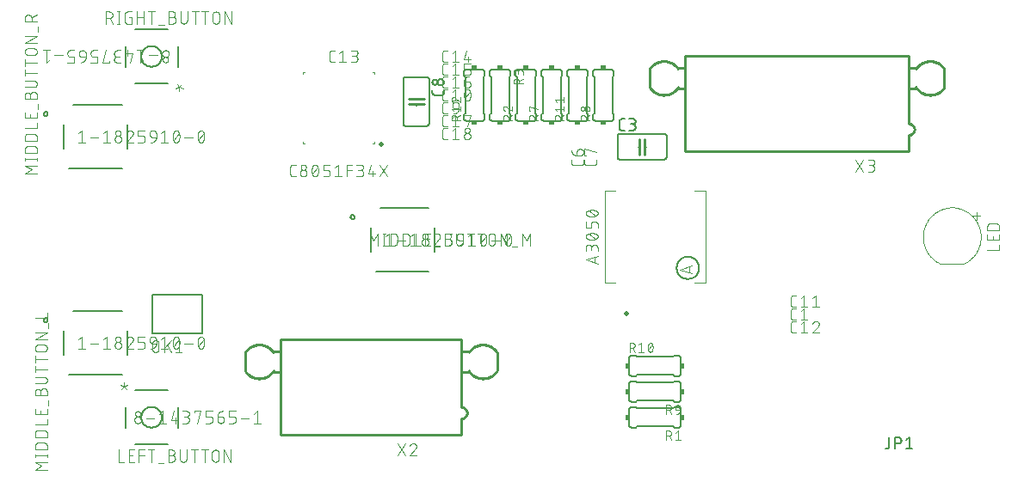
<source format=gbr>
G04 EAGLE Gerber RS-274X export*
G75*
%MOMM*%
%FSLAX34Y34*%
%LPD*%
%INSilkscreen Top*%
%IPPOS*%
%AMOC8*
5,1,8,0,0,1.08239X$1,22.5*%
G01*
%ADD10C,0.101600*%
%ADD11C,0.152400*%
%ADD12C,0.254000*%
%ADD13C,0.127000*%
%ADD14C,0.203200*%
%ADD15R,0.381000X0.508000*%
%ADD16R,0.508000X0.381000*%
%ADD17C,0.500000*%
%ADD18C,0.120000*%
%ADD19C,0.076200*%


D10*
X748651Y133858D02*
X746054Y133858D01*
X745955Y133860D01*
X745855Y133866D01*
X745756Y133875D01*
X745658Y133888D01*
X745560Y133905D01*
X745462Y133926D01*
X745366Y133951D01*
X745271Y133979D01*
X745177Y134011D01*
X745084Y134046D01*
X744992Y134085D01*
X744902Y134128D01*
X744814Y134173D01*
X744727Y134223D01*
X744643Y134275D01*
X744560Y134331D01*
X744480Y134389D01*
X744402Y134451D01*
X744327Y134516D01*
X744254Y134584D01*
X744184Y134654D01*
X744116Y134727D01*
X744051Y134802D01*
X743989Y134880D01*
X743931Y134960D01*
X743875Y135043D01*
X743823Y135127D01*
X743773Y135214D01*
X743728Y135302D01*
X743685Y135392D01*
X743646Y135484D01*
X743611Y135577D01*
X743579Y135671D01*
X743551Y135766D01*
X743526Y135862D01*
X743505Y135960D01*
X743488Y136058D01*
X743475Y136156D01*
X743466Y136255D01*
X743460Y136355D01*
X743458Y136454D01*
X743458Y142946D01*
X743460Y143045D01*
X743466Y143145D01*
X743475Y143244D01*
X743488Y143342D01*
X743505Y143440D01*
X743526Y143538D01*
X743551Y143634D01*
X743579Y143729D01*
X743611Y143823D01*
X743646Y143916D01*
X743685Y144008D01*
X743728Y144098D01*
X743773Y144186D01*
X743823Y144273D01*
X743875Y144357D01*
X743931Y144440D01*
X743989Y144520D01*
X744051Y144598D01*
X744116Y144673D01*
X744184Y144746D01*
X744254Y144816D01*
X744327Y144884D01*
X744402Y144949D01*
X744480Y145011D01*
X744560Y145069D01*
X744643Y145125D01*
X744727Y145177D01*
X744814Y145227D01*
X744902Y145272D01*
X744992Y145315D01*
X745084Y145354D01*
X745176Y145389D01*
X745271Y145421D01*
X745366Y145449D01*
X745462Y145474D01*
X745560Y145495D01*
X745658Y145512D01*
X745756Y145525D01*
X745855Y145534D01*
X745955Y145540D01*
X746054Y145542D01*
X748651Y145542D01*
X753016Y142946D02*
X756262Y145542D01*
X756262Y133858D01*
X759507Y133858D02*
X753016Y133858D01*
X405751Y349758D02*
X403154Y349758D01*
X403055Y349760D01*
X402955Y349766D01*
X402856Y349775D01*
X402758Y349788D01*
X402660Y349805D01*
X402562Y349826D01*
X402466Y349851D01*
X402371Y349879D01*
X402277Y349911D01*
X402184Y349946D01*
X402092Y349985D01*
X402002Y350028D01*
X401914Y350073D01*
X401827Y350123D01*
X401743Y350175D01*
X401660Y350231D01*
X401580Y350289D01*
X401502Y350351D01*
X401427Y350416D01*
X401354Y350484D01*
X401284Y350554D01*
X401216Y350627D01*
X401151Y350702D01*
X401089Y350780D01*
X401031Y350860D01*
X400975Y350943D01*
X400923Y351027D01*
X400873Y351114D01*
X400828Y351202D01*
X400785Y351292D01*
X400746Y351384D01*
X400711Y351477D01*
X400679Y351571D01*
X400651Y351666D01*
X400626Y351762D01*
X400605Y351860D01*
X400588Y351958D01*
X400575Y352056D01*
X400566Y352155D01*
X400560Y352255D01*
X400558Y352354D01*
X400558Y358846D01*
X400560Y358945D01*
X400566Y359045D01*
X400575Y359144D01*
X400588Y359242D01*
X400605Y359340D01*
X400626Y359438D01*
X400651Y359534D01*
X400679Y359629D01*
X400711Y359723D01*
X400746Y359816D01*
X400785Y359908D01*
X400828Y359998D01*
X400873Y360086D01*
X400923Y360173D01*
X400975Y360257D01*
X401031Y360340D01*
X401089Y360420D01*
X401151Y360498D01*
X401216Y360573D01*
X401284Y360646D01*
X401354Y360716D01*
X401427Y360784D01*
X401502Y360849D01*
X401580Y360911D01*
X401660Y360969D01*
X401743Y361025D01*
X401827Y361077D01*
X401914Y361127D01*
X402002Y361172D01*
X402092Y361215D01*
X402184Y361254D01*
X402276Y361289D01*
X402371Y361321D01*
X402466Y361349D01*
X402562Y361374D01*
X402660Y361395D01*
X402758Y361412D01*
X402856Y361425D01*
X402955Y361434D01*
X403055Y361440D01*
X403154Y361442D01*
X405751Y361442D01*
X410116Y358846D02*
X413362Y361442D01*
X413362Y349758D01*
X416607Y349758D02*
X410116Y349758D01*
X421547Y355600D02*
X421550Y355830D01*
X421558Y356060D01*
X421572Y356289D01*
X421591Y356518D01*
X421616Y356747D01*
X421646Y356974D01*
X421681Y357202D01*
X421722Y357428D01*
X421768Y357653D01*
X421820Y357877D01*
X421877Y358099D01*
X421939Y358321D01*
X422007Y358540D01*
X422080Y358758D01*
X422158Y358975D01*
X422241Y359189D01*
X422329Y359401D01*
X422422Y359611D01*
X422521Y359819D01*
X422520Y359819D02*
X422553Y359909D01*
X422589Y359998D01*
X422629Y360086D01*
X422673Y360171D01*
X422720Y360255D01*
X422770Y360337D01*
X422824Y360417D01*
X422880Y360494D01*
X422940Y360570D01*
X423003Y360643D01*
X423068Y360713D01*
X423137Y360781D01*
X423208Y360845D01*
X423281Y360907D01*
X423357Y360966D01*
X423435Y361022D01*
X423516Y361075D01*
X423598Y361124D01*
X423682Y361170D01*
X423769Y361213D01*
X423856Y361252D01*
X423946Y361288D01*
X424036Y361320D01*
X424128Y361348D01*
X424221Y361373D01*
X424315Y361394D01*
X424409Y361411D01*
X424504Y361425D01*
X424600Y361434D01*
X424696Y361440D01*
X424792Y361442D01*
X424888Y361440D01*
X424984Y361434D01*
X425080Y361425D01*
X425175Y361411D01*
X425269Y361394D01*
X425363Y361373D01*
X425456Y361348D01*
X425548Y361320D01*
X425638Y361288D01*
X425728Y361252D01*
X425815Y361213D01*
X425902Y361170D01*
X425986Y361124D01*
X426068Y361075D01*
X426149Y361022D01*
X426227Y360966D01*
X426303Y360907D01*
X426376Y360845D01*
X426447Y360781D01*
X426516Y360713D01*
X426581Y360643D01*
X426644Y360570D01*
X426704Y360494D01*
X426760Y360417D01*
X426814Y360337D01*
X426864Y360255D01*
X426911Y360171D01*
X426955Y360086D01*
X426995Y359998D01*
X427031Y359909D01*
X427064Y359819D01*
X427163Y359612D01*
X427256Y359402D01*
X427344Y359189D01*
X427427Y358975D01*
X427505Y358759D01*
X427578Y358541D01*
X427646Y358321D01*
X427708Y358100D01*
X427765Y357877D01*
X427817Y357653D01*
X427863Y357428D01*
X427904Y357202D01*
X427939Y356975D01*
X427969Y356747D01*
X427994Y356518D01*
X428013Y356289D01*
X428027Y356060D01*
X428035Y355830D01*
X428038Y355600D01*
X421546Y355600D02*
X421549Y355370D01*
X421557Y355140D01*
X421571Y354911D01*
X421590Y354682D01*
X421615Y354453D01*
X421645Y354225D01*
X421680Y353998D01*
X421721Y353772D01*
X421767Y353547D01*
X421819Y353323D01*
X421876Y353100D01*
X421938Y352879D01*
X422006Y352659D01*
X422079Y352441D01*
X422157Y352225D01*
X422240Y352011D01*
X422328Y351799D01*
X422421Y351588D01*
X422520Y351381D01*
X422553Y351291D01*
X422589Y351202D01*
X422630Y351114D01*
X422673Y351029D01*
X422720Y350945D01*
X422770Y350863D01*
X422824Y350783D01*
X422880Y350706D01*
X422940Y350630D01*
X423003Y350557D01*
X423068Y350487D01*
X423137Y350419D01*
X423208Y350355D01*
X423281Y350293D01*
X423357Y350234D01*
X423435Y350178D01*
X423516Y350125D01*
X423598Y350076D01*
X423682Y350030D01*
X423769Y349987D01*
X423856Y349948D01*
X423946Y349912D01*
X424036Y349880D01*
X424128Y349852D01*
X424221Y349827D01*
X424315Y349806D01*
X424409Y349789D01*
X424504Y349775D01*
X424600Y349766D01*
X424696Y349760D01*
X424792Y349758D01*
X427064Y351381D02*
X427163Y351588D01*
X427256Y351799D01*
X427344Y352011D01*
X427427Y352225D01*
X427505Y352441D01*
X427578Y352659D01*
X427646Y352879D01*
X427708Y353100D01*
X427765Y353323D01*
X427817Y353547D01*
X427863Y353772D01*
X427904Y353998D01*
X427939Y354225D01*
X427969Y354453D01*
X427994Y354682D01*
X428013Y354911D01*
X428027Y355140D01*
X428035Y355370D01*
X428038Y355600D01*
X427064Y351381D02*
X427031Y351291D01*
X426995Y351202D01*
X426955Y351114D01*
X426911Y351029D01*
X426864Y350945D01*
X426814Y350863D01*
X426760Y350783D01*
X426704Y350706D01*
X426644Y350630D01*
X426581Y350557D01*
X426516Y350487D01*
X426447Y350419D01*
X426376Y350355D01*
X426303Y350293D01*
X426227Y350234D01*
X426149Y350178D01*
X426068Y350125D01*
X425986Y350076D01*
X425902Y350030D01*
X425815Y349987D01*
X425728Y349948D01*
X425638Y349912D01*
X425548Y349880D01*
X425456Y349852D01*
X425363Y349827D01*
X425269Y349806D01*
X425175Y349789D01*
X425080Y349775D01*
X424984Y349766D01*
X424888Y349760D01*
X424792Y349758D01*
X422195Y352354D02*
X427388Y358846D01*
X746054Y146558D02*
X748651Y146558D01*
X746054Y146558D02*
X745955Y146560D01*
X745855Y146566D01*
X745756Y146575D01*
X745658Y146588D01*
X745560Y146605D01*
X745462Y146626D01*
X745366Y146651D01*
X745271Y146679D01*
X745177Y146711D01*
X745084Y146746D01*
X744992Y146785D01*
X744902Y146828D01*
X744814Y146873D01*
X744727Y146923D01*
X744643Y146975D01*
X744560Y147031D01*
X744480Y147089D01*
X744402Y147151D01*
X744327Y147216D01*
X744254Y147284D01*
X744184Y147354D01*
X744116Y147427D01*
X744051Y147502D01*
X743989Y147580D01*
X743931Y147660D01*
X743875Y147743D01*
X743823Y147827D01*
X743773Y147914D01*
X743728Y148002D01*
X743685Y148092D01*
X743646Y148184D01*
X743611Y148277D01*
X743579Y148371D01*
X743551Y148466D01*
X743526Y148562D01*
X743505Y148660D01*
X743488Y148758D01*
X743475Y148856D01*
X743466Y148955D01*
X743460Y149055D01*
X743458Y149154D01*
X743458Y155646D01*
X743460Y155745D01*
X743466Y155845D01*
X743475Y155944D01*
X743488Y156042D01*
X743505Y156140D01*
X743526Y156238D01*
X743551Y156334D01*
X743579Y156429D01*
X743611Y156523D01*
X743646Y156616D01*
X743685Y156708D01*
X743728Y156798D01*
X743773Y156886D01*
X743823Y156973D01*
X743875Y157057D01*
X743931Y157140D01*
X743989Y157220D01*
X744051Y157298D01*
X744116Y157373D01*
X744184Y157446D01*
X744254Y157516D01*
X744327Y157584D01*
X744402Y157649D01*
X744480Y157711D01*
X744560Y157769D01*
X744643Y157825D01*
X744727Y157877D01*
X744814Y157927D01*
X744902Y157972D01*
X744992Y158015D01*
X745084Y158054D01*
X745176Y158089D01*
X745271Y158121D01*
X745366Y158149D01*
X745462Y158174D01*
X745560Y158195D01*
X745658Y158212D01*
X745756Y158225D01*
X745855Y158234D01*
X745955Y158240D01*
X746054Y158242D01*
X748651Y158242D01*
X753016Y155646D02*
X756262Y158242D01*
X756262Y146558D01*
X759507Y146558D02*
X753016Y146558D01*
X764446Y155646D02*
X767692Y158242D01*
X767692Y146558D01*
X770937Y146558D02*
X764446Y146558D01*
X748651Y121158D02*
X746054Y121158D01*
X745955Y121160D01*
X745855Y121166D01*
X745756Y121175D01*
X745658Y121188D01*
X745560Y121205D01*
X745462Y121226D01*
X745366Y121251D01*
X745271Y121279D01*
X745177Y121311D01*
X745084Y121346D01*
X744992Y121385D01*
X744902Y121428D01*
X744814Y121473D01*
X744727Y121523D01*
X744643Y121575D01*
X744560Y121631D01*
X744480Y121689D01*
X744402Y121751D01*
X744327Y121816D01*
X744254Y121884D01*
X744184Y121954D01*
X744116Y122027D01*
X744051Y122102D01*
X743989Y122180D01*
X743931Y122260D01*
X743875Y122343D01*
X743823Y122427D01*
X743773Y122514D01*
X743728Y122602D01*
X743685Y122692D01*
X743646Y122784D01*
X743611Y122877D01*
X743579Y122971D01*
X743551Y123066D01*
X743526Y123162D01*
X743505Y123260D01*
X743488Y123358D01*
X743475Y123456D01*
X743466Y123555D01*
X743460Y123655D01*
X743458Y123754D01*
X743458Y130246D01*
X743460Y130345D01*
X743466Y130445D01*
X743475Y130544D01*
X743488Y130642D01*
X743505Y130740D01*
X743526Y130838D01*
X743551Y130934D01*
X743579Y131029D01*
X743611Y131123D01*
X743646Y131216D01*
X743685Y131308D01*
X743728Y131398D01*
X743773Y131486D01*
X743823Y131573D01*
X743875Y131657D01*
X743931Y131740D01*
X743989Y131820D01*
X744051Y131898D01*
X744116Y131973D01*
X744184Y132046D01*
X744254Y132116D01*
X744327Y132184D01*
X744402Y132249D01*
X744480Y132311D01*
X744560Y132369D01*
X744643Y132425D01*
X744727Y132477D01*
X744814Y132527D01*
X744902Y132572D01*
X744992Y132615D01*
X745084Y132654D01*
X745176Y132689D01*
X745271Y132721D01*
X745366Y132749D01*
X745462Y132774D01*
X745560Y132795D01*
X745658Y132812D01*
X745756Y132825D01*
X745855Y132834D01*
X745955Y132840D01*
X746054Y132842D01*
X748651Y132842D01*
X753016Y130246D02*
X756262Y132842D01*
X756262Y121158D01*
X759507Y121158D02*
X753016Y121158D01*
X768016Y132842D02*
X768123Y132840D01*
X768229Y132834D01*
X768335Y132824D01*
X768441Y132811D01*
X768547Y132793D01*
X768651Y132772D01*
X768755Y132747D01*
X768858Y132718D01*
X768959Y132686D01*
X769059Y132649D01*
X769158Y132609D01*
X769256Y132566D01*
X769352Y132519D01*
X769446Y132468D01*
X769538Y132414D01*
X769628Y132357D01*
X769716Y132297D01*
X769801Y132233D01*
X769884Y132166D01*
X769965Y132096D01*
X770043Y132024D01*
X770119Y131948D01*
X770191Y131870D01*
X770261Y131789D01*
X770328Y131706D01*
X770392Y131621D01*
X770452Y131533D01*
X770509Y131443D01*
X770563Y131351D01*
X770614Y131257D01*
X770661Y131161D01*
X770704Y131063D01*
X770744Y130964D01*
X770781Y130864D01*
X770813Y130763D01*
X770842Y130660D01*
X770867Y130556D01*
X770888Y130452D01*
X770906Y130346D01*
X770919Y130240D01*
X770929Y130134D01*
X770935Y130028D01*
X770937Y129921D01*
X768016Y132842D02*
X767895Y132840D01*
X767774Y132834D01*
X767654Y132824D01*
X767533Y132811D01*
X767414Y132793D01*
X767294Y132772D01*
X767176Y132747D01*
X767059Y132718D01*
X766942Y132685D01*
X766827Y132649D01*
X766713Y132608D01*
X766600Y132565D01*
X766488Y132517D01*
X766379Y132466D01*
X766271Y132411D01*
X766164Y132353D01*
X766060Y132292D01*
X765958Y132227D01*
X765858Y132159D01*
X765760Y132088D01*
X765664Y132014D01*
X765571Y131937D01*
X765481Y131856D01*
X765393Y131773D01*
X765308Y131687D01*
X765225Y131598D01*
X765146Y131507D01*
X765069Y131413D01*
X764996Y131317D01*
X764926Y131219D01*
X764859Y131118D01*
X764795Y131015D01*
X764735Y130910D01*
X764678Y130803D01*
X764624Y130695D01*
X764574Y130585D01*
X764528Y130473D01*
X764485Y130360D01*
X764446Y130245D01*
X769964Y127649D02*
X770043Y127726D01*
X770119Y127807D01*
X770192Y127890D01*
X770262Y127975D01*
X770329Y128063D01*
X770393Y128153D01*
X770453Y128245D01*
X770510Y128340D01*
X770564Y128436D01*
X770615Y128534D01*
X770662Y128634D01*
X770706Y128736D01*
X770746Y128839D01*
X770782Y128943D01*
X770814Y129049D01*
X770843Y129155D01*
X770868Y129263D01*
X770890Y129371D01*
X770907Y129481D01*
X770921Y129590D01*
X770930Y129700D01*
X770936Y129811D01*
X770938Y129921D01*
X769964Y127649D02*
X764446Y121158D01*
X770937Y121158D01*
X294706Y387858D02*
X292109Y387858D01*
X292010Y387860D01*
X291910Y387866D01*
X291811Y387875D01*
X291713Y387888D01*
X291615Y387905D01*
X291517Y387926D01*
X291421Y387951D01*
X291326Y387979D01*
X291232Y388011D01*
X291139Y388046D01*
X291047Y388085D01*
X290957Y388128D01*
X290869Y388173D01*
X290782Y388223D01*
X290698Y388275D01*
X290615Y388331D01*
X290535Y388389D01*
X290457Y388451D01*
X290382Y388516D01*
X290309Y388584D01*
X290239Y388654D01*
X290171Y388727D01*
X290106Y388802D01*
X290044Y388880D01*
X289986Y388960D01*
X289930Y389043D01*
X289878Y389127D01*
X289828Y389214D01*
X289783Y389302D01*
X289740Y389392D01*
X289701Y389484D01*
X289666Y389577D01*
X289634Y389671D01*
X289606Y389766D01*
X289581Y389862D01*
X289560Y389960D01*
X289543Y390058D01*
X289530Y390156D01*
X289521Y390255D01*
X289515Y390355D01*
X289513Y390454D01*
X289513Y396946D01*
X289515Y397045D01*
X289521Y397145D01*
X289530Y397244D01*
X289543Y397342D01*
X289560Y397440D01*
X289581Y397538D01*
X289606Y397634D01*
X289634Y397729D01*
X289666Y397823D01*
X289701Y397916D01*
X289740Y398008D01*
X289783Y398098D01*
X289828Y398186D01*
X289878Y398273D01*
X289930Y398357D01*
X289986Y398440D01*
X290044Y398520D01*
X290106Y398598D01*
X290171Y398673D01*
X290239Y398746D01*
X290309Y398816D01*
X290382Y398884D01*
X290457Y398949D01*
X290535Y399011D01*
X290615Y399069D01*
X290698Y399125D01*
X290782Y399177D01*
X290869Y399227D01*
X290957Y399272D01*
X291047Y399315D01*
X291139Y399354D01*
X291231Y399389D01*
X291326Y399421D01*
X291421Y399449D01*
X291517Y399474D01*
X291615Y399495D01*
X291713Y399512D01*
X291811Y399525D01*
X291910Y399534D01*
X292010Y399540D01*
X292109Y399542D01*
X294706Y399542D01*
X299071Y396946D02*
X302316Y399542D01*
X302316Y387858D01*
X299071Y387858D02*
X305562Y387858D01*
X310501Y387858D02*
X313746Y387858D01*
X313859Y387860D01*
X313972Y387866D01*
X314085Y387876D01*
X314198Y387890D01*
X314310Y387907D01*
X314421Y387929D01*
X314531Y387954D01*
X314641Y387984D01*
X314749Y388017D01*
X314856Y388054D01*
X314962Y388094D01*
X315066Y388139D01*
X315169Y388187D01*
X315270Y388238D01*
X315369Y388293D01*
X315466Y388351D01*
X315561Y388413D01*
X315654Y388478D01*
X315744Y388546D01*
X315832Y388617D01*
X315918Y388692D01*
X316001Y388769D01*
X316081Y388849D01*
X316158Y388932D01*
X316233Y389018D01*
X316304Y389106D01*
X316372Y389196D01*
X316437Y389289D01*
X316499Y389384D01*
X316557Y389481D01*
X316612Y389580D01*
X316663Y389681D01*
X316711Y389784D01*
X316756Y389888D01*
X316796Y389994D01*
X316833Y390101D01*
X316866Y390209D01*
X316896Y390319D01*
X316921Y390429D01*
X316943Y390540D01*
X316960Y390652D01*
X316974Y390765D01*
X316984Y390878D01*
X316990Y390991D01*
X316992Y391104D01*
X316990Y391217D01*
X316984Y391330D01*
X316974Y391443D01*
X316960Y391556D01*
X316943Y391668D01*
X316921Y391779D01*
X316896Y391889D01*
X316866Y391999D01*
X316833Y392107D01*
X316796Y392214D01*
X316756Y392320D01*
X316711Y392424D01*
X316663Y392527D01*
X316612Y392628D01*
X316557Y392727D01*
X316499Y392824D01*
X316437Y392919D01*
X316372Y393012D01*
X316304Y393102D01*
X316233Y393190D01*
X316158Y393276D01*
X316081Y393359D01*
X316001Y393439D01*
X315918Y393516D01*
X315832Y393591D01*
X315744Y393662D01*
X315654Y393730D01*
X315561Y393795D01*
X315466Y393857D01*
X315369Y393915D01*
X315270Y393970D01*
X315169Y394021D01*
X315066Y394069D01*
X314962Y394114D01*
X314856Y394154D01*
X314749Y394191D01*
X314641Y394224D01*
X314531Y394254D01*
X314421Y394279D01*
X314310Y394301D01*
X314198Y394318D01*
X314085Y394332D01*
X313972Y394342D01*
X313859Y394348D01*
X313746Y394350D01*
X314396Y399542D02*
X310501Y399542D01*
X314396Y399542D02*
X314497Y399540D01*
X314597Y399534D01*
X314697Y399524D01*
X314797Y399511D01*
X314896Y399493D01*
X314995Y399472D01*
X315092Y399447D01*
X315189Y399418D01*
X315284Y399385D01*
X315378Y399349D01*
X315470Y399309D01*
X315561Y399266D01*
X315650Y399219D01*
X315737Y399169D01*
X315823Y399115D01*
X315906Y399058D01*
X315986Y398998D01*
X316065Y398935D01*
X316141Y398868D01*
X316214Y398799D01*
X316284Y398727D01*
X316352Y398653D01*
X316417Y398576D01*
X316478Y398496D01*
X316537Y398414D01*
X316592Y398330D01*
X316644Y398244D01*
X316693Y398156D01*
X316738Y398066D01*
X316780Y397974D01*
X316818Y397881D01*
X316852Y397786D01*
X316883Y397691D01*
X316910Y397594D01*
X316933Y397496D01*
X316953Y397397D01*
X316968Y397297D01*
X316980Y397197D01*
X316988Y397097D01*
X316992Y396996D01*
X316992Y396896D01*
X316988Y396795D01*
X316980Y396695D01*
X316968Y396595D01*
X316953Y396495D01*
X316933Y396396D01*
X316910Y396298D01*
X316883Y396201D01*
X316852Y396106D01*
X316818Y396011D01*
X316780Y395918D01*
X316738Y395826D01*
X316693Y395736D01*
X316644Y395648D01*
X316592Y395562D01*
X316537Y395478D01*
X316478Y395396D01*
X316417Y395316D01*
X316352Y395239D01*
X316284Y395165D01*
X316214Y395093D01*
X316141Y395024D01*
X316065Y394957D01*
X315986Y394894D01*
X315906Y394834D01*
X315823Y394777D01*
X315737Y394723D01*
X315650Y394673D01*
X315561Y394626D01*
X315470Y394583D01*
X315378Y394543D01*
X315284Y394507D01*
X315189Y394474D01*
X315092Y394445D01*
X314995Y394420D01*
X314896Y394399D01*
X314797Y394381D01*
X314697Y394368D01*
X314597Y394358D01*
X314497Y394352D01*
X314396Y394350D01*
X314396Y394349D02*
X311799Y394349D01*
X403154Y387858D02*
X405751Y387858D01*
X403154Y387858D02*
X403055Y387860D01*
X402955Y387866D01*
X402856Y387875D01*
X402758Y387888D01*
X402660Y387905D01*
X402562Y387926D01*
X402466Y387951D01*
X402371Y387979D01*
X402277Y388011D01*
X402184Y388046D01*
X402092Y388085D01*
X402002Y388128D01*
X401914Y388173D01*
X401827Y388223D01*
X401743Y388275D01*
X401660Y388331D01*
X401580Y388389D01*
X401502Y388451D01*
X401427Y388516D01*
X401354Y388584D01*
X401284Y388654D01*
X401216Y388727D01*
X401151Y388802D01*
X401089Y388880D01*
X401031Y388960D01*
X400975Y389043D01*
X400923Y389127D01*
X400873Y389214D01*
X400828Y389302D01*
X400785Y389392D01*
X400746Y389484D01*
X400711Y389577D01*
X400679Y389671D01*
X400651Y389766D01*
X400626Y389862D01*
X400605Y389960D01*
X400588Y390058D01*
X400575Y390156D01*
X400566Y390255D01*
X400560Y390355D01*
X400558Y390454D01*
X400558Y396946D01*
X400560Y397045D01*
X400566Y397145D01*
X400575Y397244D01*
X400588Y397342D01*
X400605Y397440D01*
X400626Y397538D01*
X400651Y397634D01*
X400679Y397729D01*
X400711Y397823D01*
X400746Y397916D01*
X400785Y398008D01*
X400828Y398098D01*
X400873Y398186D01*
X400923Y398273D01*
X400975Y398357D01*
X401031Y398440D01*
X401089Y398520D01*
X401151Y398598D01*
X401216Y398673D01*
X401284Y398746D01*
X401354Y398816D01*
X401427Y398884D01*
X401502Y398949D01*
X401580Y399011D01*
X401660Y399069D01*
X401743Y399125D01*
X401827Y399177D01*
X401914Y399227D01*
X402002Y399272D01*
X402092Y399315D01*
X402184Y399354D01*
X402276Y399389D01*
X402371Y399421D01*
X402466Y399449D01*
X402562Y399474D01*
X402660Y399495D01*
X402758Y399512D01*
X402856Y399525D01*
X402955Y399534D01*
X403055Y399540D01*
X403154Y399542D01*
X405751Y399542D01*
X410116Y396946D02*
X413362Y399542D01*
X413362Y387858D01*
X416607Y387858D02*
X410116Y387858D01*
X421546Y390454D02*
X424143Y399542D01*
X421546Y390454D02*
X428037Y390454D01*
X426090Y393051D02*
X426090Y387858D01*
X405751Y375158D02*
X403154Y375158D01*
X403055Y375160D01*
X402955Y375166D01*
X402856Y375175D01*
X402758Y375188D01*
X402660Y375205D01*
X402562Y375226D01*
X402466Y375251D01*
X402371Y375279D01*
X402277Y375311D01*
X402184Y375346D01*
X402092Y375385D01*
X402002Y375428D01*
X401914Y375473D01*
X401827Y375523D01*
X401743Y375575D01*
X401660Y375631D01*
X401580Y375689D01*
X401502Y375751D01*
X401427Y375816D01*
X401354Y375884D01*
X401284Y375954D01*
X401216Y376027D01*
X401151Y376102D01*
X401089Y376180D01*
X401031Y376260D01*
X400975Y376343D01*
X400923Y376427D01*
X400873Y376514D01*
X400828Y376602D01*
X400785Y376692D01*
X400746Y376784D01*
X400711Y376877D01*
X400679Y376971D01*
X400651Y377066D01*
X400626Y377162D01*
X400605Y377260D01*
X400588Y377358D01*
X400575Y377456D01*
X400566Y377555D01*
X400560Y377655D01*
X400558Y377754D01*
X400558Y384246D01*
X400560Y384345D01*
X400566Y384445D01*
X400575Y384544D01*
X400588Y384642D01*
X400605Y384740D01*
X400626Y384838D01*
X400651Y384934D01*
X400679Y385029D01*
X400711Y385123D01*
X400746Y385216D01*
X400785Y385308D01*
X400828Y385398D01*
X400873Y385486D01*
X400923Y385573D01*
X400975Y385657D01*
X401031Y385740D01*
X401089Y385820D01*
X401151Y385898D01*
X401216Y385973D01*
X401284Y386046D01*
X401354Y386116D01*
X401427Y386184D01*
X401502Y386249D01*
X401580Y386311D01*
X401660Y386369D01*
X401743Y386425D01*
X401827Y386477D01*
X401914Y386527D01*
X402002Y386572D01*
X402092Y386615D01*
X402184Y386654D01*
X402276Y386689D01*
X402371Y386721D01*
X402466Y386749D01*
X402562Y386774D01*
X402660Y386795D01*
X402758Y386812D01*
X402856Y386825D01*
X402955Y386834D01*
X403055Y386840D01*
X403154Y386842D01*
X405751Y386842D01*
X410116Y384246D02*
X413362Y386842D01*
X413362Y375158D01*
X416607Y375158D02*
X410116Y375158D01*
X421546Y375158D02*
X425441Y375158D01*
X425540Y375160D01*
X425640Y375166D01*
X425739Y375175D01*
X425837Y375188D01*
X425935Y375205D01*
X426033Y375226D01*
X426129Y375251D01*
X426224Y375279D01*
X426318Y375311D01*
X426411Y375346D01*
X426503Y375385D01*
X426593Y375428D01*
X426681Y375473D01*
X426768Y375523D01*
X426852Y375575D01*
X426935Y375631D01*
X427015Y375689D01*
X427093Y375751D01*
X427168Y375816D01*
X427241Y375884D01*
X427311Y375954D01*
X427379Y376027D01*
X427444Y376102D01*
X427506Y376180D01*
X427564Y376260D01*
X427620Y376343D01*
X427672Y376427D01*
X427722Y376514D01*
X427767Y376602D01*
X427810Y376692D01*
X427849Y376784D01*
X427884Y376877D01*
X427916Y376971D01*
X427944Y377066D01*
X427969Y377162D01*
X427990Y377260D01*
X428007Y377358D01*
X428020Y377456D01*
X428029Y377555D01*
X428035Y377655D01*
X428037Y377754D01*
X428037Y379053D01*
X428035Y379152D01*
X428029Y379252D01*
X428020Y379351D01*
X428007Y379449D01*
X427990Y379547D01*
X427969Y379645D01*
X427944Y379741D01*
X427916Y379836D01*
X427884Y379930D01*
X427849Y380023D01*
X427810Y380115D01*
X427767Y380205D01*
X427722Y380293D01*
X427672Y380380D01*
X427620Y380464D01*
X427564Y380547D01*
X427506Y380627D01*
X427444Y380705D01*
X427379Y380780D01*
X427311Y380853D01*
X427241Y380923D01*
X427168Y380991D01*
X427093Y381056D01*
X427015Y381118D01*
X426935Y381176D01*
X426852Y381232D01*
X426768Y381284D01*
X426681Y381334D01*
X426593Y381379D01*
X426503Y381422D01*
X426411Y381461D01*
X426318Y381496D01*
X426224Y381528D01*
X426129Y381556D01*
X426033Y381581D01*
X425935Y381602D01*
X425837Y381619D01*
X425739Y381632D01*
X425640Y381641D01*
X425540Y381647D01*
X425441Y381649D01*
X421546Y381649D01*
X421546Y386842D01*
X428037Y386842D01*
X405751Y362458D02*
X403154Y362458D01*
X403055Y362460D01*
X402955Y362466D01*
X402856Y362475D01*
X402758Y362488D01*
X402660Y362505D01*
X402562Y362526D01*
X402466Y362551D01*
X402371Y362579D01*
X402277Y362611D01*
X402184Y362646D01*
X402092Y362685D01*
X402002Y362728D01*
X401914Y362773D01*
X401827Y362823D01*
X401743Y362875D01*
X401660Y362931D01*
X401580Y362989D01*
X401502Y363051D01*
X401427Y363116D01*
X401354Y363184D01*
X401284Y363254D01*
X401216Y363327D01*
X401151Y363402D01*
X401089Y363480D01*
X401031Y363560D01*
X400975Y363643D01*
X400923Y363727D01*
X400873Y363814D01*
X400828Y363902D01*
X400785Y363992D01*
X400746Y364084D01*
X400711Y364177D01*
X400679Y364271D01*
X400651Y364366D01*
X400626Y364462D01*
X400605Y364560D01*
X400588Y364658D01*
X400575Y364756D01*
X400566Y364855D01*
X400560Y364955D01*
X400558Y365054D01*
X400558Y371546D01*
X400560Y371645D01*
X400566Y371745D01*
X400575Y371844D01*
X400588Y371942D01*
X400605Y372040D01*
X400626Y372138D01*
X400651Y372234D01*
X400679Y372329D01*
X400711Y372423D01*
X400746Y372516D01*
X400785Y372608D01*
X400828Y372698D01*
X400873Y372786D01*
X400923Y372873D01*
X400975Y372957D01*
X401031Y373040D01*
X401089Y373120D01*
X401151Y373198D01*
X401216Y373273D01*
X401284Y373346D01*
X401354Y373416D01*
X401427Y373484D01*
X401502Y373549D01*
X401580Y373611D01*
X401660Y373669D01*
X401743Y373725D01*
X401827Y373777D01*
X401914Y373827D01*
X402002Y373872D01*
X402092Y373915D01*
X402184Y373954D01*
X402276Y373989D01*
X402371Y374021D01*
X402466Y374049D01*
X402562Y374074D01*
X402660Y374095D01*
X402758Y374112D01*
X402856Y374125D01*
X402955Y374134D01*
X403055Y374140D01*
X403154Y374142D01*
X405751Y374142D01*
X410116Y371546D02*
X413362Y374142D01*
X413362Y362458D01*
X416607Y362458D02*
X410116Y362458D01*
X421546Y368949D02*
X425441Y368949D01*
X425540Y368947D01*
X425640Y368941D01*
X425739Y368932D01*
X425837Y368919D01*
X425935Y368902D01*
X426033Y368881D01*
X426129Y368856D01*
X426224Y368828D01*
X426318Y368796D01*
X426411Y368761D01*
X426503Y368722D01*
X426593Y368679D01*
X426681Y368634D01*
X426768Y368584D01*
X426852Y368532D01*
X426935Y368476D01*
X427015Y368418D01*
X427093Y368356D01*
X427168Y368291D01*
X427241Y368223D01*
X427311Y368153D01*
X427379Y368080D01*
X427444Y368005D01*
X427506Y367927D01*
X427564Y367847D01*
X427620Y367764D01*
X427672Y367680D01*
X427722Y367593D01*
X427767Y367505D01*
X427810Y367415D01*
X427849Y367323D01*
X427884Y367230D01*
X427916Y367136D01*
X427944Y367041D01*
X427969Y366945D01*
X427990Y366847D01*
X428007Y366749D01*
X428020Y366651D01*
X428029Y366552D01*
X428035Y366452D01*
X428037Y366353D01*
X428037Y365704D01*
X428038Y365704D02*
X428036Y365591D01*
X428030Y365478D01*
X428020Y365365D01*
X428006Y365252D01*
X427989Y365140D01*
X427967Y365029D01*
X427942Y364919D01*
X427912Y364809D01*
X427879Y364701D01*
X427842Y364594D01*
X427802Y364488D01*
X427757Y364384D01*
X427709Y364281D01*
X427658Y364180D01*
X427603Y364081D01*
X427545Y363984D01*
X427483Y363889D01*
X427418Y363796D01*
X427350Y363706D01*
X427279Y363618D01*
X427204Y363532D01*
X427127Y363449D01*
X427047Y363369D01*
X426964Y363292D01*
X426878Y363217D01*
X426790Y363146D01*
X426700Y363078D01*
X426607Y363013D01*
X426512Y362951D01*
X426415Y362893D01*
X426316Y362838D01*
X426215Y362787D01*
X426112Y362739D01*
X426008Y362694D01*
X425902Y362654D01*
X425795Y362617D01*
X425687Y362584D01*
X425577Y362554D01*
X425467Y362529D01*
X425356Y362507D01*
X425244Y362490D01*
X425131Y362476D01*
X425018Y362466D01*
X424905Y362460D01*
X424792Y362458D01*
X424679Y362460D01*
X424566Y362466D01*
X424453Y362476D01*
X424340Y362490D01*
X424228Y362507D01*
X424117Y362529D01*
X424007Y362554D01*
X423897Y362584D01*
X423789Y362617D01*
X423682Y362654D01*
X423576Y362694D01*
X423472Y362739D01*
X423369Y362787D01*
X423268Y362838D01*
X423169Y362893D01*
X423072Y362951D01*
X422977Y363013D01*
X422884Y363078D01*
X422794Y363146D01*
X422706Y363217D01*
X422620Y363292D01*
X422537Y363369D01*
X422457Y363449D01*
X422380Y363532D01*
X422305Y363618D01*
X422234Y363706D01*
X422166Y363796D01*
X422101Y363889D01*
X422039Y363984D01*
X421981Y364081D01*
X421926Y364180D01*
X421875Y364281D01*
X421827Y364384D01*
X421782Y364488D01*
X421742Y364594D01*
X421705Y364701D01*
X421672Y364809D01*
X421642Y364919D01*
X421617Y365029D01*
X421595Y365140D01*
X421578Y365252D01*
X421564Y365365D01*
X421554Y365478D01*
X421548Y365591D01*
X421546Y365704D01*
X421546Y368949D01*
X421548Y369092D01*
X421554Y369235D01*
X421564Y369378D01*
X421578Y369520D01*
X421595Y369662D01*
X421617Y369804D01*
X421642Y369945D01*
X421672Y370085D01*
X421705Y370224D01*
X421742Y370362D01*
X421783Y370499D01*
X421827Y370635D01*
X421876Y370770D01*
X421928Y370903D01*
X421983Y371035D01*
X422043Y371165D01*
X422106Y371294D01*
X422172Y371421D01*
X422242Y371545D01*
X422315Y371668D01*
X422392Y371789D01*
X422472Y371908D01*
X422555Y372024D01*
X422641Y372139D01*
X422730Y372250D01*
X422823Y372360D01*
X422918Y372466D01*
X423017Y372570D01*
X423118Y372671D01*
X423222Y372770D01*
X423328Y372865D01*
X423438Y372958D01*
X423549Y373047D01*
X423664Y373133D01*
X423780Y373216D01*
X423899Y373296D01*
X424020Y373373D01*
X424142Y373446D01*
X424267Y373516D01*
X424394Y373582D01*
X424523Y373645D01*
X424653Y373705D01*
X424785Y373760D01*
X424918Y373812D01*
X425053Y373861D01*
X425189Y373905D01*
X425326Y373946D01*
X425464Y373983D01*
X425603Y374016D01*
X425743Y374046D01*
X425884Y374071D01*
X426026Y374093D01*
X426168Y374110D01*
X426310Y374124D01*
X426453Y374134D01*
X426596Y374140D01*
X426739Y374142D01*
X405751Y324358D02*
X403154Y324358D01*
X403055Y324360D01*
X402955Y324366D01*
X402856Y324375D01*
X402758Y324388D01*
X402660Y324405D01*
X402562Y324426D01*
X402466Y324451D01*
X402371Y324479D01*
X402277Y324511D01*
X402184Y324546D01*
X402092Y324585D01*
X402002Y324628D01*
X401914Y324673D01*
X401827Y324723D01*
X401743Y324775D01*
X401660Y324831D01*
X401580Y324889D01*
X401502Y324951D01*
X401427Y325016D01*
X401354Y325084D01*
X401284Y325154D01*
X401216Y325227D01*
X401151Y325302D01*
X401089Y325380D01*
X401031Y325460D01*
X400975Y325543D01*
X400923Y325627D01*
X400873Y325714D01*
X400828Y325802D01*
X400785Y325892D01*
X400746Y325984D01*
X400711Y326077D01*
X400679Y326171D01*
X400651Y326266D01*
X400626Y326362D01*
X400605Y326460D01*
X400588Y326558D01*
X400575Y326656D01*
X400566Y326755D01*
X400560Y326855D01*
X400558Y326954D01*
X400558Y333446D01*
X400560Y333545D01*
X400566Y333645D01*
X400575Y333744D01*
X400588Y333842D01*
X400605Y333940D01*
X400626Y334038D01*
X400651Y334134D01*
X400679Y334229D01*
X400711Y334323D01*
X400746Y334416D01*
X400785Y334508D01*
X400828Y334598D01*
X400873Y334686D01*
X400923Y334773D01*
X400975Y334857D01*
X401031Y334940D01*
X401089Y335020D01*
X401151Y335098D01*
X401216Y335173D01*
X401284Y335246D01*
X401354Y335316D01*
X401427Y335384D01*
X401502Y335449D01*
X401580Y335511D01*
X401660Y335569D01*
X401743Y335625D01*
X401827Y335677D01*
X401914Y335727D01*
X402002Y335772D01*
X402092Y335815D01*
X402184Y335854D01*
X402276Y335889D01*
X402371Y335921D01*
X402466Y335949D01*
X402562Y335974D01*
X402660Y335995D01*
X402758Y336012D01*
X402856Y336025D01*
X402955Y336034D01*
X403055Y336040D01*
X403154Y336042D01*
X405751Y336042D01*
X410116Y333446D02*
X413362Y336042D01*
X413362Y324358D01*
X416607Y324358D02*
X410116Y324358D01*
X421546Y334744D02*
X421546Y336042D01*
X428037Y336042D01*
X424792Y324358D01*
X405751Y311658D02*
X403154Y311658D01*
X403055Y311660D01*
X402955Y311666D01*
X402856Y311675D01*
X402758Y311688D01*
X402660Y311705D01*
X402562Y311726D01*
X402466Y311751D01*
X402371Y311779D01*
X402277Y311811D01*
X402184Y311846D01*
X402092Y311885D01*
X402002Y311928D01*
X401914Y311973D01*
X401827Y312023D01*
X401743Y312075D01*
X401660Y312131D01*
X401580Y312189D01*
X401502Y312251D01*
X401427Y312316D01*
X401354Y312384D01*
X401284Y312454D01*
X401216Y312527D01*
X401151Y312602D01*
X401089Y312680D01*
X401031Y312760D01*
X400975Y312843D01*
X400923Y312927D01*
X400873Y313014D01*
X400828Y313102D01*
X400785Y313192D01*
X400746Y313284D01*
X400711Y313377D01*
X400679Y313471D01*
X400651Y313566D01*
X400626Y313662D01*
X400605Y313760D01*
X400588Y313858D01*
X400575Y313956D01*
X400566Y314055D01*
X400560Y314155D01*
X400558Y314254D01*
X400558Y320746D01*
X400560Y320845D01*
X400566Y320945D01*
X400575Y321044D01*
X400588Y321142D01*
X400605Y321240D01*
X400626Y321338D01*
X400651Y321434D01*
X400679Y321529D01*
X400711Y321623D01*
X400746Y321716D01*
X400785Y321808D01*
X400828Y321898D01*
X400873Y321986D01*
X400923Y322073D01*
X400975Y322157D01*
X401031Y322240D01*
X401089Y322320D01*
X401151Y322398D01*
X401216Y322473D01*
X401284Y322546D01*
X401354Y322616D01*
X401427Y322684D01*
X401502Y322749D01*
X401580Y322811D01*
X401660Y322869D01*
X401743Y322925D01*
X401827Y322977D01*
X401914Y323027D01*
X402002Y323072D01*
X402092Y323115D01*
X402184Y323154D01*
X402276Y323189D01*
X402371Y323221D01*
X402466Y323249D01*
X402562Y323274D01*
X402660Y323295D01*
X402758Y323312D01*
X402856Y323325D01*
X402955Y323334D01*
X403055Y323340D01*
X403154Y323342D01*
X405751Y323342D01*
X410116Y320746D02*
X413362Y323342D01*
X413362Y311658D01*
X416607Y311658D02*
X410116Y311658D01*
X421546Y314904D02*
X421548Y315017D01*
X421554Y315130D01*
X421564Y315243D01*
X421578Y315356D01*
X421595Y315468D01*
X421617Y315579D01*
X421642Y315689D01*
X421672Y315799D01*
X421705Y315907D01*
X421742Y316014D01*
X421782Y316120D01*
X421827Y316224D01*
X421875Y316327D01*
X421926Y316428D01*
X421981Y316527D01*
X422039Y316624D01*
X422101Y316719D01*
X422166Y316812D01*
X422234Y316902D01*
X422305Y316990D01*
X422380Y317076D01*
X422457Y317159D01*
X422537Y317239D01*
X422620Y317316D01*
X422706Y317391D01*
X422794Y317462D01*
X422884Y317530D01*
X422977Y317595D01*
X423072Y317657D01*
X423169Y317715D01*
X423268Y317770D01*
X423369Y317821D01*
X423472Y317869D01*
X423576Y317914D01*
X423682Y317954D01*
X423789Y317991D01*
X423897Y318024D01*
X424007Y318054D01*
X424117Y318079D01*
X424228Y318101D01*
X424340Y318118D01*
X424453Y318132D01*
X424566Y318142D01*
X424679Y318148D01*
X424792Y318150D01*
X424905Y318148D01*
X425018Y318142D01*
X425131Y318132D01*
X425244Y318118D01*
X425356Y318101D01*
X425467Y318079D01*
X425577Y318054D01*
X425687Y318024D01*
X425795Y317991D01*
X425902Y317954D01*
X426008Y317914D01*
X426112Y317869D01*
X426215Y317821D01*
X426316Y317770D01*
X426415Y317715D01*
X426512Y317657D01*
X426607Y317595D01*
X426700Y317530D01*
X426790Y317462D01*
X426878Y317391D01*
X426964Y317316D01*
X427047Y317239D01*
X427127Y317159D01*
X427204Y317076D01*
X427279Y316990D01*
X427350Y316902D01*
X427418Y316812D01*
X427483Y316719D01*
X427545Y316624D01*
X427603Y316527D01*
X427658Y316428D01*
X427709Y316327D01*
X427757Y316224D01*
X427802Y316120D01*
X427842Y316014D01*
X427879Y315907D01*
X427912Y315799D01*
X427942Y315689D01*
X427967Y315579D01*
X427989Y315468D01*
X428006Y315356D01*
X428020Y315243D01*
X428030Y315130D01*
X428036Y315017D01*
X428038Y314904D01*
X428036Y314791D01*
X428030Y314678D01*
X428020Y314565D01*
X428006Y314452D01*
X427989Y314340D01*
X427967Y314229D01*
X427942Y314119D01*
X427912Y314009D01*
X427879Y313901D01*
X427842Y313794D01*
X427802Y313688D01*
X427757Y313584D01*
X427709Y313481D01*
X427658Y313380D01*
X427603Y313281D01*
X427545Y313184D01*
X427483Y313089D01*
X427418Y312996D01*
X427350Y312906D01*
X427279Y312818D01*
X427204Y312732D01*
X427127Y312649D01*
X427047Y312569D01*
X426964Y312492D01*
X426878Y312417D01*
X426790Y312346D01*
X426700Y312278D01*
X426607Y312213D01*
X426512Y312151D01*
X426415Y312093D01*
X426316Y312038D01*
X426215Y311987D01*
X426112Y311939D01*
X426008Y311894D01*
X425902Y311854D01*
X425795Y311817D01*
X425687Y311784D01*
X425577Y311754D01*
X425467Y311729D01*
X425356Y311707D01*
X425244Y311690D01*
X425131Y311676D01*
X425018Y311666D01*
X424905Y311660D01*
X424792Y311658D01*
X424679Y311660D01*
X424566Y311666D01*
X424453Y311676D01*
X424340Y311690D01*
X424228Y311707D01*
X424117Y311729D01*
X424007Y311754D01*
X423897Y311784D01*
X423789Y311817D01*
X423682Y311854D01*
X423576Y311894D01*
X423472Y311939D01*
X423369Y311987D01*
X423268Y312038D01*
X423169Y312093D01*
X423072Y312151D01*
X422977Y312213D01*
X422884Y312278D01*
X422794Y312346D01*
X422706Y312417D01*
X422620Y312492D01*
X422537Y312569D01*
X422457Y312649D01*
X422380Y312732D01*
X422305Y312818D01*
X422234Y312906D01*
X422166Y312996D01*
X422101Y313089D01*
X422039Y313184D01*
X421981Y313281D01*
X421926Y313380D01*
X421875Y313481D01*
X421827Y313584D01*
X421782Y313688D01*
X421742Y313794D01*
X421705Y313901D01*
X421672Y314009D01*
X421642Y314119D01*
X421617Y314229D01*
X421595Y314340D01*
X421578Y314452D01*
X421564Y314565D01*
X421554Y314678D01*
X421548Y314791D01*
X421546Y314904D01*
X422196Y320746D02*
X422198Y320847D01*
X422204Y320947D01*
X422214Y321047D01*
X422227Y321147D01*
X422245Y321246D01*
X422266Y321345D01*
X422291Y321442D01*
X422320Y321539D01*
X422353Y321634D01*
X422389Y321728D01*
X422429Y321820D01*
X422472Y321911D01*
X422519Y322000D01*
X422569Y322087D01*
X422623Y322173D01*
X422680Y322256D01*
X422740Y322336D01*
X422803Y322415D01*
X422870Y322491D01*
X422939Y322564D01*
X423011Y322634D01*
X423085Y322702D01*
X423162Y322767D01*
X423242Y322828D01*
X423324Y322887D01*
X423408Y322942D01*
X423494Y322994D01*
X423582Y323043D01*
X423672Y323088D01*
X423764Y323130D01*
X423857Y323168D01*
X423952Y323202D01*
X424047Y323233D01*
X424144Y323260D01*
X424242Y323283D01*
X424341Y323303D01*
X424441Y323318D01*
X424541Y323330D01*
X424641Y323338D01*
X424742Y323342D01*
X424842Y323342D01*
X424943Y323338D01*
X425043Y323330D01*
X425143Y323318D01*
X425243Y323303D01*
X425342Y323283D01*
X425440Y323260D01*
X425537Y323233D01*
X425632Y323202D01*
X425727Y323168D01*
X425820Y323130D01*
X425912Y323088D01*
X426002Y323043D01*
X426090Y322994D01*
X426176Y322942D01*
X426260Y322887D01*
X426342Y322828D01*
X426422Y322767D01*
X426499Y322702D01*
X426573Y322634D01*
X426645Y322564D01*
X426714Y322491D01*
X426781Y322415D01*
X426844Y322336D01*
X426904Y322256D01*
X426961Y322173D01*
X427015Y322087D01*
X427065Y322000D01*
X427112Y321911D01*
X427155Y321820D01*
X427195Y321728D01*
X427231Y321634D01*
X427264Y321539D01*
X427293Y321442D01*
X427318Y321345D01*
X427339Y321246D01*
X427357Y321147D01*
X427370Y321047D01*
X427380Y320947D01*
X427386Y320847D01*
X427388Y320746D01*
X427386Y320645D01*
X427380Y320545D01*
X427370Y320445D01*
X427357Y320345D01*
X427339Y320246D01*
X427318Y320147D01*
X427293Y320050D01*
X427264Y319953D01*
X427231Y319858D01*
X427195Y319764D01*
X427155Y319672D01*
X427112Y319581D01*
X427065Y319492D01*
X427015Y319405D01*
X426961Y319319D01*
X426904Y319236D01*
X426844Y319156D01*
X426781Y319077D01*
X426714Y319001D01*
X426645Y318928D01*
X426573Y318858D01*
X426499Y318790D01*
X426422Y318725D01*
X426342Y318664D01*
X426260Y318605D01*
X426176Y318550D01*
X426090Y318498D01*
X426002Y318449D01*
X425912Y318404D01*
X425820Y318362D01*
X425727Y318324D01*
X425632Y318290D01*
X425537Y318259D01*
X425440Y318232D01*
X425342Y318209D01*
X425243Y318189D01*
X425143Y318174D01*
X425043Y318162D01*
X424943Y318154D01*
X424842Y318150D01*
X424742Y318150D01*
X424641Y318154D01*
X424541Y318162D01*
X424441Y318174D01*
X424341Y318189D01*
X424242Y318209D01*
X424144Y318232D01*
X424047Y318259D01*
X423952Y318290D01*
X423857Y318324D01*
X423764Y318362D01*
X423672Y318404D01*
X423582Y318449D01*
X423494Y318498D01*
X423408Y318550D01*
X423324Y318605D01*
X423242Y318664D01*
X423162Y318725D01*
X423085Y318790D01*
X423011Y318858D01*
X422939Y318928D01*
X422870Y319001D01*
X422803Y319077D01*
X422740Y319156D01*
X422680Y319236D01*
X422623Y319319D01*
X422569Y319405D01*
X422519Y319492D01*
X422472Y319581D01*
X422429Y319672D01*
X422389Y319764D01*
X422353Y319858D01*
X422320Y319953D01*
X422291Y320050D01*
X422266Y320147D01*
X422245Y320246D01*
X422227Y320345D01*
X422214Y320445D01*
X422204Y320545D01*
X422198Y320645D01*
X422196Y320746D01*
D11*
X575310Y317500D02*
X618490Y317500D01*
X618490Y292100D02*
X575310Y292100D01*
X621030Y294640D02*
X621030Y314960D01*
X572770Y314960D02*
X572770Y294640D01*
X618490Y317500D02*
X618590Y317498D01*
X618689Y317492D01*
X618789Y317482D01*
X618887Y317469D01*
X618986Y317451D01*
X619083Y317430D01*
X619179Y317405D01*
X619275Y317376D01*
X619369Y317343D01*
X619462Y317307D01*
X619553Y317267D01*
X619643Y317223D01*
X619731Y317176D01*
X619817Y317126D01*
X619901Y317072D01*
X619983Y317015D01*
X620062Y316955D01*
X620140Y316891D01*
X620214Y316825D01*
X620286Y316756D01*
X620355Y316684D01*
X620421Y316610D01*
X620485Y316532D01*
X620545Y316453D01*
X620602Y316371D01*
X620656Y316287D01*
X620706Y316201D01*
X620753Y316113D01*
X620797Y316023D01*
X620837Y315932D01*
X620873Y315839D01*
X620906Y315745D01*
X620935Y315649D01*
X620960Y315553D01*
X620981Y315456D01*
X620999Y315357D01*
X621012Y315259D01*
X621022Y315159D01*
X621028Y315060D01*
X621030Y314960D01*
X575310Y317500D02*
X575210Y317498D01*
X575111Y317492D01*
X575011Y317482D01*
X574913Y317469D01*
X574814Y317451D01*
X574717Y317430D01*
X574621Y317405D01*
X574525Y317376D01*
X574431Y317343D01*
X574338Y317307D01*
X574247Y317267D01*
X574157Y317223D01*
X574069Y317176D01*
X573983Y317126D01*
X573899Y317072D01*
X573817Y317015D01*
X573738Y316955D01*
X573660Y316891D01*
X573586Y316825D01*
X573514Y316756D01*
X573445Y316684D01*
X573379Y316610D01*
X573315Y316532D01*
X573255Y316453D01*
X573198Y316371D01*
X573144Y316287D01*
X573094Y316201D01*
X573047Y316113D01*
X573003Y316023D01*
X572963Y315932D01*
X572927Y315839D01*
X572894Y315745D01*
X572865Y315649D01*
X572840Y315553D01*
X572819Y315456D01*
X572801Y315357D01*
X572788Y315259D01*
X572778Y315159D01*
X572772Y315060D01*
X572770Y314960D01*
X618490Y292100D02*
X618590Y292102D01*
X618689Y292108D01*
X618789Y292118D01*
X618887Y292131D01*
X618986Y292149D01*
X619083Y292170D01*
X619179Y292195D01*
X619275Y292224D01*
X619369Y292257D01*
X619462Y292293D01*
X619553Y292333D01*
X619643Y292377D01*
X619731Y292424D01*
X619817Y292474D01*
X619901Y292528D01*
X619983Y292585D01*
X620062Y292645D01*
X620140Y292709D01*
X620214Y292775D01*
X620286Y292844D01*
X620355Y292916D01*
X620421Y292990D01*
X620485Y293068D01*
X620545Y293147D01*
X620602Y293229D01*
X620656Y293313D01*
X620706Y293399D01*
X620753Y293487D01*
X620797Y293577D01*
X620837Y293668D01*
X620873Y293761D01*
X620906Y293855D01*
X620935Y293951D01*
X620960Y294047D01*
X620981Y294144D01*
X620999Y294243D01*
X621012Y294341D01*
X621022Y294441D01*
X621028Y294540D01*
X621030Y294640D01*
X575310Y292100D02*
X575210Y292102D01*
X575111Y292108D01*
X575011Y292118D01*
X574913Y292131D01*
X574814Y292149D01*
X574717Y292170D01*
X574621Y292195D01*
X574525Y292224D01*
X574431Y292257D01*
X574338Y292293D01*
X574247Y292333D01*
X574157Y292377D01*
X574069Y292424D01*
X573983Y292474D01*
X573899Y292528D01*
X573817Y292585D01*
X573738Y292645D01*
X573660Y292709D01*
X573586Y292775D01*
X573514Y292844D01*
X573445Y292916D01*
X573379Y292990D01*
X573315Y293068D01*
X573255Y293147D01*
X573198Y293229D01*
X573144Y293313D01*
X573094Y293399D01*
X573047Y293487D01*
X573003Y293577D01*
X572963Y293668D01*
X572927Y293761D01*
X572894Y293855D01*
X572865Y293951D01*
X572840Y294047D01*
X572819Y294144D01*
X572801Y294243D01*
X572788Y294341D01*
X572778Y294441D01*
X572772Y294540D01*
X572770Y294640D01*
X599440Y304800D02*
X600710Y304800D01*
D12*
X599440Y304800D02*
X599440Y312420D01*
X599440Y304800D02*
X599440Y297180D01*
X594360Y304800D02*
X594360Y312420D01*
X594360Y304800D02*
X594360Y297180D01*
D11*
X594360Y304800D02*
X593090Y304800D01*
D13*
X579755Y320675D02*
X577215Y320675D01*
X577115Y320677D01*
X577016Y320683D01*
X576916Y320693D01*
X576818Y320706D01*
X576719Y320724D01*
X576622Y320745D01*
X576526Y320770D01*
X576430Y320799D01*
X576336Y320832D01*
X576243Y320868D01*
X576152Y320908D01*
X576062Y320952D01*
X575974Y320999D01*
X575888Y321049D01*
X575804Y321103D01*
X575722Y321160D01*
X575643Y321220D01*
X575565Y321284D01*
X575491Y321350D01*
X575419Y321419D01*
X575350Y321491D01*
X575284Y321565D01*
X575220Y321643D01*
X575160Y321722D01*
X575103Y321804D01*
X575049Y321888D01*
X574999Y321974D01*
X574952Y322062D01*
X574908Y322152D01*
X574868Y322243D01*
X574832Y322336D01*
X574799Y322430D01*
X574770Y322526D01*
X574745Y322622D01*
X574724Y322719D01*
X574706Y322818D01*
X574693Y322916D01*
X574683Y323016D01*
X574677Y323115D01*
X574675Y323215D01*
X574675Y329565D01*
X574677Y329665D01*
X574683Y329764D01*
X574693Y329864D01*
X574706Y329962D01*
X574724Y330061D01*
X574745Y330158D01*
X574770Y330254D01*
X574799Y330350D01*
X574832Y330444D01*
X574868Y330537D01*
X574908Y330628D01*
X574952Y330718D01*
X574999Y330806D01*
X575049Y330892D01*
X575103Y330976D01*
X575160Y331058D01*
X575220Y331137D01*
X575284Y331215D01*
X575350Y331289D01*
X575419Y331361D01*
X575491Y331430D01*
X575565Y331496D01*
X575643Y331560D01*
X575722Y331620D01*
X575804Y331677D01*
X575888Y331731D01*
X575974Y331781D01*
X576062Y331828D01*
X576152Y331872D01*
X576243Y331912D01*
X576336Y331948D01*
X576430Y331981D01*
X576526Y332010D01*
X576622Y332035D01*
X576719Y332056D01*
X576818Y332074D01*
X576916Y332087D01*
X577016Y332097D01*
X577115Y332103D01*
X577215Y332105D01*
X579755Y332105D01*
X584237Y320675D02*
X587412Y320675D01*
X587523Y320677D01*
X587633Y320683D01*
X587744Y320692D01*
X587854Y320706D01*
X587963Y320723D01*
X588072Y320744D01*
X588180Y320769D01*
X588287Y320798D01*
X588393Y320830D01*
X588498Y320866D01*
X588601Y320906D01*
X588703Y320949D01*
X588804Y320996D01*
X588903Y321047D01*
X589000Y321100D01*
X589094Y321157D01*
X589187Y321218D01*
X589278Y321281D01*
X589367Y321348D01*
X589453Y321418D01*
X589536Y321491D01*
X589618Y321566D01*
X589696Y321644D01*
X589771Y321726D01*
X589844Y321809D01*
X589914Y321895D01*
X589981Y321984D01*
X590044Y322075D01*
X590105Y322168D01*
X590162Y322262D01*
X590215Y322359D01*
X590266Y322458D01*
X590313Y322559D01*
X590356Y322661D01*
X590396Y322764D01*
X590432Y322869D01*
X590464Y322975D01*
X590493Y323082D01*
X590518Y323190D01*
X590539Y323299D01*
X590556Y323408D01*
X590570Y323518D01*
X590579Y323629D01*
X590585Y323739D01*
X590587Y323850D01*
X590585Y323961D01*
X590579Y324071D01*
X590570Y324182D01*
X590556Y324292D01*
X590539Y324401D01*
X590518Y324510D01*
X590493Y324618D01*
X590464Y324725D01*
X590432Y324831D01*
X590396Y324936D01*
X590356Y325039D01*
X590313Y325141D01*
X590266Y325242D01*
X590215Y325341D01*
X590162Y325437D01*
X590105Y325532D01*
X590044Y325625D01*
X589981Y325716D01*
X589914Y325805D01*
X589844Y325891D01*
X589771Y325974D01*
X589696Y326056D01*
X589618Y326134D01*
X589536Y326209D01*
X589453Y326282D01*
X589367Y326352D01*
X589278Y326419D01*
X589187Y326482D01*
X589094Y326543D01*
X589000Y326600D01*
X588903Y326653D01*
X588804Y326704D01*
X588703Y326751D01*
X588601Y326794D01*
X588498Y326834D01*
X588393Y326870D01*
X588287Y326902D01*
X588180Y326931D01*
X588072Y326956D01*
X587963Y326977D01*
X587854Y326994D01*
X587744Y327008D01*
X587633Y327017D01*
X587523Y327023D01*
X587412Y327025D01*
X588047Y332105D02*
X584237Y332105D01*
X588047Y332105D02*
X588147Y332103D01*
X588246Y332097D01*
X588346Y332087D01*
X588444Y332074D01*
X588543Y332056D01*
X588640Y332035D01*
X588736Y332010D01*
X588832Y331981D01*
X588926Y331948D01*
X589019Y331912D01*
X589110Y331872D01*
X589200Y331828D01*
X589288Y331781D01*
X589374Y331731D01*
X589458Y331677D01*
X589540Y331620D01*
X589619Y331560D01*
X589697Y331496D01*
X589771Y331430D01*
X589843Y331361D01*
X589912Y331289D01*
X589978Y331215D01*
X590042Y331137D01*
X590102Y331058D01*
X590159Y330976D01*
X590213Y330892D01*
X590263Y330806D01*
X590310Y330718D01*
X590354Y330628D01*
X590394Y330537D01*
X590430Y330444D01*
X590463Y330350D01*
X590492Y330254D01*
X590517Y330158D01*
X590538Y330061D01*
X590556Y329962D01*
X590569Y329864D01*
X590579Y329764D01*
X590585Y329665D01*
X590587Y329565D01*
X590585Y329465D01*
X590579Y329366D01*
X590569Y329266D01*
X590556Y329168D01*
X590538Y329069D01*
X590517Y328972D01*
X590492Y328876D01*
X590463Y328780D01*
X590430Y328686D01*
X590394Y328593D01*
X590354Y328502D01*
X590310Y328412D01*
X590263Y328324D01*
X590213Y328238D01*
X590159Y328154D01*
X590102Y328072D01*
X590042Y327993D01*
X589978Y327915D01*
X589912Y327841D01*
X589843Y327769D01*
X589771Y327700D01*
X589697Y327634D01*
X589619Y327570D01*
X589540Y327510D01*
X589458Y327453D01*
X589374Y327399D01*
X589288Y327349D01*
X589200Y327302D01*
X589110Y327258D01*
X589019Y327218D01*
X588926Y327182D01*
X588832Y327149D01*
X588736Y327120D01*
X588640Y327095D01*
X588543Y327074D01*
X588444Y327056D01*
X588346Y327043D01*
X588246Y327033D01*
X588147Y327027D01*
X588047Y327025D01*
X585507Y327025D01*
D10*
X539242Y291451D02*
X539242Y288854D01*
X539240Y288755D01*
X539234Y288655D01*
X539225Y288556D01*
X539212Y288458D01*
X539195Y288360D01*
X539174Y288262D01*
X539149Y288166D01*
X539121Y288071D01*
X539089Y287977D01*
X539054Y287884D01*
X539015Y287792D01*
X538972Y287702D01*
X538927Y287614D01*
X538877Y287527D01*
X538825Y287443D01*
X538769Y287360D01*
X538711Y287280D01*
X538649Y287202D01*
X538584Y287127D01*
X538516Y287054D01*
X538446Y286984D01*
X538373Y286916D01*
X538298Y286851D01*
X538220Y286789D01*
X538140Y286731D01*
X538057Y286675D01*
X537973Y286623D01*
X537886Y286573D01*
X537798Y286528D01*
X537708Y286485D01*
X537616Y286446D01*
X537523Y286411D01*
X537429Y286379D01*
X537334Y286351D01*
X537238Y286326D01*
X537140Y286305D01*
X537042Y286288D01*
X536944Y286275D01*
X536845Y286266D01*
X536745Y286260D01*
X536646Y286258D01*
X530154Y286258D01*
X530055Y286260D01*
X529955Y286266D01*
X529856Y286275D01*
X529758Y286288D01*
X529660Y286306D01*
X529562Y286326D01*
X529466Y286351D01*
X529370Y286379D01*
X529276Y286411D01*
X529183Y286446D01*
X529092Y286485D01*
X529002Y286528D01*
X528913Y286573D01*
X528827Y286623D01*
X528742Y286675D01*
X528660Y286731D01*
X528580Y286790D01*
X528502Y286851D01*
X528426Y286916D01*
X528353Y286984D01*
X528283Y287054D01*
X528215Y287127D01*
X528150Y287203D01*
X528089Y287281D01*
X528030Y287361D01*
X527974Y287443D01*
X527922Y287528D01*
X527873Y287614D01*
X527827Y287703D01*
X527784Y287793D01*
X527745Y287884D01*
X527710Y287977D01*
X527678Y288071D01*
X527650Y288167D01*
X527625Y288263D01*
X527605Y288361D01*
X527587Y288459D01*
X527574Y288557D01*
X527565Y288656D01*
X527559Y288755D01*
X527557Y288855D01*
X527558Y288854D02*
X527558Y291451D01*
X532751Y295816D02*
X532751Y299711D01*
X532753Y299810D01*
X532759Y299910D01*
X532768Y300009D01*
X532781Y300107D01*
X532798Y300205D01*
X532819Y300303D01*
X532844Y300399D01*
X532872Y300494D01*
X532904Y300588D01*
X532939Y300681D01*
X532978Y300773D01*
X533021Y300863D01*
X533066Y300951D01*
X533116Y301038D01*
X533168Y301122D01*
X533224Y301205D01*
X533282Y301285D01*
X533344Y301363D01*
X533409Y301438D01*
X533477Y301511D01*
X533547Y301581D01*
X533620Y301649D01*
X533695Y301714D01*
X533773Y301776D01*
X533853Y301834D01*
X533936Y301890D01*
X534020Y301942D01*
X534107Y301992D01*
X534195Y302037D01*
X534285Y302080D01*
X534377Y302119D01*
X534470Y302154D01*
X534564Y302186D01*
X534659Y302214D01*
X534755Y302239D01*
X534853Y302260D01*
X534951Y302277D01*
X535049Y302290D01*
X535148Y302299D01*
X535248Y302305D01*
X535347Y302307D01*
X535996Y302307D01*
X535996Y302308D02*
X536109Y302306D01*
X536222Y302300D01*
X536335Y302290D01*
X536448Y302276D01*
X536560Y302259D01*
X536671Y302237D01*
X536781Y302212D01*
X536891Y302182D01*
X536999Y302149D01*
X537106Y302112D01*
X537212Y302072D01*
X537316Y302027D01*
X537419Y301979D01*
X537520Y301928D01*
X537619Y301873D01*
X537716Y301815D01*
X537811Y301753D01*
X537904Y301688D01*
X537994Y301620D01*
X538082Y301549D01*
X538168Y301474D01*
X538251Y301397D01*
X538331Y301317D01*
X538408Y301234D01*
X538483Y301148D01*
X538554Y301060D01*
X538622Y300970D01*
X538687Y300877D01*
X538749Y300782D01*
X538807Y300685D01*
X538862Y300586D01*
X538913Y300485D01*
X538961Y300382D01*
X539006Y300278D01*
X539046Y300172D01*
X539083Y300065D01*
X539116Y299957D01*
X539146Y299847D01*
X539171Y299737D01*
X539193Y299626D01*
X539210Y299514D01*
X539224Y299401D01*
X539234Y299288D01*
X539240Y299175D01*
X539242Y299062D01*
X539240Y298949D01*
X539234Y298836D01*
X539224Y298723D01*
X539210Y298610D01*
X539193Y298498D01*
X539171Y298387D01*
X539146Y298277D01*
X539116Y298167D01*
X539083Y298059D01*
X539046Y297952D01*
X539006Y297846D01*
X538961Y297742D01*
X538913Y297639D01*
X538862Y297538D01*
X538807Y297439D01*
X538749Y297342D01*
X538687Y297247D01*
X538622Y297154D01*
X538554Y297064D01*
X538483Y296976D01*
X538408Y296890D01*
X538331Y296807D01*
X538251Y296727D01*
X538168Y296650D01*
X538082Y296575D01*
X537994Y296504D01*
X537904Y296436D01*
X537811Y296371D01*
X537716Y296309D01*
X537619Y296251D01*
X537520Y296196D01*
X537419Y296145D01*
X537316Y296097D01*
X537212Y296052D01*
X537106Y296012D01*
X536999Y295975D01*
X536891Y295942D01*
X536781Y295912D01*
X536671Y295887D01*
X536560Y295865D01*
X536448Y295848D01*
X536335Y295834D01*
X536222Y295824D01*
X536109Y295818D01*
X535996Y295816D01*
X532751Y295816D01*
X532608Y295818D01*
X532465Y295824D01*
X532322Y295834D01*
X532180Y295848D01*
X532038Y295865D01*
X531896Y295887D01*
X531755Y295912D01*
X531615Y295942D01*
X531476Y295975D01*
X531338Y296012D01*
X531201Y296053D01*
X531065Y296097D01*
X530930Y296146D01*
X530797Y296198D01*
X530665Y296253D01*
X530535Y296313D01*
X530406Y296376D01*
X530279Y296442D01*
X530155Y296512D01*
X530032Y296585D01*
X529911Y296662D01*
X529792Y296741D01*
X529676Y296825D01*
X529561Y296911D01*
X529450Y297000D01*
X529341Y297093D01*
X529234Y297188D01*
X529130Y297287D01*
X529029Y297388D01*
X528930Y297492D01*
X528835Y297598D01*
X528742Y297708D01*
X528653Y297819D01*
X528567Y297933D01*
X528484Y298050D01*
X528404Y298169D01*
X528327Y298290D01*
X528254Y298412D01*
X528184Y298537D01*
X528118Y298664D01*
X528055Y298793D01*
X527995Y298923D01*
X527940Y299055D01*
X527888Y299188D01*
X527839Y299323D01*
X527795Y299459D01*
X527754Y299596D01*
X527717Y299734D01*
X527684Y299873D01*
X527654Y300013D01*
X527629Y300154D01*
X527607Y300296D01*
X527590Y300438D01*
X527576Y300580D01*
X527566Y300723D01*
X527560Y300866D01*
X527558Y301009D01*
X551942Y291451D02*
X551942Y288854D01*
X551940Y288755D01*
X551934Y288655D01*
X551925Y288556D01*
X551912Y288458D01*
X551895Y288360D01*
X551874Y288262D01*
X551849Y288166D01*
X551821Y288071D01*
X551789Y287977D01*
X551754Y287884D01*
X551715Y287792D01*
X551672Y287702D01*
X551627Y287614D01*
X551577Y287527D01*
X551525Y287443D01*
X551469Y287360D01*
X551411Y287280D01*
X551349Y287202D01*
X551284Y287127D01*
X551216Y287054D01*
X551146Y286984D01*
X551073Y286916D01*
X550998Y286851D01*
X550920Y286789D01*
X550840Y286731D01*
X550757Y286675D01*
X550673Y286623D01*
X550586Y286573D01*
X550498Y286528D01*
X550408Y286485D01*
X550316Y286446D01*
X550223Y286411D01*
X550129Y286379D01*
X550034Y286351D01*
X549938Y286326D01*
X549840Y286305D01*
X549742Y286288D01*
X549644Y286275D01*
X549545Y286266D01*
X549445Y286260D01*
X549346Y286258D01*
X542854Y286258D01*
X542755Y286260D01*
X542655Y286266D01*
X542556Y286275D01*
X542458Y286288D01*
X542360Y286306D01*
X542262Y286326D01*
X542166Y286351D01*
X542070Y286379D01*
X541976Y286411D01*
X541883Y286446D01*
X541792Y286485D01*
X541702Y286528D01*
X541613Y286573D01*
X541527Y286623D01*
X541442Y286675D01*
X541360Y286731D01*
X541280Y286790D01*
X541202Y286851D01*
X541126Y286916D01*
X541053Y286984D01*
X540983Y287054D01*
X540915Y287127D01*
X540850Y287203D01*
X540789Y287281D01*
X540730Y287361D01*
X540674Y287443D01*
X540622Y287528D01*
X540573Y287614D01*
X540527Y287703D01*
X540484Y287793D01*
X540445Y287884D01*
X540410Y287977D01*
X540378Y288071D01*
X540350Y288167D01*
X540325Y288263D01*
X540305Y288361D01*
X540287Y288459D01*
X540274Y288557D01*
X540265Y288656D01*
X540259Y288755D01*
X540257Y288855D01*
X540258Y288854D02*
X540258Y291451D01*
X540258Y295816D02*
X541556Y295816D01*
X540258Y295816D02*
X540258Y302307D01*
X551942Y299062D01*
D11*
X387350Y327660D02*
X387350Y370840D01*
X361950Y370840D02*
X361950Y327660D01*
X364490Y325120D02*
X384810Y325120D01*
X384810Y373380D02*
X364490Y373380D01*
X387350Y327660D02*
X387348Y327560D01*
X387342Y327461D01*
X387332Y327361D01*
X387319Y327263D01*
X387301Y327164D01*
X387280Y327067D01*
X387255Y326971D01*
X387226Y326875D01*
X387193Y326781D01*
X387157Y326688D01*
X387117Y326597D01*
X387073Y326507D01*
X387026Y326419D01*
X386976Y326333D01*
X386922Y326249D01*
X386865Y326167D01*
X386805Y326088D01*
X386741Y326010D01*
X386675Y325936D01*
X386606Y325864D01*
X386534Y325795D01*
X386460Y325729D01*
X386382Y325665D01*
X386303Y325605D01*
X386221Y325548D01*
X386137Y325494D01*
X386051Y325444D01*
X385963Y325397D01*
X385873Y325353D01*
X385782Y325313D01*
X385689Y325277D01*
X385595Y325244D01*
X385499Y325215D01*
X385403Y325190D01*
X385306Y325169D01*
X385207Y325151D01*
X385109Y325138D01*
X385009Y325128D01*
X384910Y325122D01*
X384810Y325120D01*
X387350Y370840D02*
X387348Y370940D01*
X387342Y371039D01*
X387332Y371139D01*
X387319Y371237D01*
X387301Y371336D01*
X387280Y371433D01*
X387255Y371529D01*
X387226Y371625D01*
X387193Y371719D01*
X387157Y371812D01*
X387117Y371903D01*
X387073Y371993D01*
X387026Y372081D01*
X386976Y372167D01*
X386922Y372251D01*
X386865Y372333D01*
X386805Y372412D01*
X386741Y372490D01*
X386675Y372564D01*
X386606Y372636D01*
X386534Y372705D01*
X386460Y372771D01*
X386382Y372835D01*
X386303Y372895D01*
X386221Y372952D01*
X386137Y373006D01*
X386051Y373056D01*
X385963Y373103D01*
X385873Y373147D01*
X385782Y373187D01*
X385689Y373223D01*
X385595Y373256D01*
X385499Y373285D01*
X385403Y373310D01*
X385306Y373331D01*
X385207Y373349D01*
X385109Y373362D01*
X385009Y373372D01*
X384910Y373378D01*
X384810Y373380D01*
X361950Y327660D02*
X361952Y327560D01*
X361958Y327461D01*
X361968Y327361D01*
X361981Y327263D01*
X361999Y327164D01*
X362020Y327067D01*
X362045Y326971D01*
X362074Y326875D01*
X362107Y326781D01*
X362143Y326688D01*
X362183Y326597D01*
X362227Y326507D01*
X362274Y326419D01*
X362324Y326333D01*
X362378Y326249D01*
X362435Y326167D01*
X362495Y326088D01*
X362559Y326010D01*
X362625Y325936D01*
X362694Y325864D01*
X362766Y325795D01*
X362840Y325729D01*
X362918Y325665D01*
X362997Y325605D01*
X363079Y325548D01*
X363163Y325494D01*
X363249Y325444D01*
X363337Y325397D01*
X363427Y325353D01*
X363518Y325313D01*
X363611Y325277D01*
X363705Y325244D01*
X363801Y325215D01*
X363897Y325190D01*
X363994Y325169D01*
X364093Y325151D01*
X364191Y325138D01*
X364291Y325128D01*
X364390Y325122D01*
X364490Y325120D01*
X361950Y370840D02*
X361952Y370940D01*
X361958Y371039D01*
X361968Y371139D01*
X361981Y371237D01*
X361999Y371336D01*
X362020Y371433D01*
X362045Y371529D01*
X362074Y371625D01*
X362107Y371719D01*
X362143Y371812D01*
X362183Y371903D01*
X362227Y371993D01*
X362274Y372081D01*
X362324Y372167D01*
X362378Y372251D01*
X362435Y372333D01*
X362495Y372412D01*
X362559Y372490D01*
X362625Y372564D01*
X362694Y372636D01*
X362766Y372705D01*
X362840Y372771D01*
X362918Y372835D01*
X362997Y372895D01*
X363079Y372952D01*
X363163Y373006D01*
X363249Y373056D01*
X363337Y373103D01*
X363427Y373147D01*
X363518Y373187D01*
X363611Y373223D01*
X363705Y373256D01*
X363801Y373285D01*
X363897Y373310D01*
X363994Y373331D01*
X364093Y373349D01*
X364191Y373362D01*
X364291Y373372D01*
X364390Y373378D01*
X364490Y373380D01*
X374650Y346710D02*
X374650Y345440D01*
D12*
X374650Y346710D02*
X382270Y346710D01*
X374650Y346710D02*
X367030Y346710D01*
X374650Y351790D02*
X382270Y351790D01*
X374650Y351790D02*
X367030Y351790D01*
D11*
X374650Y351790D02*
X374650Y353060D01*
D13*
X401955Y358103D02*
X401955Y360643D01*
X401955Y358103D02*
X401953Y358003D01*
X401947Y357904D01*
X401937Y357804D01*
X401924Y357706D01*
X401906Y357607D01*
X401885Y357510D01*
X401860Y357414D01*
X401831Y357318D01*
X401798Y357224D01*
X401762Y357131D01*
X401722Y357040D01*
X401678Y356950D01*
X401631Y356862D01*
X401581Y356776D01*
X401527Y356692D01*
X401470Y356610D01*
X401410Y356531D01*
X401346Y356453D01*
X401280Y356379D01*
X401211Y356307D01*
X401139Y356238D01*
X401065Y356172D01*
X400987Y356108D01*
X400908Y356048D01*
X400826Y355991D01*
X400742Y355937D01*
X400656Y355887D01*
X400568Y355840D01*
X400478Y355796D01*
X400387Y355756D01*
X400294Y355720D01*
X400200Y355687D01*
X400104Y355658D01*
X400008Y355633D01*
X399911Y355612D01*
X399812Y355594D01*
X399714Y355581D01*
X399614Y355571D01*
X399515Y355565D01*
X399415Y355563D01*
X393065Y355563D01*
X392965Y355565D01*
X392866Y355571D01*
X392766Y355581D01*
X392668Y355594D01*
X392569Y355612D01*
X392472Y355633D01*
X392376Y355658D01*
X392280Y355687D01*
X392186Y355720D01*
X392093Y355756D01*
X392002Y355796D01*
X391912Y355840D01*
X391824Y355887D01*
X391738Y355937D01*
X391654Y355991D01*
X391572Y356048D01*
X391493Y356108D01*
X391415Y356172D01*
X391341Y356238D01*
X391269Y356307D01*
X391200Y356379D01*
X391134Y356453D01*
X391070Y356531D01*
X391010Y356610D01*
X390953Y356692D01*
X390899Y356776D01*
X390849Y356862D01*
X390802Y356950D01*
X390758Y357040D01*
X390718Y357131D01*
X390682Y357224D01*
X390649Y357318D01*
X390620Y357414D01*
X390595Y357510D01*
X390574Y357607D01*
X390556Y357706D01*
X390543Y357804D01*
X390533Y357904D01*
X390527Y358003D01*
X390525Y358103D01*
X390525Y360643D01*
X398780Y365125D02*
X398669Y365127D01*
X398559Y365133D01*
X398448Y365142D01*
X398338Y365156D01*
X398229Y365173D01*
X398120Y365194D01*
X398012Y365219D01*
X397905Y365248D01*
X397799Y365280D01*
X397694Y365316D01*
X397591Y365356D01*
X397489Y365399D01*
X397388Y365446D01*
X397289Y365497D01*
X397193Y365550D01*
X397098Y365607D01*
X397005Y365668D01*
X396914Y365731D01*
X396825Y365798D01*
X396739Y365868D01*
X396656Y365941D01*
X396574Y366016D01*
X396496Y366094D01*
X396421Y366176D01*
X396348Y366259D01*
X396278Y366345D01*
X396211Y366434D01*
X396148Y366525D01*
X396087Y366618D01*
X396030Y366713D01*
X395977Y366809D01*
X395926Y366908D01*
X395879Y367009D01*
X395836Y367111D01*
X395796Y367214D01*
X395760Y367319D01*
X395728Y367425D01*
X395699Y367532D01*
X395674Y367640D01*
X395653Y367749D01*
X395636Y367858D01*
X395622Y367968D01*
X395613Y368079D01*
X395607Y368189D01*
X395605Y368300D01*
X395607Y368411D01*
X395613Y368521D01*
X395622Y368632D01*
X395636Y368742D01*
X395653Y368851D01*
X395674Y368960D01*
X395699Y369068D01*
X395728Y369175D01*
X395760Y369281D01*
X395796Y369386D01*
X395836Y369489D01*
X395879Y369591D01*
X395926Y369692D01*
X395977Y369791D01*
X396030Y369888D01*
X396087Y369982D01*
X396148Y370075D01*
X396211Y370166D01*
X396278Y370255D01*
X396348Y370341D01*
X396421Y370424D01*
X396496Y370506D01*
X396574Y370584D01*
X396656Y370659D01*
X396739Y370732D01*
X396825Y370802D01*
X396914Y370869D01*
X397005Y370932D01*
X397098Y370993D01*
X397193Y371050D01*
X397289Y371103D01*
X397388Y371154D01*
X397489Y371201D01*
X397591Y371244D01*
X397694Y371284D01*
X397799Y371320D01*
X397905Y371352D01*
X398012Y371381D01*
X398120Y371406D01*
X398229Y371427D01*
X398338Y371444D01*
X398448Y371458D01*
X398559Y371467D01*
X398669Y371473D01*
X398780Y371475D01*
X398891Y371473D01*
X399001Y371467D01*
X399112Y371458D01*
X399222Y371444D01*
X399331Y371427D01*
X399440Y371406D01*
X399548Y371381D01*
X399655Y371352D01*
X399761Y371320D01*
X399866Y371284D01*
X399969Y371244D01*
X400071Y371201D01*
X400172Y371154D01*
X400271Y371103D01*
X400368Y371050D01*
X400462Y370993D01*
X400555Y370932D01*
X400646Y370869D01*
X400735Y370802D01*
X400821Y370732D01*
X400904Y370659D01*
X400986Y370584D01*
X401064Y370506D01*
X401139Y370424D01*
X401212Y370341D01*
X401282Y370255D01*
X401349Y370166D01*
X401412Y370075D01*
X401473Y369982D01*
X401530Y369887D01*
X401583Y369791D01*
X401634Y369692D01*
X401681Y369591D01*
X401724Y369489D01*
X401764Y369386D01*
X401800Y369281D01*
X401832Y369175D01*
X401861Y369068D01*
X401886Y368960D01*
X401907Y368851D01*
X401924Y368742D01*
X401938Y368632D01*
X401947Y368521D01*
X401953Y368411D01*
X401955Y368300D01*
X401953Y368189D01*
X401947Y368079D01*
X401938Y367968D01*
X401924Y367858D01*
X401907Y367749D01*
X401886Y367640D01*
X401861Y367532D01*
X401832Y367425D01*
X401800Y367319D01*
X401764Y367214D01*
X401724Y367111D01*
X401681Y367009D01*
X401634Y366908D01*
X401583Y366809D01*
X401530Y366712D01*
X401473Y366618D01*
X401412Y366525D01*
X401349Y366434D01*
X401282Y366345D01*
X401212Y366259D01*
X401139Y366176D01*
X401064Y366094D01*
X400986Y366016D01*
X400904Y365941D01*
X400821Y365868D01*
X400735Y365798D01*
X400646Y365731D01*
X400555Y365668D01*
X400462Y365607D01*
X400368Y365550D01*
X400271Y365497D01*
X400172Y365446D01*
X400071Y365399D01*
X399969Y365356D01*
X399866Y365316D01*
X399761Y365280D01*
X399655Y365248D01*
X399548Y365219D01*
X399440Y365194D01*
X399331Y365173D01*
X399222Y365156D01*
X399112Y365142D01*
X399001Y365133D01*
X398891Y365127D01*
X398780Y365125D01*
X393065Y365760D02*
X392965Y365762D01*
X392866Y365768D01*
X392766Y365778D01*
X392668Y365791D01*
X392569Y365809D01*
X392472Y365830D01*
X392376Y365855D01*
X392280Y365884D01*
X392186Y365917D01*
X392093Y365953D01*
X392002Y365993D01*
X391912Y366037D01*
X391824Y366084D01*
X391738Y366134D01*
X391654Y366188D01*
X391572Y366245D01*
X391493Y366305D01*
X391415Y366369D01*
X391341Y366435D01*
X391269Y366504D01*
X391200Y366576D01*
X391134Y366650D01*
X391070Y366728D01*
X391010Y366807D01*
X390953Y366889D01*
X390899Y366973D01*
X390849Y367059D01*
X390802Y367147D01*
X390758Y367237D01*
X390718Y367328D01*
X390682Y367421D01*
X390649Y367515D01*
X390620Y367611D01*
X390595Y367707D01*
X390574Y367804D01*
X390556Y367903D01*
X390543Y368001D01*
X390533Y368101D01*
X390527Y368200D01*
X390525Y368300D01*
X390527Y368400D01*
X390533Y368499D01*
X390543Y368599D01*
X390556Y368697D01*
X390574Y368796D01*
X390595Y368893D01*
X390620Y368989D01*
X390649Y369085D01*
X390682Y369179D01*
X390718Y369272D01*
X390758Y369363D01*
X390802Y369453D01*
X390849Y369541D01*
X390899Y369627D01*
X390953Y369711D01*
X391010Y369793D01*
X391070Y369872D01*
X391134Y369950D01*
X391200Y370024D01*
X391269Y370096D01*
X391341Y370165D01*
X391415Y370231D01*
X391493Y370295D01*
X391572Y370355D01*
X391654Y370412D01*
X391738Y370466D01*
X391824Y370516D01*
X391912Y370563D01*
X392002Y370607D01*
X392093Y370647D01*
X392186Y370683D01*
X392280Y370716D01*
X392376Y370745D01*
X392472Y370770D01*
X392569Y370791D01*
X392668Y370809D01*
X392766Y370822D01*
X392866Y370832D01*
X392965Y370838D01*
X393065Y370840D01*
X393165Y370838D01*
X393264Y370832D01*
X393364Y370822D01*
X393462Y370809D01*
X393561Y370791D01*
X393658Y370770D01*
X393754Y370745D01*
X393850Y370716D01*
X393944Y370683D01*
X394037Y370647D01*
X394128Y370607D01*
X394218Y370563D01*
X394306Y370516D01*
X394392Y370466D01*
X394476Y370412D01*
X394558Y370355D01*
X394637Y370295D01*
X394715Y370231D01*
X394789Y370165D01*
X394861Y370096D01*
X394930Y370024D01*
X394996Y369950D01*
X395060Y369872D01*
X395120Y369793D01*
X395177Y369711D01*
X395231Y369627D01*
X395281Y369541D01*
X395328Y369453D01*
X395372Y369363D01*
X395412Y369272D01*
X395448Y369179D01*
X395481Y369085D01*
X395510Y368989D01*
X395535Y368893D01*
X395556Y368796D01*
X395574Y368697D01*
X395587Y368599D01*
X395597Y368499D01*
X395603Y368400D01*
X395605Y368300D01*
X395603Y368200D01*
X395597Y368101D01*
X395587Y368001D01*
X395574Y367903D01*
X395556Y367804D01*
X395535Y367707D01*
X395510Y367611D01*
X395481Y367515D01*
X395448Y367421D01*
X395412Y367328D01*
X395372Y367237D01*
X395328Y367147D01*
X395281Y367059D01*
X395231Y366973D01*
X395177Y366889D01*
X395120Y366807D01*
X395060Y366728D01*
X394996Y366650D01*
X394930Y366576D01*
X394861Y366504D01*
X394789Y366435D01*
X394715Y366369D01*
X394637Y366305D01*
X394558Y366245D01*
X394476Y366188D01*
X394392Y366134D01*
X394306Y366084D01*
X394218Y366037D01*
X394128Y365993D01*
X394037Y365953D01*
X393944Y365917D01*
X393850Y365884D01*
X393754Y365855D01*
X393658Y365830D01*
X393561Y365809D01*
X393462Y365791D01*
X393364Y365778D01*
X393264Y365768D01*
X393165Y365762D01*
X393065Y365760D01*
D10*
X403154Y337058D02*
X405751Y337058D01*
X403154Y337058D02*
X403055Y337060D01*
X402955Y337066D01*
X402856Y337075D01*
X402758Y337088D01*
X402660Y337105D01*
X402562Y337126D01*
X402466Y337151D01*
X402371Y337179D01*
X402277Y337211D01*
X402184Y337246D01*
X402092Y337285D01*
X402002Y337328D01*
X401914Y337373D01*
X401827Y337423D01*
X401743Y337475D01*
X401660Y337531D01*
X401580Y337589D01*
X401502Y337651D01*
X401427Y337716D01*
X401354Y337784D01*
X401284Y337854D01*
X401216Y337927D01*
X401151Y338002D01*
X401089Y338080D01*
X401031Y338160D01*
X400975Y338243D01*
X400923Y338327D01*
X400873Y338414D01*
X400828Y338502D01*
X400785Y338592D01*
X400746Y338684D01*
X400711Y338777D01*
X400679Y338871D01*
X400651Y338966D01*
X400626Y339062D01*
X400605Y339160D01*
X400588Y339258D01*
X400575Y339356D01*
X400566Y339455D01*
X400560Y339555D01*
X400558Y339654D01*
X400558Y346146D01*
X400560Y346245D01*
X400566Y346345D01*
X400575Y346444D01*
X400588Y346542D01*
X400605Y346640D01*
X400626Y346738D01*
X400651Y346834D01*
X400679Y346929D01*
X400711Y347023D01*
X400746Y347116D01*
X400785Y347208D01*
X400828Y347298D01*
X400873Y347386D01*
X400923Y347473D01*
X400975Y347557D01*
X401031Y347640D01*
X401089Y347720D01*
X401151Y347798D01*
X401216Y347873D01*
X401284Y347946D01*
X401354Y348016D01*
X401427Y348084D01*
X401502Y348149D01*
X401580Y348211D01*
X401660Y348269D01*
X401743Y348325D01*
X401827Y348377D01*
X401914Y348427D01*
X402002Y348472D01*
X402092Y348515D01*
X402184Y348554D01*
X402276Y348589D01*
X402371Y348621D01*
X402466Y348649D01*
X402562Y348674D01*
X402660Y348695D01*
X402758Y348712D01*
X402856Y348725D01*
X402955Y348734D01*
X403055Y348740D01*
X403154Y348742D01*
X405751Y348742D01*
X412713Y342251D02*
X416607Y342251D01*
X412713Y342251D02*
X412614Y342253D01*
X412514Y342259D01*
X412415Y342268D01*
X412317Y342281D01*
X412219Y342298D01*
X412121Y342319D01*
X412025Y342344D01*
X411930Y342372D01*
X411836Y342404D01*
X411743Y342439D01*
X411651Y342478D01*
X411561Y342521D01*
X411473Y342566D01*
X411386Y342616D01*
X411302Y342668D01*
X411219Y342724D01*
X411139Y342782D01*
X411061Y342844D01*
X410986Y342909D01*
X410913Y342977D01*
X410843Y343047D01*
X410775Y343120D01*
X410710Y343195D01*
X410648Y343273D01*
X410590Y343353D01*
X410534Y343436D01*
X410482Y343520D01*
X410432Y343607D01*
X410387Y343695D01*
X410344Y343785D01*
X410305Y343877D01*
X410270Y343970D01*
X410238Y344064D01*
X410210Y344159D01*
X410185Y344255D01*
X410164Y344353D01*
X410147Y344451D01*
X410134Y344549D01*
X410125Y344648D01*
X410119Y344748D01*
X410117Y344847D01*
X410116Y344847D02*
X410116Y345496D01*
X410118Y345609D01*
X410124Y345722D01*
X410134Y345835D01*
X410148Y345948D01*
X410165Y346060D01*
X410187Y346171D01*
X410212Y346281D01*
X410242Y346391D01*
X410275Y346499D01*
X410312Y346606D01*
X410352Y346712D01*
X410397Y346816D01*
X410445Y346919D01*
X410496Y347020D01*
X410551Y347119D01*
X410609Y347216D01*
X410671Y347311D01*
X410736Y347404D01*
X410804Y347494D01*
X410875Y347582D01*
X410950Y347668D01*
X411027Y347751D01*
X411107Y347831D01*
X411190Y347908D01*
X411276Y347983D01*
X411364Y348054D01*
X411454Y348122D01*
X411547Y348187D01*
X411642Y348249D01*
X411739Y348307D01*
X411838Y348362D01*
X411939Y348413D01*
X412042Y348461D01*
X412146Y348506D01*
X412252Y348546D01*
X412359Y348583D01*
X412467Y348616D01*
X412577Y348646D01*
X412687Y348671D01*
X412798Y348693D01*
X412910Y348710D01*
X413023Y348724D01*
X413136Y348734D01*
X413249Y348740D01*
X413362Y348742D01*
X413475Y348740D01*
X413588Y348734D01*
X413701Y348724D01*
X413814Y348710D01*
X413926Y348693D01*
X414037Y348671D01*
X414147Y348646D01*
X414257Y348616D01*
X414365Y348583D01*
X414472Y348546D01*
X414578Y348506D01*
X414682Y348461D01*
X414785Y348413D01*
X414886Y348362D01*
X414985Y348307D01*
X415082Y348249D01*
X415177Y348187D01*
X415270Y348122D01*
X415360Y348054D01*
X415448Y347983D01*
X415534Y347908D01*
X415617Y347831D01*
X415697Y347751D01*
X415774Y347668D01*
X415849Y347582D01*
X415920Y347494D01*
X415988Y347404D01*
X416053Y347311D01*
X416115Y347216D01*
X416173Y347119D01*
X416228Y347020D01*
X416279Y346919D01*
X416327Y346816D01*
X416372Y346712D01*
X416412Y346606D01*
X416449Y346499D01*
X416482Y346391D01*
X416512Y346281D01*
X416537Y346171D01*
X416559Y346060D01*
X416576Y345948D01*
X416590Y345835D01*
X416600Y345722D01*
X416606Y345609D01*
X416608Y345496D01*
X416607Y345496D02*
X416607Y342251D01*
X416605Y342108D01*
X416599Y341965D01*
X416589Y341822D01*
X416575Y341680D01*
X416558Y341538D01*
X416536Y341396D01*
X416511Y341255D01*
X416481Y341115D01*
X416448Y340976D01*
X416411Y340838D01*
X416370Y340701D01*
X416326Y340565D01*
X416277Y340430D01*
X416225Y340297D01*
X416170Y340165D01*
X416110Y340035D01*
X416047Y339906D01*
X415981Y339779D01*
X415911Y339654D01*
X415838Y339532D01*
X415761Y339411D01*
X415681Y339292D01*
X415598Y339176D01*
X415512Y339061D01*
X415423Y338950D01*
X415330Y338840D01*
X415235Y338734D01*
X415136Y338630D01*
X415035Y338529D01*
X414931Y338430D01*
X414825Y338335D01*
X414715Y338242D01*
X414604Y338153D01*
X414489Y338067D01*
X414373Y337984D01*
X414254Y337904D01*
X414133Y337827D01*
X414011Y337754D01*
X413886Y337684D01*
X413759Y337618D01*
X413630Y337555D01*
X413500Y337495D01*
X413368Y337440D01*
X413235Y337388D01*
X413100Y337339D01*
X412964Y337295D01*
X412827Y337254D01*
X412689Y337217D01*
X412550Y337184D01*
X412410Y337154D01*
X412269Y337129D01*
X412127Y337107D01*
X411985Y337090D01*
X411843Y337076D01*
X411700Y337066D01*
X411557Y337060D01*
X411414Y337058D01*
D13*
X839776Y18415D02*
X839776Y9525D01*
X839774Y9425D01*
X839768Y9326D01*
X839758Y9226D01*
X839745Y9128D01*
X839727Y9029D01*
X839706Y8932D01*
X839681Y8836D01*
X839652Y8740D01*
X839619Y8646D01*
X839583Y8553D01*
X839543Y8462D01*
X839499Y8372D01*
X839452Y8284D01*
X839402Y8198D01*
X839348Y8114D01*
X839291Y8032D01*
X839231Y7953D01*
X839167Y7875D01*
X839101Y7801D01*
X839032Y7729D01*
X838960Y7660D01*
X838886Y7594D01*
X838808Y7530D01*
X838729Y7470D01*
X838647Y7413D01*
X838563Y7359D01*
X838477Y7309D01*
X838389Y7262D01*
X838299Y7218D01*
X838208Y7178D01*
X838115Y7142D01*
X838021Y7109D01*
X837925Y7080D01*
X837829Y7055D01*
X837732Y7034D01*
X837633Y7016D01*
X837535Y7003D01*
X837435Y6993D01*
X837336Y6987D01*
X837236Y6985D01*
X835966Y6985D01*
X845757Y6985D02*
X845757Y18415D01*
X848932Y18415D01*
X849043Y18413D01*
X849153Y18407D01*
X849264Y18398D01*
X849374Y18384D01*
X849483Y18367D01*
X849592Y18346D01*
X849700Y18321D01*
X849807Y18292D01*
X849913Y18260D01*
X850018Y18224D01*
X850121Y18184D01*
X850223Y18141D01*
X850324Y18094D01*
X850423Y18043D01*
X850520Y17990D01*
X850614Y17933D01*
X850707Y17872D01*
X850798Y17809D01*
X850887Y17742D01*
X850973Y17672D01*
X851056Y17599D01*
X851138Y17524D01*
X851216Y17446D01*
X851291Y17364D01*
X851364Y17281D01*
X851434Y17195D01*
X851501Y17106D01*
X851564Y17015D01*
X851625Y16922D01*
X851682Y16827D01*
X851735Y16731D01*
X851786Y16632D01*
X851833Y16531D01*
X851876Y16429D01*
X851916Y16326D01*
X851952Y16221D01*
X851984Y16115D01*
X852013Y16008D01*
X852038Y15900D01*
X852059Y15791D01*
X852076Y15682D01*
X852090Y15572D01*
X852099Y15461D01*
X852105Y15351D01*
X852107Y15240D01*
X852105Y15129D01*
X852099Y15019D01*
X852090Y14908D01*
X852076Y14798D01*
X852059Y14689D01*
X852038Y14580D01*
X852013Y14472D01*
X851984Y14365D01*
X851952Y14259D01*
X851916Y14154D01*
X851876Y14051D01*
X851833Y13949D01*
X851786Y13848D01*
X851735Y13749D01*
X851682Y13652D01*
X851625Y13558D01*
X851564Y13465D01*
X851501Y13374D01*
X851434Y13285D01*
X851364Y13199D01*
X851291Y13116D01*
X851216Y13034D01*
X851138Y12956D01*
X851056Y12881D01*
X850973Y12808D01*
X850887Y12738D01*
X850798Y12671D01*
X850707Y12608D01*
X850614Y12547D01*
X850520Y12490D01*
X850423Y12437D01*
X850324Y12386D01*
X850223Y12339D01*
X850121Y12296D01*
X850018Y12256D01*
X849913Y12220D01*
X849807Y12188D01*
X849700Y12159D01*
X849592Y12134D01*
X849483Y12113D01*
X849374Y12096D01*
X849264Y12082D01*
X849153Y12073D01*
X849043Y12067D01*
X848932Y12065D01*
X845757Y12065D01*
X856615Y15875D02*
X859790Y18415D01*
X859790Y6985D01*
X856615Y6985D02*
X862965Y6985D01*
D14*
X115200Y120950D02*
X115200Y158450D01*
X115200Y120950D02*
X164200Y120950D01*
X164200Y158450D01*
X115200Y158450D01*
D10*
X114808Y110546D02*
X114808Y105354D01*
X114808Y110546D02*
X114810Y110659D01*
X114816Y110772D01*
X114826Y110885D01*
X114840Y110998D01*
X114857Y111110D01*
X114879Y111221D01*
X114904Y111331D01*
X114934Y111441D01*
X114967Y111549D01*
X115004Y111656D01*
X115044Y111762D01*
X115089Y111866D01*
X115137Y111969D01*
X115188Y112070D01*
X115243Y112169D01*
X115301Y112266D01*
X115363Y112361D01*
X115428Y112454D01*
X115496Y112544D01*
X115567Y112632D01*
X115642Y112718D01*
X115719Y112801D01*
X115799Y112881D01*
X115882Y112958D01*
X115968Y113033D01*
X116056Y113104D01*
X116146Y113172D01*
X116239Y113237D01*
X116334Y113299D01*
X116431Y113357D01*
X116530Y113412D01*
X116631Y113463D01*
X116734Y113511D01*
X116838Y113556D01*
X116944Y113596D01*
X117051Y113633D01*
X117159Y113666D01*
X117269Y113696D01*
X117379Y113721D01*
X117490Y113743D01*
X117602Y113760D01*
X117715Y113774D01*
X117828Y113784D01*
X117941Y113790D01*
X118054Y113792D01*
X118167Y113790D01*
X118280Y113784D01*
X118393Y113774D01*
X118506Y113760D01*
X118618Y113743D01*
X118729Y113721D01*
X118839Y113696D01*
X118949Y113666D01*
X119057Y113633D01*
X119164Y113596D01*
X119270Y113556D01*
X119374Y113511D01*
X119477Y113463D01*
X119578Y113412D01*
X119677Y113357D01*
X119774Y113299D01*
X119869Y113237D01*
X119962Y113172D01*
X120052Y113104D01*
X120140Y113033D01*
X120226Y112958D01*
X120309Y112881D01*
X120389Y112801D01*
X120466Y112718D01*
X120541Y112632D01*
X120612Y112544D01*
X120680Y112454D01*
X120745Y112361D01*
X120807Y112266D01*
X120865Y112169D01*
X120920Y112070D01*
X120971Y111969D01*
X121019Y111866D01*
X121064Y111762D01*
X121104Y111656D01*
X121141Y111549D01*
X121174Y111441D01*
X121204Y111331D01*
X121229Y111221D01*
X121251Y111110D01*
X121268Y110998D01*
X121282Y110885D01*
X121292Y110772D01*
X121298Y110659D01*
X121300Y110546D01*
X121299Y110546D02*
X121299Y105354D01*
X121300Y105354D02*
X121298Y105241D01*
X121292Y105128D01*
X121282Y105015D01*
X121268Y104902D01*
X121251Y104790D01*
X121229Y104679D01*
X121204Y104569D01*
X121174Y104459D01*
X121141Y104351D01*
X121104Y104244D01*
X121064Y104138D01*
X121019Y104034D01*
X120971Y103931D01*
X120920Y103830D01*
X120865Y103731D01*
X120807Y103634D01*
X120745Y103539D01*
X120680Y103446D01*
X120612Y103356D01*
X120541Y103268D01*
X120466Y103182D01*
X120389Y103099D01*
X120309Y103019D01*
X120226Y102942D01*
X120140Y102867D01*
X120052Y102796D01*
X119962Y102728D01*
X119869Y102663D01*
X119774Y102601D01*
X119677Y102543D01*
X119578Y102488D01*
X119477Y102437D01*
X119374Y102389D01*
X119270Y102344D01*
X119164Y102304D01*
X119057Y102267D01*
X118949Y102234D01*
X118839Y102204D01*
X118729Y102179D01*
X118618Y102157D01*
X118506Y102140D01*
X118393Y102126D01*
X118280Y102116D01*
X118167Y102110D01*
X118054Y102108D01*
X117941Y102110D01*
X117828Y102116D01*
X117715Y102126D01*
X117602Y102140D01*
X117490Y102157D01*
X117379Y102179D01*
X117269Y102204D01*
X117159Y102234D01*
X117051Y102267D01*
X116944Y102304D01*
X116838Y102344D01*
X116734Y102389D01*
X116631Y102437D01*
X116530Y102488D01*
X116431Y102543D01*
X116334Y102601D01*
X116239Y102663D01*
X116146Y102728D01*
X116056Y102796D01*
X115968Y102867D01*
X115882Y102942D01*
X115799Y103019D01*
X115719Y103099D01*
X115642Y103182D01*
X115567Y103268D01*
X115496Y103356D01*
X115428Y103446D01*
X115363Y103539D01*
X115301Y103634D01*
X115243Y103731D01*
X115188Y103830D01*
X115137Y103931D01*
X115089Y104034D01*
X115044Y104138D01*
X115004Y104244D01*
X114967Y104351D01*
X114934Y104459D01*
X114904Y104569D01*
X114879Y104679D01*
X114857Y104790D01*
X114840Y104902D01*
X114826Y105015D01*
X114816Y105128D01*
X114810Y105241D01*
X114808Y105354D01*
X126788Y102108D02*
X126788Y113792D01*
X133279Y113792D02*
X126788Y106652D01*
X129385Y109248D02*
X133279Y102108D01*
X137668Y111196D02*
X140913Y113792D01*
X140913Y102108D01*
X137668Y102108D02*
X144159Y102108D01*
D11*
X632460Y27940D02*
X632560Y27942D01*
X632659Y27948D01*
X632759Y27958D01*
X632857Y27971D01*
X632956Y27989D01*
X633053Y28010D01*
X633149Y28035D01*
X633245Y28064D01*
X633339Y28097D01*
X633432Y28133D01*
X633523Y28173D01*
X633613Y28217D01*
X633701Y28264D01*
X633787Y28314D01*
X633871Y28368D01*
X633953Y28425D01*
X634032Y28485D01*
X634110Y28549D01*
X634184Y28615D01*
X634256Y28684D01*
X634325Y28756D01*
X634391Y28830D01*
X634455Y28908D01*
X634515Y28987D01*
X634572Y29069D01*
X634626Y29153D01*
X634676Y29239D01*
X634723Y29327D01*
X634767Y29417D01*
X634807Y29508D01*
X634843Y29601D01*
X634876Y29695D01*
X634905Y29791D01*
X634930Y29887D01*
X634951Y29984D01*
X634969Y30083D01*
X634982Y30181D01*
X634992Y30281D01*
X634998Y30380D01*
X635000Y30480D01*
X635000Y45720D02*
X634998Y45820D01*
X634992Y45919D01*
X634982Y46019D01*
X634969Y46117D01*
X634951Y46216D01*
X634930Y46313D01*
X634905Y46409D01*
X634876Y46505D01*
X634843Y46599D01*
X634807Y46692D01*
X634767Y46783D01*
X634723Y46873D01*
X634676Y46961D01*
X634626Y47047D01*
X634572Y47131D01*
X634515Y47213D01*
X634455Y47292D01*
X634391Y47370D01*
X634325Y47444D01*
X634256Y47516D01*
X634184Y47585D01*
X634110Y47651D01*
X634032Y47715D01*
X633953Y47775D01*
X633871Y47832D01*
X633787Y47886D01*
X633701Y47936D01*
X633613Y47983D01*
X633523Y48027D01*
X633432Y48067D01*
X633339Y48103D01*
X633245Y48136D01*
X633149Y48165D01*
X633053Y48190D01*
X632956Y48211D01*
X632857Y48229D01*
X632759Y48242D01*
X632659Y48252D01*
X632560Y48258D01*
X632460Y48260D01*
X586740Y48260D02*
X586640Y48258D01*
X586541Y48252D01*
X586441Y48242D01*
X586343Y48229D01*
X586244Y48211D01*
X586147Y48190D01*
X586051Y48165D01*
X585955Y48136D01*
X585861Y48103D01*
X585768Y48067D01*
X585677Y48027D01*
X585587Y47983D01*
X585499Y47936D01*
X585413Y47886D01*
X585329Y47832D01*
X585247Y47775D01*
X585168Y47715D01*
X585090Y47651D01*
X585016Y47585D01*
X584944Y47516D01*
X584875Y47444D01*
X584809Y47370D01*
X584745Y47292D01*
X584685Y47213D01*
X584628Y47131D01*
X584574Y47047D01*
X584524Y46961D01*
X584477Y46873D01*
X584433Y46783D01*
X584393Y46692D01*
X584357Y46599D01*
X584324Y46505D01*
X584295Y46409D01*
X584270Y46313D01*
X584249Y46216D01*
X584231Y46117D01*
X584218Y46019D01*
X584208Y45919D01*
X584202Y45820D01*
X584200Y45720D01*
X584200Y30480D02*
X584202Y30380D01*
X584208Y30281D01*
X584218Y30181D01*
X584231Y30083D01*
X584249Y29984D01*
X584270Y29887D01*
X584295Y29791D01*
X584324Y29695D01*
X584357Y29601D01*
X584393Y29508D01*
X584433Y29417D01*
X584477Y29327D01*
X584524Y29239D01*
X584574Y29153D01*
X584628Y29069D01*
X584685Y28987D01*
X584745Y28908D01*
X584809Y28830D01*
X584875Y28756D01*
X584944Y28684D01*
X585016Y28615D01*
X585090Y28549D01*
X585168Y28485D01*
X585247Y28425D01*
X585329Y28368D01*
X585413Y28314D01*
X585499Y28264D01*
X585587Y28217D01*
X585677Y28173D01*
X585768Y28133D01*
X585861Y28097D01*
X585955Y28064D01*
X586051Y28035D01*
X586147Y28010D01*
X586244Y27989D01*
X586343Y27971D01*
X586441Y27958D01*
X586541Y27948D01*
X586640Y27942D01*
X586740Y27940D01*
X635000Y30480D02*
X635000Y45720D01*
X632460Y27940D02*
X628650Y27940D01*
X627380Y29210D01*
X628650Y48260D02*
X632460Y48260D01*
X628650Y48260D02*
X627380Y46990D01*
X591820Y29210D02*
X590550Y27940D01*
X591820Y29210D02*
X627380Y29210D01*
X591820Y46990D02*
X590550Y48260D01*
X591820Y46990D02*
X627380Y46990D01*
X590550Y27940D02*
X586740Y27940D01*
X586740Y48260D02*
X590550Y48260D01*
X584200Y45720D02*
X584200Y30480D01*
D15*
X582295Y38100D03*
X636905Y38100D03*
D10*
X620703Y24638D02*
X620703Y15748D01*
X620703Y24638D02*
X623173Y24638D01*
X623271Y24636D01*
X623369Y24630D01*
X623467Y24620D01*
X623564Y24607D01*
X623661Y24589D01*
X623757Y24568D01*
X623851Y24543D01*
X623945Y24514D01*
X624038Y24482D01*
X624129Y24445D01*
X624219Y24406D01*
X624307Y24362D01*
X624393Y24315D01*
X624478Y24265D01*
X624560Y24212D01*
X624640Y24155D01*
X624718Y24095D01*
X624793Y24032D01*
X624866Y23966D01*
X624936Y23897D01*
X625003Y23826D01*
X625068Y23752D01*
X625129Y23675D01*
X625188Y23596D01*
X625243Y23515D01*
X625295Y23432D01*
X625343Y23346D01*
X625388Y23259D01*
X625430Y23170D01*
X625468Y23080D01*
X625502Y22988D01*
X625533Y22895D01*
X625560Y22800D01*
X625583Y22705D01*
X625603Y22608D01*
X625618Y22512D01*
X625630Y22414D01*
X625638Y22316D01*
X625642Y22218D01*
X625642Y22120D01*
X625638Y22022D01*
X625630Y21924D01*
X625618Y21826D01*
X625603Y21730D01*
X625583Y21633D01*
X625560Y21538D01*
X625533Y21443D01*
X625502Y21350D01*
X625468Y21258D01*
X625430Y21168D01*
X625388Y21079D01*
X625343Y20992D01*
X625295Y20906D01*
X625243Y20823D01*
X625188Y20742D01*
X625129Y20663D01*
X625068Y20586D01*
X625003Y20512D01*
X624936Y20441D01*
X624866Y20372D01*
X624793Y20306D01*
X624718Y20243D01*
X624640Y20183D01*
X624560Y20126D01*
X624478Y20073D01*
X624393Y20023D01*
X624307Y19976D01*
X624219Y19932D01*
X624129Y19893D01*
X624038Y19856D01*
X623945Y19824D01*
X623851Y19795D01*
X623757Y19770D01*
X623661Y19749D01*
X623564Y19731D01*
X623467Y19718D01*
X623369Y19708D01*
X623271Y19702D01*
X623173Y19700D01*
X623173Y19699D02*
X620703Y19699D01*
X623667Y19699D02*
X625642Y15748D01*
X629553Y22662D02*
X632023Y24638D01*
X632023Y15748D01*
X634492Y15748D02*
X629553Y15748D01*
D11*
X584200Y96520D02*
X584202Y96620D01*
X584208Y96719D01*
X584218Y96819D01*
X584231Y96917D01*
X584249Y97016D01*
X584270Y97113D01*
X584295Y97209D01*
X584324Y97305D01*
X584357Y97399D01*
X584393Y97492D01*
X584433Y97583D01*
X584477Y97673D01*
X584524Y97761D01*
X584574Y97847D01*
X584628Y97931D01*
X584685Y98013D01*
X584745Y98092D01*
X584809Y98170D01*
X584875Y98244D01*
X584944Y98316D01*
X585016Y98385D01*
X585090Y98451D01*
X585168Y98515D01*
X585247Y98575D01*
X585329Y98632D01*
X585413Y98686D01*
X585499Y98736D01*
X585587Y98783D01*
X585677Y98827D01*
X585768Y98867D01*
X585861Y98903D01*
X585955Y98936D01*
X586051Y98965D01*
X586147Y98990D01*
X586244Y99011D01*
X586343Y99029D01*
X586441Y99042D01*
X586541Y99052D01*
X586640Y99058D01*
X586740Y99060D01*
X584200Y81280D02*
X584202Y81180D01*
X584208Y81081D01*
X584218Y80981D01*
X584231Y80883D01*
X584249Y80784D01*
X584270Y80687D01*
X584295Y80591D01*
X584324Y80495D01*
X584357Y80401D01*
X584393Y80308D01*
X584433Y80217D01*
X584477Y80127D01*
X584524Y80039D01*
X584574Y79953D01*
X584628Y79869D01*
X584685Y79787D01*
X584745Y79708D01*
X584809Y79630D01*
X584875Y79556D01*
X584944Y79484D01*
X585016Y79415D01*
X585090Y79349D01*
X585168Y79285D01*
X585247Y79225D01*
X585329Y79168D01*
X585413Y79114D01*
X585499Y79064D01*
X585587Y79017D01*
X585677Y78973D01*
X585768Y78933D01*
X585861Y78897D01*
X585955Y78864D01*
X586051Y78835D01*
X586147Y78810D01*
X586244Y78789D01*
X586343Y78771D01*
X586441Y78758D01*
X586541Y78748D01*
X586640Y78742D01*
X586740Y78740D01*
X632460Y78740D02*
X632560Y78742D01*
X632659Y78748D01*
X632759Y78758D01*
X632857Y78771D01*
X632956Y78789D01*
X633053Y78810D01*
X633149Y78835D01*
X633245Y78864D01*
X633339Y78897D01*
X633432Y78933D01*
X633523Y78973D01*
X633613Y79017D01*
X633701Y79064D01*
X633787Y79114D01*
X633871Y79168D01*
X633953Y79225D01*
X634032Y79285D01*
X634110Y79349D01*
X634184Y79415D01*
X634256Y79484D01*
X634325Y79556D01*
X634391Y79630D01*
X634455Y79708D01*
X634515Y79787D01*
X634572Y79869D01*
X634626Y79953D01*
X634676Y80039D01*
X634723Y80127D01*
X634767Y80217D01*
X634807Y80308D01*
X634843Y80401D01*
X634876Y80495D01*
X634905Y80591D01*
X634930Y80687D01*
X634951Y80784D01*
X634969Y80883D01*
X634982Y80981D01*
X634992Y81081D01*
X634998Y81180D01*
X635000Y81280D01*
X635000Y96520D02*
X634998Y96620D01*
X634992Y96719D01*
X634982Y96819D01*
X634969Y96917D01*
X634951Y97016D01*
X634930Y97113D01*
X634905Y97209D01*
X634876Y97305D01*
X634843Y97399D01*
X634807Y97492D01*
X634767Y97583D01*
X634723Y97673D01*
X634676Y97761D01*
X634626Y97847D01*
X634572Y97931D01*
X634515Y98013D01*
X634455Y98092D01*
X634391Y98170D01*
X634325Y98244D01*
X634256Y98316D01*
X634184Y98385D01*
X634110Y98451D01*
X634032Y98515D01*
X633953Y98575D01*
X633871Y98632D01*
X633787Y98686D01*
X633701Y98736D01*
X633613Y98783D01*
X633523Y98827D01*
X633432Y98867D01*
X633339Y98903D01*
X633245Y98936D01*
X633149Y98965D01*
X633053Y98990D01*
X632956Y99011D01*
X632857Y99029D01*
X632759Y99042D01*
X632659Y99052D01*
X632560Y99058D01*
X632460Y99060D01*
X584200Y96520D02*
X584200Y81280D01*
X586740Y99060D02*
X590550Y99060D01*
X591820Y97790D01*
X590550Y78740D02*
X586740Y78740D01*
X590550Y78740D02*
X591820Y80010D01*
X627380Y97790D02*
X628650Y99060D01*
X627380Y97790D02*
X591820Y97790D01*
X627380Y80010D02*
X628650Y78740D01*
X627380Y80010D02*
X591820Y80010D01*
X628650Y99060D02*
X632460Y99060D01*
X632460Y78740D02*
X628650Y78740D01*
X635000Y81280D02*
X635000Y96520D01*
D15*
X636905Y88900D03*
X582295Y88900D03*
D10*
X584708Y102362D02*
X584708Y111252D01*
X587177Y111252D01*
X587275Y111250D01*
X587373Y111244D01*
X587471Y111234D01*
X587568Y111221D01*
X587665Y111203D01*
X587761Y111182D01*
X587855Y111157D01*
X587949Y111128D01*
X588042Y111096D01*
X588133Y111059D01*
X588223Y111020D01*
X588311Y110976D01*
X588397Y110929D01*
X588482Y110879D01*
X588564Y110826D01*
X588644Y110769D01*
X588722Y110709D01*
X588797Y110646D01*
X588870Y110580D01*
X588940Y110511D01*
X589007Y110440D01*
X589072Y110366D01*
X589133Y110289D01*
X589192Y110210D01*
X589247Y110129D01*
X589299Y110046D01*
X589347Y109960D01*
X589392Y109873D01*
X589434Y109784D01*
X589472Y109694D01*
X589506Y109602D01*
X589537Y109509D01*
X589564Y109414D01*
X589587Y109319D01*
X589607Y109222D01*
X589622Y109126D01*
X589634Y109028D01*
X589642Y108930D01*
X589646Y108832D01*
X589646Y108734D01*
X589642Y108636D01*
X589634Y108538D01*
X589622Y108440D01*
X589607Y108344D01*
X589587Y108247D01*
X589564Y108152D01*
X589537Y108057D01*
X589506Y107964D01*
X589472Y107872D01*
X589434Y107782D01*
X589392Y107693D01*
X589347Y107606D01*
X589299Y107520D01*
X589247Y107437D01*
X589192Y107356D01*
X589133Y107277D01*
X589072Y107200D01*
X589007Y107126D01*
X588940Y107055D01*
X588870Y106986D01*
X588797Y106920D01*
X588722Y106857D01*
X588644Y106797D01*
X588564Y106740D01*
X588482Y106687D01*
X588397Y106637D01*
X588311Y106590D01*
X588223Y106546D01*
X588133Y106507D01*
X588042Y106470D01*
X587949Y106438D01*
X587855Y106409D01*
X587761Y106384D01*
X587665Y106363D01*
X587568Y106345D01*
X587471Y106332D01*
X587373Y106322D01*
X587275Y106316D01*
X587177Y106314D01*
X587177Y106313D02*
X584708Y106313D01*
X587671Y106313D02*
X589647Y102362D01*
X593558Y109276D02*
X596027Y111252D01*
X596027Y102362D01*
X593558Y102362D02*
X598497Y102362D01*
X602473Y106807D02*
X602475Y106982D01*
X602481Y107157D01*
X602492Y107331D01*
X602506Y107506D01*
X602525Y107679D01*
X602548Y107853D01*
X602575Y108026D01*
X602606Y108198D01*
X602641Y108369D01*
X602681Y108539D01*
X602724Y108709D01*
X602772Y108877D01*
X602823Y109044D01*
X602878Y109210D01*
X602938Y109375D01*
X603001Y109538D01*
X603068Y109699D01*
X603139Y109859D01*
X603214Y110017D01*
X603215Y110018D02*
X603244Y110096D01*
X603276Y110174D01*
X603313Y110249D01*
X603352Y110323D01*
X603395Y110395D01*
X603441Y110466D01*
X603491Y110533D01*
X603543Y110599D01*
X603598Y110662D01*
X603657Y110722D01*
X603718Y110780D01*
X603781Y110835D01*
X603847Y110887D01*
X603916Y110936D01*
X603986Y110981D01*
X604058Y111024D01*
X604133Y111063D01*
X604209Y111098D01*
X604286Y111130D01*
X604365Y111158D01*
X604446Y111183D01*
X604527Y111204D01*
X604609Y111221D01*
X604692Y111235D01*
X604775Y111244D01*
X604859Y111250D01*
X604943Y111252D01*
X605027Y111250D01*
X605111Y111244D01*
X605194Y111235D01*
X605277Y111221D01*
X605359Y111204D01*
X605440Y111183D01*
X605521Y111158D01*
X605600Y111130D01*
X605677Y111098D01*
X605753Y111063D01*
X605828Y111024D01*
X605900Y110981D01*
X605971Y110936D01*
X606039Y110887D01*
X606105Y110835D01*
X606168Y110780D01*
X606229Y110722D01*
X606288Y110662D01*
X606343Y110599D01*
X606395Y110533D01*
X606445Y110466D01*
X606491Y110395D01*
X606534Y110323D01*
X606573Y110249D01*
X606610Y110174D01*
X606642Y110096D01*
X606671Y110017D01*
X606746Y109859D01*
X606817Y109699D01*
X606884Y109538D01*
X606947Y109375D01*
X607007Y109210D01*
X607062Y109044D01*
X607113Y108877D01*
X607161Y108709D01*
X607204Y108539D01*
X607244Y108369D01*
X607279Y108198D01*
X607310Y108026D01*
X607337Y107853D01*
X607360Y107679D01*
X607379Y107506D01*
X607393Y107331D01*
X607404Y107157D01*
X607410Y106982D01*
X607412Y106807D01*
X602474Y106807D02*
X602476Y106632D01*
X602482Y106457D01*
X602493Y106283D01*
X602507Y106108D01*
X602526Y105935D01*
X602549Y105761D01*
X602576Y105588D01*
X602607Y105416D01*
X602642Y105245D01*
X602682Y105075D01*
X602725Y104905D01*
X602773Y104737D01*
X602824Y104570D01*
X602879Y104404D01*
X602939Y104239D01*
X603002Y104076D01*
X603069Y103915D01*
X603140Y103755D01*
X603215Y103597D01*
X603215Y103596D02*
X603244Y103518D01*
X603276Y103440D01*
X603313Y103365D01*
X603352Y103291D01*
X603395Y103218D01*
X603441Y103148D01*
X603491Y103081D01*
X603543Y103015D01*
X603599Y102952D01*
X603657Y102892D01*
X603718Y102834D01*
X603781Y102779D01*
X603847Y102727D01*
X603916Y102678D01*
X603986Y102633D01*
X604058Y102590D01*
X604133Y102551D01*
X604209Y102516D01*
X604286Y102484D01*
X604365Y102456D01*
X604446Y102431D01*
X604527Y102410D01*
X604609Y102393D01*
X604692Y102379D01*
X604775Y102370D01*
X604859Y102364D01*
X604943Y102362D01*
X606671Y103597D02*
X606746Y103755D01*
X606817Y103915D01*
X606884Y104076D01*
X606947Y104239D01*
X607007Y104404D01*
X607062Y104570D01*
X607113Y104737D01*
X607161Y104905D01*
X607204Y105075D01*
X607244Y105245D01*
X607279Y105416D01*
X607310Y105588D01*
X607337Y105761D01*
X607360Y105935D01*
X607379Y106108D01*
X607393Y106283D01*
X607404Y106457D01*
X607410Y106632D01*
X607412Y106807D01*
X606671Y103596D02*
X606642Y103518D01*
X606610Y103440D01*
X606573Y103365D01*
X606534Y103291D01*
X606491Y103219D01*
X606445Y103148D01*
X606395Y103081D01*
X606343Y103015D01*
X606288Y102952D01*
X606229Y102892D01*
X606168Y102834D01*
X606105Y102779D01*
X606039Y102727D01*
X605971Y102678D01*
X605900Y102633D01*
X605828Y102590D01*
X605753Y102551D01*
X605677Y102516D01*
X605600Y102484D01*
X605521Y102456D01*
X605440Y102431D01*
X605359Y102410D01*
X605277Y102393D01*
X605194Y102379D01*
X605111Y102370D01*
X605027Y102364D01*
X604943Y102362D01*
X602967Y104338D02*
X606918Y109276D01*
D11*
X525780Y330200D02*
X525680Y330202D01*
X525581Y330208D01*
X525481Y330218D01*
X525383Y330231D01*
X525284Y330249D01*
X525187Y330270D01*
X525091Y330295D01*
X524995Y330324D01*
X524901Y330357D01*
X524808Y330393D01*
X524717Y330433D01*
X524627Y330477D01*
X524539Y330524D01*
X524453Y330574D01*
X524369Y330628D01*
X524287Y330685D01*
X524208Y330745D01*
X524130Y330809D01*
X524056Y330875D01*
X523984Y330944D01*
X523915Y331016D01*
X523849Y331090D01*
X523785Y331168D01*
X523725Y331247D01*
X523668Y331329D01*
X523614Y331413D01*
X523564Y331499D01*
X523517Y331587D01*
X523473Y331677D01*
X523433Y331768D01*
X523397Y331861D01*
X523364Y331955D01*
X523335Y332051D01*
X523310Y332147D01*
X523289Y332244D01*
X523271Y332343D01*
X523258Y332441D01*
X523248Y332541D01*
X523242Y332640D01*
X523240Y332740D01*
X541020Y330200D02*
X541120Y330202D01*
X541219Y330208D01*
X541319Y330218D01*
X541417Y330231D01*
X541516Y330249D01*
X541613Y330270D01*
X541709Y330295D01*
X541805Y330324D01*
X541899Y330357D01*
X541992Y330393D01*
X542083Y330433D01*
X542173Y330477D01*
X542261Y330524D01*
X542347Y330574D01*
X542431Y330628D01*
X542513Y330685D01*
X542592Y330745D01*
X542670Y330809D01*
X542744Y330875D01*
X542816Y330944D01*
X542885Y331016D01*
X542951Y331090D01*
X543015Y331168D01*
X543075Y331247D01*
X543132Y331329D01*
X543186Y331413D01*
X543236Y331499D01*
X543283Y331587D01*
X543327Y331677D01*
X543367Y331768D01*
X543403Y331861D01*
X543436Y331955D01*
X543465Y332051D01*
X543490Y332147D01*
X543511Y332244D01*
X543529Y332343D01*
X543542Y332441D01*
X543552Y332541D01*
X543558Y332640D01*
X543560Y332740D01*
X543560Y378460D02*
X543558Y378560D01*
X543552Y378659D01*
X543542Y378759D01*
X543529Y378857D01*
X543511Y378956D01*
X543490Y379053D01*
X543465Y379149D01*
X543436Y379245D01*
X543403Y379339D01*
X543367Y379432D01*
X543327Y379523D01*
X543283Y379613D01*
X543236Y379701D01*
X543186Y379787D01*
X543132Y379871D01*
X543075Y379953D01*
X543015Y380032D01*
X542951Y380110D01*
X542885Y380184D01*
X542816Y380256D01*
X542744Y380325D01*
X542670Y380391D01*
X542592Y380455D01*
X542513Y380515D01*
X542431Y380572D01*
X542347Y380626D01*
X542261Y380676D01*
X542173Y380723D01*
X542083Y380767D01*
X541992Y380807D01*
X541899Y380843D01*
X541805Y380876D01*
X541709Y380905D01*
X541613Y380930D01*
X541516Y380951D01*
X541417Y380969D01*
X541319Y380982D01*
X541219Y380992D01*
X541120Y380998D01*
X541020Y381000D01*
X525780Y381000D02*
X525680Y380998D01*
X525581Y380992D01*
X525481Y380982D01*
X525383Y380969D01*
X525284Y380951D01*
X525187Y380930D01*
X525091Y380905D01*
X524995Y380876D01*
X524901Y380843D01*
X524808Y380807D01*
X524717Y380767D01*
X524627Y380723D01*
X524539Y380676D01*
X524453Y380626D01*
X524369Y380572D01*
X524287Y380515D01*
X524208Y380455D01*
X524130Y380391D01*
X524056Y380325D01*
X523984Y380256D01*
X523915Y380184D01*
X523849Y380110D01*
X523785Y380032D01*
X523725Y379953D01*
X523668Y379871D01*
X523614Y379787D01*
X523564Y379701D01*
X523517Y379613D01*
X523473Y379523D01*
X523433Y379432D01*
X523397Y379339D01*
X523364Y379245D01*
X523335Y379149D01*
X523310Y379053D01*
X523289Y378956D01*
X523271Y378857D01*
X523258Y378759D01*
X523248Y378659D01*
X523242Y378560D01*
X523240Y378460D01*
X525780Y330200D02*
X541020Y330200D01*
X523240Y332740D02*
X523240Y336550D01*
X524510Y337820D01*
X543560Y336550D02*
X543560Y332740D01*
X543560Y336550D02*
X542290Y337820D01*
X524510Y373380D02*
X523240Y374650D01*
X524510Y373380D02*
X524510Y337820D01*
X542290Y373380D02*
X543560Y374650D01*
X542290Y373380D02*
X542290Y337820D01*
X523240Y374650D02*
X523240Y378460D01*
X543560Y378460D02*
X543560Y374650D01*
X541020Y381000D02*
X525780Y381000D01*
D16*
X533400Y382905D03*
X533400Y328295D03*
D10*
X519938Y330708D02*
X511048Y330708D01*
X511048Y333177D01*
X511050Y333275D01*
X511056Y333373D01*
X511066Y333471D01*
X511079Y333568D01*
X511097Y333665D01*
X511118Y333761D01*
X511143Y333855D01*
X511172Y333949D01*
X511204Y334042D01*
X511241Y334133D01*
X511280Y334223D01*
X511324Y334311D01*
X511371Y334397D01*
X511421Y334482D01*
X511474Y334564D01*
X511531Y334644D01*
X511591Y334722D01*
X511654Y334797D01*
X511720Y334870D01*
X511789Y334940D01*
X511860Y335007D01*
X511934Y335072D01*
X512011Y335133D01*
X512090Y335192D01*
X512171Y335247D01*
X512254Y335299D01*
X512340Y335347D01*
X512427Y335392D01*
X512516Y335434D01*
X512606Y335472D01*
X512698Y335506D01*
X512791Y335537D01*
X512886Y335564D01*
X512981Y335587D01*
X513078Y335607D01*
X513174Y335622D01*
X513272Y335634D01*
X513370Y335642D01*
X513468Y335646D01*
X513566Y335646D01*
X513664Y335642D01*
X513762Y335634D01*
X513860Y335622D01*
X513956Y335607D01*
X514053Y335587D01*
X514148Y335564D01*
X514243Y335537D01*
X514336Y335506D01*
X514428Y335472D01*
X514518Y335434D01*
X514607Y335392D01*
X514694Y335347D01*
X514780Y335299D01*
X514863Y335247D01*
X514944Y335192D01*
X515023Y335133D01*
X515100Y335072D01*
X515174Y335007D01*
X515245Y334940D01*
X515314Y334870D01*
X515380Y334797D01*
X515443Y334722D01*
X515503Y334644D01*
X515560Y334564D01*
X515613Y334482D01*
X515663Y334397D01*
X515710Y334311D01*
X515754Y334223D01*
X515793Y334133D01*
X515830Y334042D01*
X515862Y333949D01*
X515891Y333855D01*
X515916Y333761D01*
X515937Y333665D01*
X515955Y333568D01*
X515968Y333471D01*
X515978Y333373D01*
X515984Y333275D01*
X515986Y333177D01*
X515987Y333177D02*
X515987Y330708D01*
X515987Y333671D02*
X519938Y335647D01*
X513024Y339558D02*
X511048Y342027D01*
X519938Y342027D01*
X519938Y339558D02*
X519938Y344497D01*
X513024Y348473D02*
X511048Y350943D01*
X519938Y350943D01*
X519938Y353412D02*
X519938Y348473D01*
D11*
X424180Y330200D02*
X424080Y330202D01*
X423981Y330208D01*
X423881Y330218D01*
X423783Y330231D01*
X423684Y330249D01*
X423587Y330270D01*
X423491Y330295D01*
X423395Y330324D01*
X423301Y330357D01*
X423208Y330393D01*
X423117Y330433D01*
X423027Y330477D01*
X422939Y330524D01*
X422853Y330574D01*
X422769Y330628D01*
X422687Y330685D01*
X422608Y330745D01*
X422530Y330809D01*
X422456Y330875D01*
X422384Y330944D01*
X422315Y331016D01*
X422249Y331090D01*
X422185Y331168D01*
X422125Y331247D01*
X422068Y331329D01*
X422014Y331413D01*
X421964Y331499D01*
X421917Y331587D01*
X421873Y331677D01*
X421833Y331768D01*
X421797Y331861D01*
X421764Y331955D01*
X421735Y332051D01*
X421710Y332147D01*
X421689Y332244D01*
X421671Y332343D01*
X421658Y332441D01*
X421648Y332541D01*
X421642Y332640D01*
X421640Y332740D01*
X439420Y330200D02*
X439520Y330202D01*
X439619Y330208D01*
X439719Y330218D01*
X439817Y330231D01*
X439916Y330249D01*
X440013Y330270D01*
X440109Y330295D01*
X440205Y330324D01*
X440299Y330357D01*
X440392Y330393D01*
X440483Y330433D01*
X440573Y330477D01*
X440661Y330524D01*
X440747Y330574D01*
X440831Y330628D01*
X440913Y330685D01*
X440992Y330745D01*
X441070Y330809D01*
X441144Y330875D01*
X441216Y330944D01*
X441285Y331016D01*
X441351Y331090D01*
X441415Y331168D01*
X441475Y331247D01*
X441532Y331329D01*
X441586Y331413D01*
X441636Y331499D01*
X441683Y331587D01*
X441727Y331677D01*
X441767Y331768D01*
X441803Y331861D01*
X441836Y331955D01*
X441865Y332051D01*
X441890Y332147D01*
X441911Y332244D01*
X441929Y332343D01*
X441942Y332441D01*
X441952Y332541D01*
X441958Y332640D01*
X441960Y332740D01*
X441960Y378460D02*
X441958Y378560D01*
X441952Y378659D01*
X441942Y378759D01*
X441929Y378857D01*
X441911Y378956D01*
X441890Y379053D01*
X441865Y379149D01*
X441836Y379245D01*
X441803Y379339D01*
X441767Y379432D01*
X441727Y379523D01*
X441683Y379613D01*
X441636Y379701D01*
X441586Y379787D01*
X441532Y379871D01*
X441475Y379953D01*
X441415Y380032D01*
X441351Y380110D01*
X441285Y380184D01*
X441216Y380256D01*
X441144Y380325D01*
X441070Y380391D01*
X440992Y380455D01*
X440913Y380515D01*
X440831Y380572D01*
X440747Y380626D01*
X440661Y380676D01*
X440573Y380723D01*
X440483Y380767D01*
X440392Y380807D01*
X440299Y380843D01*
X440205Y380876D01*
X440109Y380905D01*
X440013Y380930D01*
X439916Y380951D01*
X439817Y380969D01*
X439719Y380982D01*
X439619Y380992D01*
X439520Y380998D01*
X439420Y381000D01*
X424180Y381000D02*
X424080Y380998D01*
X423981Y380992D01*
X423881Y380982D01*
X423783Y380969D01*
X423684Y380951D01*
X423587Y380930D01*
X423491Y380905D01*
X423395Y380876D01*
X423301Y380843D01*
X423208Y380807D01*
X423117Y380767D01*
X423027Y380723D01*
X422939Y380676D01*
X422853Y380626D01*
X422769Y380572D01*
X422687Y380515D01*
X422608Y380455D01*
X422530Y380391D01*
X422456Y380325D01*
X422384Y380256D01*
X422315Y380184D01*
X422249Y380110D01*
X422185Y380032D01*
X422125Y379953D01*
X422068Y379871D01*
X422014Y379787D01*
X421964Y379701D01*
X421917Y379613D01*
X421873Y379523D01*
X421833Y379432D01*
X421797Y379339D01*
X421764Y379245D01*
X421735Y379149D01*
X421710Y379053D01*
X421689Y378956D01*
X421671Y378857D01*
X421658Y378759D01*
X421648Y378659D01*
X421642Y378560D01*
X421640Y378460D01*
X424180Y330200D02*
X439420Y330200D01*
X421640Y332740D02*
X421640Y336550D01*
X422910Y337820D01*
X441960Y336550D02*
X441960Y332740D01*
X441960Y336550D02*
X440690Y337820D01*
X422910Y373380D02*
X421640Y374650D01*
X422910Y373380D02*
X422910Y337820D01*
X440690Y373380D02*
X441960Y374650D01*
X440690Y373380D02*
X440690Y337820D01*
X421640Y374650D02*
X421640Y378460D01*
X441960Y378460D02*
X441960Y374650D01*
X439420Y381000D02*
X424180Y381000D01*
D16*
X431800Y382905D03*
X431800Y328295D03*
D10*
X418338Y330708D02*
X409448Y330708D01*
X409448Y333177D01*
X409450Y333275D01*
X409456Y333373D01*
X409466Y333471D01*
X409479Y333568D01*
X409497Y333665D01*
X409518Y333761D01*
X409543Y333855D01*
X409572Y333949D01*
X409604Y334042D01*
X409641Y334133D01*
X409680Y334223D01*
X409724Y334311D01*
X409771Y334397D01*
X409821Y334482D01*
X409874Y334564D01*
X409931Y334644D01*
X409991Y334722D01*
X410054Y334797D01*
X410120Y334870D01*
X410189Y334940D01*
X410260Y335007D01*
X410334Y335072D01*
X410411Y335133D01*
X410490Y335192D01*
X410571Y335247D01*
X410654Y335299D01*
X410740Y335347D01*
X410827Y335392D01*
X410916Y335434D01*
X411006Y335472D01*
X411098Y335506D01*
X411191Y335537D01*
X411286Y335564D01*
X411381Y335587D01*
X411478Y335607D01*
X411574Y335622D01*
X411672Y335634D01*
X411770Y335642D01*
X411868Y335646D01*
X411966Y335646D01*
X412064Y335642D01*
X412162Y335634D01*
X412260Y335622D01*
X412356Y335607D01*
X412453Y335587D01*
X412548Y335564D01*
X412643Y335537D01*
X412736Y335506D01*
X412828Y335472D01*
X412918Y335434D01*
X413007Y335392D01*
X413094Y335347D01*
X413180Y335299D01*
X413263Y335247D01*
X413344Y335192D01*
X413423Y335133D01*
X413500Y335072D01*
X413574Y335007D01*
X413645Y334940D01*
X413714Y334870D01*
X413780Y334797D01*
X413843Y334722D01*
X413903Y334644D01*
X413960Y334564D01*
X414013Y334482D01*
X414063Y334397D01*
X414110Y334311D01*
X414154Y334223D01*
X414193Y334133D01*
X414230Y334042D01*
X414262Y333949D01*
X414291Y333855D01*
X414316Y333761D01*
X414337Y333665D01*
X414355Y333568D01*
X414368Y333471D01*
X414378Y333373D01*
X414384Y333275D01*
X414386Y333177D01*
X414387Y333177D02*
X414387Y330708D01*
X414387Y333671D02*
X418338Y335647D01*
X411424Y339558D02*
X409448Y342027D01*
X418338Y342027D01*
X418338Y339558D02*
X418338Y344497D01*
X409448Y351190D02*
X409450Y351282D01*
X409456Y351374D01*
X409465Y351465D01*
X409478Y351556D01*
X409495Y351646D01*
X409516Y351736D01*
X409540Y351824D01*
X409568Y351912D01*
X409600Y351998D01*
X409635Y352083D01*
X409674Y352166D01*
X409716Y352248D01*
X409761Y352328D01*
X409810Y352406D01*
X409862Y352482D01*
X409917Y352555D01*
X409975Y352627D01*
X410035Y352696D01*
X410099Y352762D01*
X410165Y352826D01*
X410234Y352886D01*
X410306Y352944D01*
X410379Y352999D01*
X410455Y353051D01*
X410533Y353100D01*
X410613Y353145D01*
X410695Y353187D01*
X410778Y353226D01*
X410863Y353261D01*
X410949Y353293D01*
X411037Y353321D01*
X411125Y353345D01*
X411215Y353366D01*
X411305Y353383D01*
X411396Y353396D01*
X411487Y353405D01*
X411579Y353411D01*
X411671Y353413D01*
X409448Y351190D02*
X409450Y351084D01*
X409456Y350979D01*
X409466Y350874D01*
X409479Y350769D01*
X409497Y350665D01*
X409518Y350562D01*
X409543Y350459D01*
X409572Y350357D01*
X409605Y350257D01*
X409641Y350158D01*
X409681Y350060D01*
X409725Y349964D01*
X409772Y349869D01*
X409822Y349777D01*
X409876Y349686D01*
X409934Y349597D01*
X409994Y349511D01*
X410058Y349427D01*
X410124Y349345D01*
X410194Y349265D01*
X410267Y349189D01*
X410342Y349115D01*
X410420Y349044D01*
X410501Y348976D01*
X410584Y348910D01*
X410670Y348848D01*
X410757Y348790D01*
X410847Y348734D01*
X410939Y348682D01*
X411033Y348633D01*
X411128Y348588D01*
X411225Y348546D01*
X411324Y348508D01*
X411423Y348474D01*
X413400Y352671D02*
X413331Y352740D01*
X413261Y352806D01*
X413187Y352869D01*
X413111Y352928D01*
X413033Y352985D01*
X412953Y353039D01*
X412870Y353089D01*
X412786Y353136D01*
X412699Y353179D01*
X412611Y353219D01*
X412522Y353255D01*
X412431Y353288D01*
X412339Y353317D01*
X412245Y353342D01*
X412151Y353363D01*
X412056Y353381D01*
X411960Y353394D01*
X411864Y353404D01*
X411768Y353410D01*
X411671Y353412D01*
X413399Y352671D02*
X418338Y348473D01*
X418338Y353412D01*
D11*
X472440Y332740D02*
X472442Y332640D01*
X472448Y332541D01*
X472458Y332441D01*
X472471Y332343D01*
X472489Y332244D01*
X472510Y332147D01*
X472535Y332051D01*
X472564Y331955D01*
X472597Y331861D01*
X472633Y331768D01*
X472673Y331677D01*
X472717Y331587D01*
X472764Y331499D01*
X472814Y331413D01*
X472868Y331329D01*
X472925Y331247D01*
X472985Y331168D01*
X473049Y331090D01*
X473115Y331016D01*
X473184Y330944D01*
X473256Y330875D01*
X473330Y330809D01*
X473408Y330745D01*
X473487Y330685D01*
X473569Y330628D01*
X473653Y330574D01*
X473739Y330524D01*
X473827Y330477D01*
X473917Y330433D01*
X474008Y330393D01*
X474101Y330357D01*
X474195Y330324D01*
X474291Y330295D01*
X474387Y330270D01*
X474484Y330249D01*
X474583Y330231D01*
X474681Y330218D01*
X474781Y330208D01*
X474880Y330202D01*
X474980Y330200D01*
X490220Y330200D02*
X490320Y330202D01*
X490419Y330208D01*
X490519Y330218D01*
X490617Y330231D01*
X490716Y330249D01*
X490813Y330270D01*
X490909Y330295D01*
X491005Y330324D01*
X491099Y330357D01*
X491192Y330393D01*
X491283Y330433D01*
X491373Y330477D01*
X491461Y330524D01*
X491547Y330574D01*
X491631Y330628D01*
X491713Y330685D01*
X491792Y330745D01*
X491870Y330809D01*
X491944Y330875D01*
X492016Y330944D01*
X492085Y331016D01*
X492151Y331090D01*
X492215Y331168D01*
X492275Y331247D01*
X492332Y331329D01*
X492386Y331413D01*
X492436Y331499D01*
X492483Y331587D01*
X492527Y331677D01*
X492567Y331768D01*
X492603Y331861D01*
X492636Y331955D01*
X492665Y332051D01*
X492690Y332147D01*
X492711Y332244D01*
X492729Y332343D01*
X492742Y332441D01*
X492752Y332541D01*
X492758Y332640D01*
X492760Y332740D01*
X492760Y378460D02*
X492758Y378560D01*
X492752Y378659D01*
X492742Y378759D01*
X492729Y378857D01*
X492711Y378956D01*
X492690Y379053D01*
X492665Y379149D01*
X492636Y379245D01*
X492603Y379339D01*
X492567Y379432D01*
X492527Y379523D01*
X492483Y379613D01*
X492436Y379701D01*
X492386Y379787D01*
X492332Y379871D01*
X492275Y379953D01*
X492215Y380032D01*
X492151Y380110D01*
X492085Y380184D01*
X492016Y380256D01*
X491944Y380325D01*
X491870Y380391D01*
X491792Y380455D01*
X491713Y380515D01*
X491631Y380572D01*
X491547Y380626D01*
X491461Y380676D01*
X491373Y380723D01*
X491283Y380767D01*
X491192Y380807D01*
X491099Y380843D01*
X491005Y380876D01*
X490909Y380905D01*
X490813Y380930D01*
X490716Y380951D01*
X490617Y380969D01*
X490519Y380982D01*
X490419Y380992D01*
X490320Y380998D01*
X490220Y381000D01*
X474980Y381000D02*
X474880Y380998D01*
X474781Y380992D01*
X474681Y380982D01*
X474583Y380969D01*
X474484Y380951D01*
X474387Y380930D01*
X474291Y380905D01*
X474195Y380876D01*
X474101Y380843D01*
X474008Y380807D01*
X473917Y380767D01*
X473827Y380723D01*
X473739Y380676D01*
X473653Y380626D01*
X473569Y380572D01*
X473487Y380515D01*
X473408Y380455D01*
X473330Y380391D01*
X473256Y380325D01*
X473184Y380256D01*
X473115Y380184D01*
X473049Y380110D01*
X472985Y380032D01*
X472925Y379953D01*
X472868Y379871D01*
X472814Y379787D01*
X472764Y379701D01*
X472717Y379613D01*
X472673Y379523D01*
X472633Y379432D01*
X472597Y379339D01*
X472564Y379245D01*
X472535Y379149D01*
X472510Y379053D01*
X472489Y378956D01*
X472471Y378857D01*
X472458Y378759D01*
X472448Y378659D01*
X472442Y378560D01*
X472440Y378460D01*
X474980Y330200D02*
X490220Y330200D01*
X472440Y332740D02*
X472440Y336550D01*
X473710Y337820D01*
X492760Y336550D02*
X492760Y332740D01*
X492760Y336550D02*
X491490Y337820D01*
X473710Y373380D02*
X472440Y374650D01*
X473710Y373380D02*
X473710Y337820D01*
X491490Y373380D02*
X492760Y374650D01*
X491490Y373380D02*
X491490Y337820D01*
X472440Y374650D02*
X472440Y378460D01*
X492760Y378460D02*
X492760Y374650D01*
X490220Y381000D02*
X474980Y381000D01*
D16*
X482600Y382905D03*
X482600Y328295D03*
D10*
X469138Y330708D02*
X460248Y330708D01*
X460248Y333177D01*
X460250Y333275D01*
X460256Y333373D01*
X460266Y333471D01*
X460279Y333568D01*
X460297Y333665D01*
X460318Y333761D01*
X460343Y333855D01*
X460372Y333949D01*
X460404Y334042D01*
X460441Y334133D01*
X460480Y334223D01*
X460524Y334311D01*
X460571Y334397D01*
X460621Y334482D01*
X460674Y334564D01*
X460731Y334644D01*
X460791Y334722D01*
X460854Y334797D01*
X460920Y334870D01*
X460989Y334940D01*
X461060Y335007D01*
X461134Y335072D01*
X461211Y335133D01*
X461290Y335192D01*
X461371Y335247D01*
X461454Y335299D01*
X461540Y335347D01*
X461627Y335392D01*
X461716Y335434D01*
X461806Y335472D01*
X461898Y335506D01*
X461991Y335537D01*
X462086Y335564D01*
X462181Y335587D01*
X462278Y335607D01*
X462374Y335622D01*
X462472Y335634D01*
X462570Y335642D01*
X462668Y335646D01*
X462766Y335646D01*
X462864Y335642D01*
X462962Y335634D01*
X463060Y335622D01*
X463156Y335607D01*
X463253Y335587D01*
X463348Y335564D01*
X463443Y335537D01*
X463536Y335506D01*
X463628Y335472D01*
X463718Y335434D01*
X463807Y335392D01*
X463894Y335347D01*
X463980Y335299D01*
X464063Y335247D01*
X464144Y335192D01*
X464223Y335133D01*
X464300Y335072D01*
X464374Y335007D01*
X464445Y334940D01*
X464514Y334870D01*
X464580Y334797D01*
X464643Y334722D01*
X464703Y334644D01*
X464760Y334564D01*
X464813Y334482D01*
X464863Y334397D01*
X464910Y334311D01*
X464954Y334223D01*
X464993Y334133D01*
X465030Y334042D01*
X465062Y333949D01*
X465091Y333855D01*
X465116Y333761D01*
X465137Y333665D01*
X465155Y333568D01*
X465168Y333471D01*
X465178Y333373D01*
X465184Y333275D01*
X465186Y333177D01*
X465187Y333177D02*
X465187Y330708D01*
X465187Y333671D02*
X469138Y335647D01*
X462471Y344497D02*
X462379Y344495D01*
X462287Y344489D01*
X462196Y344480D01*
X462105Y344467D01*
X462015Y344450D01*
X461925Y344429D01*
X461837Y344405D01*
X461749Y344377D01*
X461663Y344345D01*
X461578Y344310D01*
X461495Y344271D01*
X461413Y344229D01*
X461333Y344184D01*
X461255Y344135D01*
X461179Y344083D01*
X461106Y344028D01*
X461034Y343970D01*
X460965Y343910D01*
X460899Y343846D01*
X460835Y343780D01*
X460775Y343711D01*
X460717Y343639D01*
X460662Y343566D01*
X460610Y343490D01*
X460561Y343412D01*
X460516Y343332D01*
X460474Y343250D01*
X460435Y343167D01*
X460400Y343082D01*
X460368Y342996D01*
X460340Y342908D01*
X460316Y342820D01*
X460295Y342730D01*
X460278Y342640D01*
X460265Y342549D01*
X460256Y342458D01*
X460250Y342366D01*
X460248Y342274D01*
X460250Y342168D01*
X460256Y342063D01*
X460266Y341958D01*
X460279Y341853D01*
X460297Y341749D01*
X460318Y341646D01*
X460343Y341543D01*
X460372Y341441D01*
X460405Y341341D01*
X460441Y341242D01*
X460481Y341144D01*
X460525Y341048D01*
X460572Y340953D01*
X460622Y340861D01*
X460676Y340770D01*
X460734Y340681D01*
X460794Y340595D01*
X460858Y340511D01*
X460924Y340429D01*
X460994Y340349D01*
X461067Y340273D01*
X461142Y340199D01*
X461220Y340128D01*
X461301Y340060D01*
X461384Y339994D01*
X461470Y339932D01*
X461557Y339874D01*
X461647Y339818D01*
X461739Y339766D01*
X461833Y339717D01*
X461928Y339672D01*
X462025Y339630D01*
X462124Y339592D01*
X462223Y339558D01*
X464200Y343756D02*
X464131Y343825D01*
X464061Y343891D01*
X463987Y343954D01*
X463911Y344013D01*
X463833Y344070D01*
X463753Y344124D01*
X463670Y344174D01*
X463586Y344221D01*
X463499Y344264D01*
X463411Y344304D01*
X463322Y344340D01*
X463231Y344373D01*
X463139Y344402D01*
X463045Y344427D01*
X462951Y344448D01*
X462856Y344466D01*
X462760Y344479D01*
X462664Y344489D01*
X462568Y344495D01*
X462471Y344497D01*
X464199Y343756D02*
X469138Y339558D01*
X469138Y344497D01*
D11*
X467360Y378460D02*
X467358Y378560D01*
X467352Y378659D01*
X467342Y378759D01*
X467329Y378857D01*
X467311Y378956D01*
X467290Y379053D01*
X467265Y379149D01*
X467236Y379245D01*
X467203Y379339D01*
X467167Y379432D01*
X467127Y379523D01*
X467083Y379613D01*
X467036Y379701D01*
X466986Y379787D01*
X466932Y379871D01*
X466875Y379953D01*
X466815Y380032D01*
X466751Y380110D01*
X466685Y380184D01*
X466616Y380256D01*
X466544Y380325D01*
X466470Y380391D01*
X466392Y380455D01*
X466313Y380515D01*
X466231Y380572D01*
X466147Y380626D01*
X466061Y380676D01*
X465973Y380723D01*
X465883Y380767D01*
X465792Y380807D01*
X465699Y380843D01*
X465605Y380876D01*
X465509Y380905D01*
X465413Y380930D01*
X465316Y380951D01*
X465217Y380969D01*
X465119Y380982D01*
X465019Y380992D01*
X464920Y380998D01*
X464820Y381000D01*
X449580Y381000D02*
X449480Y380998D01*
X449381Y380992D01*
X449281Y380982D01*
X449183Y380969D01*
X449084Y380951D01*
X448987Y380930D01*
X448891Y380905D01*
X448795Y380876D01*
X448701Y380843D01*
X448608Y380807D01*
X448517Y380767D01*
X448427Y380723D01*
X448339Y380676D01*
X448253Y380626D01*
X448169Y380572D01*
X448087Y380515D01*
X448008Y380455D01*
X447930Y380391D01*
X447856Y380325D01*
X447784Y380256D01*
X447715Y380184D01*
X447649Y380110D01*
X447585Y380032D01*
X447525Y379953D01*
X447468Y379871D01*
X447414Y379787D01*
X447364Y379701D01*
X447317Y379613D01*
X447273Y379523D01*
X447233Y379432D01*
X447197Y379339D01*
X447164Y379245D01*
X447135Y379149D01*
X447110Y379053D01*
X447089Y378956D01*
X447071Y378857D01*
X447058Y378759D01*
X447048Y378659D01*
X447042Y378560D01*
X447040Y378460D01*
X447040Y332740D02*
X447042Y332640D01*
X447048Y332541D01*
X447058Y332441D01*
X447071Y332343D01*
X447089Y332244D01*
X447110Y332147D01*
X447135Y332051D01*
X447164Y331955D01*
X447197Y331861D01*
X447233Y331768D01*
X447273Y331677D01*
X447317Y331587D01*
X447364Y331499D01*
X447414Y331413D01*
X447468Y331329D01*
X447525Y331247D01*
X447585Y331168D01*
X447649Y331090D01*
X447715Y331016D01*
X447784Y330944D01*
X447856Y330875D01*
X447930Y330809D01*
X448008Y330745D01*
X448087Y330685D01*
X448169Y330628D01*
X448253Y330574D01*
X448339Y330524D01*
X448427Y330477D01*
X448517Y330433D01*
X448608Y330393D01*
X448701Y330357D01*
X448795Y330324D01*
X448891Y330295D01*
X448987Y330270D01*
X449084Y330249D01*
X449183Y330231D01*
X449281Y330218D01*
X449381Y330208D01*
X449480Y330202D01*
X449580Y330200D01*
X464820Y330200D02*
X464920Y330202D01*
X465019Y330208D01*
X465119Y330218D01*
X465217Y330231D01*
X465316Y330249D01*
X465413Y330270D01*
X465509Y330295D01*
X465605Y330324D01*
X465699Y330357D01*
X465792Y330393D01*
X465883Y330433D01*
X465973Y330477D01*
X466061Y330524D01*
X466147Y330574D01*
X466231Y330628D01*
X466313Y330685D01*
X466392Y330745D01*
X466470Y330809D01*
X466544Y330875D01*
X466616Y330944D01*
X466685Y331016D01*
X466751Y331090D01*
X466815Y331168D01*
X466875Y331247D01*
X466932Y331329D01*
X466986Y331413D01*
X467036Y331499D01*
X467083Y331587D01*
X467127Y331677D01*
X467167Y331768D01*
X467203Y331861D01*
X467236Y331955D01*
X467265Y332051D01*
X467290Y332147D01*
X467311Y332244D01*
X467329Y332343D01*
X467342Y332441D01*
X467352Y332541D01*
X467358Y332640D01*
X467360Y332740D01*
X464820Y381000D02*
X449580Y381000D01*
X467360Y378460D02*
X467360Y374650D01*
X466090Y373380D01*
X447040Y374650D02*
X447040Y378460D01*
X447040Y374650D02*
X448310Y373380D01*
X466090Y337820D02*
X467360Y336550D01*
X466090Y337820D02*
X466090Y373380D01*
X448310Y337820D02*
X447040Y336550D01*
X448310Y337820D02*
X448310Y373380D01*
X467360Y336550D02*
X467360Y332740D01*
X447040Y332740D02*
X447040Y336550D01*
X449580Y330200D02*
X464820Y330200D01*
D16*
X457200Y328295D03*
X457200Y382905D03*
D10*
X470662Y366703D02*
X479552Y366703D01*
X470662Y366703D02*
X470662Y369173D01*
X470664Y369271D01*
X470670Y369369D01*
X470680Y369467D01*
X470693Y369564D01*
X470711Y369661D01*
X470732Y369757D01*
X470757Y369851D01*
X470786Y369945D01*
X470818Y370038D01*
X470855Y370129D01*
X470894Y370219D01*
X470938Y370307D01*
X470985Y370393D01*
X471035Y370478D01*
X471088Y370560D01*
X471145Y370640D01*
X471205Y370718D01*
X471268Y370793D01*
X471334Y370866D01*
X471403Y370936D01*
X471474Y371003D01*
X471548Y371068D01*
X471625Y371129D01*
X471704Y371188D01*
X471785Y371243D01*
X471868Y371295D01*
X471954Y371343D01*
X472041Y371388D01*
X472130Y371430D01*
X472220Y371468D01*
X472312Y371502D01*
X472405Y371533D01*
X472500Y371560D01*
X472595Y371583D01*
X472692Y371603D01*
X472788Y371618D01*
X472886Y371630D01*
X472984Y371638D01*
X473082Y371642D01*
X473180Y371642D01*
X473278Y371638D01*
X473376Y371630D01*
X473474Y371618D01*
X473570Y371603D01*
X473667Y371583D01*
X473762Y371560D01*
X473857Y371533D01*
X473950Y371502D01*
X474042Y371468D01*
X474132Y371430D01*
X474221Y371388D01*
X474308Y371343D01*
X474394Y371295D01*
X474477Y371243D01*
X474558Y371188D01*
X474637Y371129D01*
X474714Y371068D01*
X474788Y371003D01*
X474859Y370936D01*
X474928Y370866D01*
X474994Y370793D01*
X475057Y370718D01*
X475117Y370640D01*
X475174Y370560D01*
X475227Y370478D01*
X475277Y370393D01*
X475324Y370307D01*
X475368Y370219D01*
X475407Y370129D01*
X475444Y370038D01*
X475476Y369945D01*
X475505Y369851D01*
X475530Y369757D01*
X475551Y369661D01*
X475569Y369564D01*
X475582Y369467D01*
X475592Y369369D01*
X475598Y369271D01*
X475600Y369173D01*
X475601Y369173D02*
X475601Y366703D01*
X475601Y369667D02*
X479552Y371642D01*
X479552Y375553D02*
X479552Y378023D01*
X479550Y378121D01*
X479544Y378219D01*
X479534Y378317D01*
X479521Y378414D01*
X479503Y378511D01*
X479482Y378607D01*
X479457Y378701D01*
X479428Y378795D01*
X479396Y378888D01*
X479359Y378979D01*
X479320Y379069D01*
X479276Y379157D01*
X479229Y379243D01*
X479179Y379328D01*
X479126Y379410D01*
X479069Y379490D01*
X479009Y379568D01*
X478946Y379643D01*
X478880Y379716D01*
X478811Y379786D01*
X478740Y379853D01*
X478666Y379918D01*
X478589Y379979D01*
X478510Y380038D01*
X478429Y380093D01*
X478346Y380145D01*
X478260Y380193D01*
X478173Y380238D01*
X478084Y380280D01*
X477994Y380318D01*
X477902Y380352D01*
X477809Y380383D01*
X477714Y380410D01*
X477619Y380433D01*
X477522Y380453D01*
X477426Y380468D01*
X477328Y380480D01*
X477230Y380488D01*
X477132Y380492D01*
X477034Y380492D01*
X476936Y380488D01*
X476838Y380480D01*
X476740Y380468D01*
X476644Y380453D01*
X476547Y380433D01*
X476452Y380410D01*
X476357Y380383D01*
X476264Y380352D01*
X476172Y380318D01*
X476082Y380280D01*
X475993Y380238D01*
X475906Y380193D01*
X475820Y380145D01*
X475737Y380093D01*
X475656Y380038D01*
X475577Y379979D01*
X475500Y379918D01*
X475426Y379853D01*
X475355Y379786D01*
X475286Y379716D01*
X475220Y379643D01*
X475157Y379568D01*
X475097Y379490D01*
X475040Y379410D01*
X474987Y379328D01*
X474937Y379243D01*
X474890Y379157D01*
X474846Y379069D01*
X474807Y378979D01*
X474770Y378888D01*
X474738Y378795D01*
X474709Y378701D01*
X474684Y378607D01*
X474663Y378511D01*
X474645Y378414D01*
X474632Y378317D01*
X474622Y378219D01*
X474616Y378121D01*
X474614Y378023D01*
X470662Y378516D02*
X470662Y375553D01*
X470662Y378516D02*
X470664Y378603D01*
X470670Y378691D01*
X470679Y378778D01*
X470693Y378864D01*
X470710Y378950D01*
X470731Y379034D01*
X470756Y379118D01*
X470785Y379201D01*
X470817Y379282D01*
X470852Y379362D01*
X470891Y379440D01*
X470934Y379517D01*
X470980Y379591D01*
X471029Y379663D01*
X471081Y379733D01*
X471137Y379801D01*
X471195Y379866D01*
X471256Y379929D01*
X471320Y379988D01*
X471387Y380045D01*
X471455Y380099D01*
X471527Y380150D01*
X471600Y380197D01*
X471675Y380242D01*
X471753Y380283D01*
X471832Y380320D01*
X471912Y380354D01*
X471994Y380384D01*
X472077Y380411D01*
X472162Y380434D01*
X472247Y380453D01*
X472333Y380468D01*
X472420Y380480D01*
X472507Y380488D01*
X472594Y380492D01*
X472682Y380492D01*
X472769Y380488D01*
X472856Y380480D01*
X472943Y380468D01*
X473029Y380453D01*
X473114Y380434D01*
X473199Y380411D01*
X473282Y380384D01*
X473364Y380354D01*
X473444Y380320D01*
X473523Y380283D01*
X473601Y380242D01*
X473676Y380197D01*
X473749Y380150D01*
X473821Y380099D01*
X473889Y380045D01*
X473956Y379988D01*
X474020Y379929D01*
X474081Y379866D01*
X474139Y379801D01*
X474195Y379733D01*
X474247Y379663D01*
X474296Y379591D01*
X474342Y379517D01*
X474385Y379440D01*
X474424Y379362D01*
X474459Y379282D01*
X474491Y379201D01*
X474520Y379118D01*
X474545Y379034D01*
X474566Y378950D01*
X474583Y378864D01*
X474597Y378778D01*
X474606Y378691D01*
X474612Y378603D01*
X474614Y378516D01*
X474613Y378516D02*
X474613Y376541D01*
D11*
X497840Y332740D02*
X497842Y332640D01*
X497848Y332541D01*
X497858Y332441D01*
X497871Y332343D01*
X497889Y332244D01*
X497910Y332147D01*
X497935Y332051D01*
X497964Y331955D01*
X497997Y331861D01*
X498033Y331768D01*
X498073Y331677D01*
X498117Y331587D01*
X498164Y331499D01*
X498214Y331413D01*
X498268Y331329D01*
X498325Y331247D01*
X498385Y331168D01*
X498449Y331090D01*
X498515Y331016D01*
X498584Y330944D01*
X498656Y330875D01*
X498730Y330809D01*
X498808Y330745D01*
X498887Y330685D01*
X498969Y330628D01*
X499053Y330574D01*
X499139Y330524D01*
X499227Y330477D01*
X499317Y330433D01*
X499408Y330393D01*
X499501Y330357D01*
X499595Y330324D01*
X499691Y330295D01*
X499787Y330270D01*
X499884Y330249D01*
X499983Y330231D01*
X500081Y330218D01*
X500181Y330208D01*
X500280Y330202D01*
X500380Y330200D01*
X515620Y330200D02*
X515720Y330202D01*
X515819Y330208D01*
X515919Y330218D01*
X516017Y330231D01*
X516116Y330249D01*
X516213Y330270D01*
X516309Y330295D01*
X516405Y330324D01*
X516499Y330357D01*
X516592Y330393D01*
X516683Y330433D01*
X516773Y330477D01*
X516861Y330524D01*
X516947Y330574D01*
X517031Y330628D01*
X517113Y330685D01*
X517192Y330745D01*
X517270Y330809D01*
X517344Y330875D01*
X517416Y330944D01*
X517485Y331016D01*
X517551Y331090D01*
X517615Y331168D01*
X517675Y331247D01*
X517732Y331329D01*
X517786Y331413D01*
X517836Y331499D01*
X517883Y331587D01*
X517927Y331677D01*
X517967Y331768D01*
X518003Y331861D01*
X518036Y331955D01*
X518065Y332051D01*
X518090Y332147D01*
X518111Y332244D01*
X518129Y332343D01*
X518142Y332441D01*
X518152Y332541D01*
X518158Y332640D01*
X518160Y332740D01*
X518160Y378460D02*
X518158Y378560D01*
X518152Y378659D01*
X518142Y378759D01*
X518129Y378857D01*
X518111Y378956D01*
X518090Y379053D01*
X518065Y379149D01*
X518036Y379245D01*
X518003Y379339D01*
X517967Y379432D01*
X517927Y379523D01*
X517883Y379613D01*
X517836Y379701D01*
X517786Y379787D01*
X517732Y379871D01*
X517675Y379953D01*
X517615Y380032D01*
X517551Y380110D01*
X517485Y380184D01*
X517416Y380256D01*
X517344Y380325D01*
X517270Y380391D01*
X517192Y380455D01*
X517113Y380515D01*
X517031Y380572D01*
X516947Y380626D01*
X516861Y380676D01*
X516773Y380723D01*
X516683Y380767D01*
X516592Y380807D01*
X516499Y380843D01*
X516405Y380876D01*
X516309Y380905D01*
X516213Y380930D01*
X516116Y380951D01*
X516017Y380969D01*
X515919Y380982D01*
X515819Y380992D01*
X515720Y380998D01*
X515620Y381000D01*
X500380Y381000D02*
X500280Y380998D01*
X500181Y380992D01*
X500081Y380982D01*
X499983Y380969D01*
X499884Y380951D01*
X499787Y380930D01*
X499691Y380905D01*
X499595Y380876D01*
X499501Y380843D01*
X499408Y380807D01*
X499317Y380767D01*
X499227Y380723D01*
X499139Y380676D01*
X499053Y380626D01*
X498969Y380572D01*
X498887Y380515D01*
X498808Y380455D01*
X498730Y380391D01*
X498656Y380325D01*
X498584Y380256D01*
X498515Y380184D01*
X498449Y380110D01*
X498385Y380032D01*
X498325Y379953D01*
X498268Y379871D01*
X498214Y379787D01*
X498164Y379701D01*
X498117Y379613D01*
X498073Y379523D01*
X498033Y379432D01*
X497997Y379339D01*
X497964Y379245D01*
X497935Y379149D01*
X497910Y379053D01*
X497889Y378956D01*
X497871Y378857D01*
X497858Y378759D01*
X497848Y378659D01*
X497842Y378560D01*
X497840Y378460D01*
X500380Y330200D02*
X515620Y330200D01*
X497840Y332740D02*
X497840Y336550D01*
X499110Y337820D01*
X518160Y336550D02*
X518160Y332740D01*
X518160Y336550D02*
X516890Y337820D01*
X499110Y373380D02*
X497840Y374650D01*
X499110Y373380D02*
X499110Y337820D01*
X516890Y373380D02*
X518160Y374650D01*
X516890Y373380D02*
X516890Y337820D01*
X497840Y374650D02*
X497840Y378460D01*
X518160Y378460D02*
X518160Y374650D01*
X515620Y381000D02*
X500380Y381000D01*
D16*
X508000Y382905D03*
X508000Y328295D03*
D10*
X494538Y330708D02*
X485648Y330708D01*
X485648Y333177D01*
X485650Y333275D01*
X485656Y333373D01*
X485666Y333471D01*
X485679Y333568D01*
X485697Y333665D01*
X485718Y333761D01*
X485743Y333855D01*
X485772Y333949D01*
X485804Y334042D01*
X485841Y334133D01*
X485880Y334223D01*
X485924Y334311D01*
X485971Y334397D01*
X486021Y334482D01*
X486074Y334564D01*
X486131Y334644D01*
X486191Y334722D01*
X486254Y334797D01*
X486320Y334870D01*
X486389Y334940D01*
X486460Y335007D01*
X486534Y335072D01*
X486611Y335133D01*
X486690Y335192D01*
X486771Y335247D01*
X486854Y335299D01*
X486940Y335347D01*
X487027Y335392D01*
X487116Y335434D01*
X487206Y335472D01*
X487298Y335506D01*
X487391Y335537D01*
X487486Y335564D01*
X487581Y335587D01*
X487678Y335607D01*
X487774Y335622D01*
X487872Y335634D01*
X487970Y335642D01*
X488068Y335646D01*
X488166Y335646D01*
X488264Y335642D01*
X488362Y335634D01*
X488460Y335622D01*
X488556Y335607D01*
X488653Y335587D01*
X488748Y335564D01*
X488843Y335537D01*
X488936Y335506D01*
X489028Y335472D01*
X489118Y335434D01*
X489207Y335392D01*
X489294Y335347D01*
X489380Y335299D01*
X489463Y335247D01*
X489544Y335192D01*
X489623Y335133D01*
X489700Y335072D01*
X489774Y335007D01*
X489845Y334940D01*
X489914Y334870D01*
X489980Y334797D01*
X490043Y334722D01*
X490103Y334644D01*
X490160Y334564D01*
X490213Y334482D01*
X490263Y334397D01*
X490310Y334311D01*
X490354Y334223D01*
X490393Y334133D01*
X490430Y334042D01*
X490462Y333949D01*
X490491Y333855D01*
X490516Y333761D01*
X490537Y333665D01*
X490555Y333568D01*
X490568Y333471D01*
X490578Y333373D01*
X490584Y333275D01*
X490586Y333177D01*
X490587Y333177D02*
X490587Y330708D01*
X490587Y333671D02*
X494538Y335647D01*
X486636Y339558D02*
X485648Y339558D01*
X485648Y344497D01*
X494538Y342027D01*
D11*
X548640Y332740D02*
X548642Y332640D01*
X548648Y332541D01*
X548658Y332441D01*
X548671Y332343D01*
X548689Y332244D01*
X548710Y332147D01*
X548735Y332051D01*
X548764Y331955D01*
X548797Y331861D01*
X548833Y331768D01*
X548873Y331677D01*
X548917Y331587D01*
X548964Y331499D01*
X549014Y331413D01*
X549068Y331329D01*
X549125Y331247D01*
X549185Y331168D01*
X549249Y331090D01*
X549315Y331016D01*
X549384Y330944D01*
X549456Y330875D01*
X549530Y330809D01*
X549608Y330745D01*
X549687Y330685D01*
X549769Y330628D01*
X549853Y330574D01*
X549939Y330524D01*
X550027Y330477D01*
X550117Y330433D01*
X550208Y330393D01*
X550301Y330357D01*
X550395Y330324D01*
X550491Y330295D01*
X550587Y330270D01*
X550684Y330249D01*
X550783Y330231D01*
X550881Y330218D01*
X550981Y330208D01*
X551080Y330202D01*
X551180Y330200D01*
X566420Y330200D02*
X566520Y330202D01*
X566619Y330208D01*
X566719Y330218D01*
X566817Y330231D01*
X566916Y330249D01*
X567013Y330270D01*
X567109Y330295D01*
X567205Y330324D01*
X567299Y330357D01*
X567392Y330393D01*
X567483Y330433D01*
X567573Y330477D01*
X567661Y330524D01*
X567747Y330574D01*
X567831Y330628D01*
X567913Y330685D01*
X567992Y330745D01*
X568070Y330809D01*
X568144Y330875D01*
X568216Y330944D01*
X568285Y331016D01*
X568351Y331090D01*
X568415Y331168D01*
X568475Y331247D01*
X568532Y331329D01*
X568586Y331413D01*
X568636Y331499D01*
X568683Y331587D01*
X568727Y331677D01*
X568767Y331768D01*
X568803Y331861D01*
X568836Y331955D01*
X568865Y332051D01*
X568890Y332147D01*
X568911Y332244D01*
X568929Y332343D01*
X568942Y332441D01*
X568952Y332541D01*
X568958Y332640D01*
X568960Y332740D01*
X568960Y378460D02*
X568958Y378560D01*
X568952Y378659D01*
X568942Y378759D01*
X568929Y378857D01*
X568911Y378956D01*
X568890Y379053D01*
X568865Y379149D01*
X568836Y379245D01*
X568803Y379339D01*
X568767Y379432D01*
X568727Y379523D01*
X568683Y379613D01*
X568636Y379701D01*
X568586Y379787D01*
X568532Y379871D01*
X568475Y379953D01*
X568415Y380032D01*
X568351Y380110D01*
X568285Y380184D01*
X568216Y380256D01*
X568144Y380325D01*
X568070Y380391D01*
X567992Y380455D01*
X567913Y380515D01*
X567831Y380572D01*
X567747Y380626D01*
X567661Y380676D01*
X567573Y380723D01*
X567483Y380767D01*
X567392Y380807D01*
X567299Y380843D01*
X567205Y380876D01*
X567109Y380905D01*
X567013Y380930D01*
X566916Y380951D01*
X566817Y380969D01*
X566719Y380982D01*
X566619Y380992D01*
X566520Y380998D01*
X566420Y381000D01*
X551180Y381000D02*
X551080Y380998D01*
X550981Y380992D01*
X550881Y380982D01*
X550783Y380969D01*
X550684Y380951D01*
X550587Y380930D01*
X550491Y380905D01*
X550395Y380876D01*
X550301Y380843D01*
X550208Y380807D01*
X550117Y380767D01*
X550027Y380723D01*
X549939Y380676D01*
X549853Y380626D01*
X549769Y380572D01*
X549687Y380515D01*
X549608Y380455D01*
X549530Y380391D01*
X549456Y380325D01*
X549384Y380256D01*
X549315Y380184D01*
X549249Y380110D01*
X549185Y380032D01*
X549125Y379953D01*
X549068Y379871D01*
X549014Y379787D01*
X548964Y379701D01*
X548917Y379613D01*
X548873Y379523D01*
X548833Y379432D01*
X548797Y379339D01*
X548764Y379245D01*
X548735Y379149D01*
X548710Y379053D01*
X548689Y378956D01*
X548671Y378857D01*
X548658Y378759D01*
X548648Y378659D01*
X548642Y378560D01*
X548640Y378460D01*
X551180Y330200D02*
X566420Y330200D01*
X548640Y332740D02*
X548640Y336550D01*
X549910Y337820D01*
X568960Y336550D02*
X568960Y332740D01*
X568960Y336550D02*
X567690Y337820D01*
X549910Y373380D02*
X548640Y374650D01*
X549910Y373380D02*
X549910Y337820D01*
X567690Y373380D02*
X568960Y374650D01*
X567690Y373380D02*
X567690Y337820D01*
X548640Y374650D02*
X548640Y378460D01*
X568960Y378460D02*
X568960Y374650D01*
X566420Y381000D02*
X551180Y381000D01*
D16*
X558800Y382905D03*
X558800Y328295D03*
D10*
X545338Y330708D02*
X536448Y330708D01*
X536448Y333177D01*
X536450Y333275D01*
X536456Y333373D01*
X536466Y333471D01*
X536479Y333568D01*
X536497Y333665D01*
X536518Y333761D01*
X536543Y333855D01*
X536572Y333949D01*
X536604Y334042D01*
X536641Y334133D01*
X536680Y334223D01*
X536724Y334311D01*
X536771Y334397D01*
X536821Y334482D01*
X536874Y334564D01*
X536931Y334644D01*
X536991Y334722D01*
X537054Y334797D01*
X537120Y334870D01*
X537189Y334940D01*
X537260Y335007D01*
X537334Y335072D01*
X537411Y335133D01*
X537490Y335192D01*
X537571Y335247D01*
X537654Y335299D01*
X537740Y335347D01*
X537827Y335392D01*
X537916Y335434D01*
X538006Y335472D01*
X538098Y335506D01*
X538191Y335537D01*
X538286Y335564D01*
X538381Y335587D01*
X538478Y335607D01*
X538574Y335622D01*
X538672Y335634D01*
X538770Y335642D01*
X538868Y335646D01*
X538966Y335646D01*
X539064Y335642D01*
X539162Y335634D01*
X539260Y335622D01*
X539356Y335607D01*
X539453Y335587D01*
X539548Y335564D01*
X539643Y335537D01*
X539736Y335506D01*
X539828Y335472D01*
X539918Y335434D01*
X540007Y335392D01*
X540094Y335347D01*
X540180Y335299D01*
X540263Y335247D01*
X540344Y335192D01*
X540423Y335133D01*
X540500Y335072D01*
X540574Y335007D01*
X540645Y334940D01*
X540714Y334870D01*
X540780Y334797D01*
X540843Y334722D01*
X540903Y334644D01*
X540960Y334564D01*
X541013Y334482D01*
X541063Y334397D01*
X541110Y334311D01*
X541154Y334223D01*
X541193Y334133D01*
X541230Y334042D01*
X541262Y333949D01*
X541291Y333855D01*
X541316Y333761D01*
X541337Y333665D01*
X541355Y333568D01*
X541368Y333471D01*
X541378Y333373D01*
X541384Y333275D01*
X541386Y333177D01*
X541387Y333177D02*
X541387Y330708D01*
X541387Y333671D02*
X545338Y335647D01*
X542869Y339558D02*
X542771Y339560D01*
X542673Y339566D01*
X542575Y339576D01*
X542478Y339589D01*
X542381Y339607D01*
X542285Y339628D01*
X542191Y339653D01*
X542097Y339682D01*
X542004Y339714D01*
X541913Y339751D01*
X541823Y339790D01*
X541735Y339834D01*
X541649Y339881D01*
X541564Y339931D01*
X541482Y339984D01*
X541402Y340041D01*
X541324Y340101D01*
X541249Y340164D01*
X541176Y340230D01*
X541106Y340299D01*
X541039Y340370D01*
X540974Y340444D01*
X540913Y340521D01*
X540854Y340600D01*
X540799Y340681D01*
X540747Y340764D01*
X540699Y340850D01*
X540654Y340937D01*
X540612Y341026D01*
X540574Y341116D01*
X540540Y341208D01*
X540509Y341301D01*
X540482Y341396D01*
X540459Y341491D01*
X540439Y341588D01*
X540424Y341684D01*
X540412Y341782D01*
X540404Y341880D01*
X540400Y341978D01*
X540400Y342076D01*
X540404Y342174D01*
X540412Y342272D01*
X540424Y342370D01*
X540439Y342466D01*
X540459Y342563D01*
X540482Y342658D01*
X540509Y342753D01*
X540540Y342846D01*
X540574Y342938D01*
X540612Y343028D01*
X540654Y343117D01*
X540699Y343204D01*
X540747Y343290D01*
X540799Y343373D01*
X540854Y343454D01*
X540913Y343533D01*
X540974Y343610D01*
X541039Y343684D01*
X541106Y343755D01*
X541176Y343824D01*
X541249Y343890D01*
X541324Y343953D01*
X541402Y344013D01*
X541482Y344070D01*
X541564Y344123D01*
X541649Y344173D01*
X541735Y344220D01*
X541823Y344264D01*
X541913Y344303D01*
X542004Y344340D01*
X542097Y344372D01*
X542191Y344401D01*
X542285Y344426D01*
X542381Y344447D01*
X542478Y344465D01*
X542575Y344478D01*
X542673Y344488D01*
X542771Y344494D01*
X542869Y344496D01*
X542967Y344494D01*
X543065Y344488D01*
X543163Y344478D01*
X543260Y344465D01*
X543357Y344447D01*
X543453Y344426D01*
X543547Y344401D01*
X543641Y344372D01*
X543734Y344340D01*
X543825Y344303D01*
X543915Y344264D01*
X544003Y344220D01*
X544089Y344173D01*
X544174Y344123D01*
X544256Y344070D01*
X544336Y344013D01*
X544414Y343953D01*
X544489Y343890D01*
X544562Y343824D01*
X544632Y343755D01*
X544699Y343684D01*
X544764Y343610D01*
X544825Y343533D01*
X544884Y343454D01*
X544939Y343373D01*
X544991Y343290D01*
X545039Y343204D01*
X545084Y343117D01*
X545126Y343028D01*
X545164Y342938D01*
X545198Y342846D01*
X545229Y342753D01*
X545256Y342658D01*
X545279Y342563D01*
X545299Y342466D01*
X545314Y342370D01*
X545326Y342272D01*
X545334Y342174D01*
X545338Y342076D01*
X545338Y341978D01*
X545334Y341880D01*
X545326Y341782D01*
X545314Y341684D01*
X545299Y341588D01*
X545279Y341491D01*
X545256Y341396D01*
X545229Y341301D01*
X545198Y341208D01*
X545164Y341116D01*
X545126Y341026D01*
X545084Y340937D01*
X545039Y340850D01*
X544991Y340764D01*
X544939Y340681D01*
X544884Y340600D01*
X544825Y340521D01*
X544764Y340444D01*
X544699Y340370D01*
X544632Y340299D01*
X544562Y340230D01*
X544489Y340164D01*
X544414Y340101D01*
X544336Y340041D01*
X544256Y339984D01*
X544174Y339931D01*
X544089Y339881D01*
X544003Y339834D01*
X543915Y339790D01*
X543825Y339751D01*
X543734Y339714D01*
X543641Y339682D01*
X543547Y339653D01*
X543453Y339628D01*
X543357Y339607D01*
X543260Y339589D01*
X543163Y339576D01*
X543065Y339566D01*
X542967Y339560D01*
X542869Y339558D01*
X538424Y340051D02*
X538337Y340053D01*
X538249Y340059D01*
X538162Y340068D01*
X538076Y340082D01*
X537990Y340099D01*
X537906Y340120D01*
X537822Y340145D01*
X537739Y340174D01*
X537658Y340206D01*
X537578Y340241D01*
X537500Y340280D01*
X537423Y340323D01*
X537349Y340369D01*
X537277Y340418D01*
X537207Y340470D01*
X537139Y340526D01*
X537074Y340584D01*
X537011Y340645D01*
X536952Y340709D01*
X536895Y340776D01*
X536841Y340844D01*
X536790Y340916D01*
X536743Y340989D01*
X536698Y341064D01*
X536657Y341142D01*
X536620Y341221D01*
X536586Y341301D01*
X536556Y341383D01*
X536529Y341466D01*
X536506Y341551D01*
X536487Y341636D01*
X536472Y341722D01*
X536460Y341809D01*
X536452Y341896D01*
X536448Y341983D01*
X536448Y342071D01*
X536452Y342158D01*
X536460Y342245D01*
X536472Y342332D01*
X536487Y342418D01*
X536506Y342503D01*
X536529Y342588D01*
X536556Y342671D01*
X536586Y342753D01*
X536620Y342833D01*
X536657Y342912D01*
X536698Y342990D01*
X536743Y343065D01*
X536790Y343138D01*
X536841Y343210D01*
X536895Y343278D01*
X536952Y343345D01*
X537011Y343409D01*
X537074Y343470D01*
X537139Y343528D01*
X537207Y343584D01*
X537277Y343636D01*
X537349Y343685D01*
X537423Y343731D01*
X537500Y343774D01*
X537578Y343813D01*
X537658Y343848D01*
X537739Y343880D01*
X537822Y343909D01*
X537906Y343934D01*
X537990Y343955D01*
X538076Y343972D01*
X538162Y343986D01*
X538249Y343995D01*
X538337Y344001D01*
X538424Y344003D01*
X538511Y344001D01*
X538599Y343995D01*
X538686Y343986D01*
X538772Y343972D01*
X538858Y343955D01*
X538942Y343934D01*
X539026Y343909D01*
X539109Y343880D01*
X539190Y343848D01*
X539270Y343813D01*
X539348Y343774D01*
X539425Y343731D01*
X539499Y343685D01*
X539571Y343636D01*
X539641Y343584D01*
X539709Y343528D01*
X539774Y343470D01*
X539837Y343409D01*
X539896Y343345D01*
X539953Y343278D01*
X540007Y343210D01*
X540058Y343138D01*
X540105Y343065D01*
X540150Y342990D01*
X540191Y342912D01*
X540228Y342833D01*
X540262Y342753D01*
X540292Y342671D01*
X540319Y342588D01*
X540342Y342503D01*
X540361Y342418D01*
X540376Y342332D01*
X540388Y342245D01*
X540396Y342158D01*
X540400Y342071D01*
X540400Y341983D01*
X540396Y341896D01*
X540388Y341809D01*
X540376Y341722D01*
X540361Y341636D01*
X540342Y341551D01*
X540319Y341466D01*
X540292Y341383D01*
X540262Y341301D01*
X540228Y341221D01*
X540191Y341142D01*
X540150Y341064D01*
X540105Y340989D01*
X540058Y340916D01*
X540007Y340844D01*
X539953Y340776D01*
X539896Y340709D01*
X539837Y340645D01*
X539774Y340584D01*
X539709Y340526D01*
X539641Y340470D01*
X539571Y340418D01*
X539499Y340369D01*
X539425Y340323D01*
X539348Y340280D01*
X539270Y340241D01*
X539190Y340206D01*
X539109Y340174D01*
X539026Y340145D01*
X538942Y340120D01*
X538858Y340099D01*
X538772Y340082D01*
X538686Y340068D01*
X538599Y340059D01*
X538511Y340053D01*
X538424Y340051D01*
D11*
X635000Y55880D02*
X634998Y55780D01*
X634992Y55681D01*
X634982Y55581D01*
X634969Y55483D01*
X634951Y55384D01*
X634930Y55287D01*
X634905Y55191D01*
X634876Y55095D01*
X634843Y55001D01*
X634807Y54908D01*
X634767Y54817D01*
X634723Y54727D01*
X634676Y54639D01*
X634626Y54553D01*
X634572Y54469D01*
X634515Y54387D01*
X634455Y54308D01*
X634391Y54230D01*
X634325Y54156D01*
X634256Y54084D01*
X634184Y54015D01*
X634110Y53949D01*
X634032Y53885D01*
X633953Y53825D01*
X633871Y53768D01*
X633787Y53714D01*
X633701Y53664D01*
X633613Y53617D01*
X633523Y53573D01*
X633432Y53533D01*
X633339Y53497D01*
X633245Y53464D01*
X633149Y53435D01*
X633053Y53410D01*
X632956Y53389D01*
X632857Y53371D01*
X632759Y53358D01*
X632659Y53348D01*
X632560Y53342D01*
X632460Y53340D01*
X635000Y71120D02*
X634998Y71220D01*
X634992Y71319D01*
X634982Y71419D01*
X634969Y71517D01*
X634951Y71616D01*
X634930Y71713D01*
X634905Y71809D01*
X634876Y71905D01*
X634843Y71999D01*
X634807Y72092D01*
X634767Y72183D01*
X634723Y72273D01*
X634676Y72361D01*
X634626Y72447D01*
X634572Y72531D01*
X634515Y72613D01*
X634455Y72692D01*
X634391Y72770D01*
X634325Y72844D01*
X634256Y72916D01*
X634184Y72985D01*
X634110Y73051D01*
X634032Y73115D01*
X633953Y73175D01*
X633871Y73232D01*
X633787Y73286D01*
X633701Y73336D01*
X633613Y73383D01*
X633523Y73427D01*
X633432Y73467D01*
X633339Y73503D01*
X633245Y73536D01*
X633149Y73565D01*
X633053Y73590D01*
X632956Y73611D01*
X632857Y73629D01*
X632759Y73642D01*
X632659Y73652D01*
X632560Y73658D01*
X632460Y73660D01*
X586740Y73660D02*
X586640Y73658D01*
X586541Y73652D01*
X586441Y73642D01*
X586343Y73629D01*
X586244Y73611D01*
X586147Y73590D01*
X586051Y73565D01*
X585955Y73536D01*
X585861Y73503D01*
X585768Y73467D01*
X585677Y73427D01*
X585587Y73383D01*
X585499Y73336D01*
X585413Y73286D01*
X585329Y73232D01*
X585247Y73175D01*
X585168Y73115D01*
X585090Y73051D01*
X585016Y72985D01*
X584944Y72916D01*
X584875Y72844D01*
X584809Y72770D01*
X584745Y72692D01*
X584685Y72613D01*
X584628Y72531D01*
X584574Y72447D01*
X584524Y72361D01*
X584477Y72273D01*
X584433Y72183D01*
X584393Y72092D01*
X584357Y71999D01*
X584324Y71905D01*
X584295Y71809D01*
X584270Y71713D01*
X584249Y71616D01*
X584231Y71517D01*
X584218Y71419D01*
X584208Y71319D01*
X584202Y71220D01*
X584200Y71120D01*
X584200Y55880D02*
X584202Y55780D01*
X584208Y55681D01*
X584218Y55581D01*
X584231Y55483D01*
X584249Y55384D01*
X584270Y55287D01*
X584295Y55191D01*
X584324Y55095D01*
X584357Y55001D01*
X584393Y54908D01*
X584433Y54817D01*
X584477Y54727D01*
X584524Y54639D01*
X584574Y54553D01*
X584628Y54469D01*
X584685Y54387D01*
X584745Y54308D01*
X584809Y54230D01*
X584875Y54156D01*
X584944Y54084D01*
X585016Y54015D01*
X585090Y53949D01*
X585168Y53885D01*
X585247Y53825D01*
X585329Y53768D01*
X585413Y53714D01*
X585499Y53664D01*
X585587Y53617D01*
X585677Y53573D01*
X585768Y53533D01*
X585861Y53497D01*
X585955Y53464D01*
X586051Y53435D01*
X586147Y53410D01*
X586244Y53389D01*
X586343Y53371D01*
X586441Y53358D01*
X586541Y53348D01*
X586640Y53342D01*
X586740Y53340D01*
X635000Y55880D02*
X635000Y71120D01*
X632460Y53340D02*
X628650Y53340D01*
X627380Y54610D01*
X628650Y73660D02*
X632460Y73660D01*
X628650Y73660D02*
X627380Y72390D01*
X591820Y54610D02*
X590550Y53340D01*
X591820Y54610D02*
X627380Y54610D01*
X591820Y72390D02*
X590550Y73660D01*
X591820Y72390D02*
X627380Y72390D01*
X590550Y53340D02*
X586740Y53340D01*
X586740Y73660D02*
X590550Y73660D01*
X584200Y71120D02*
X584200Y55880D01*
D15*
X582295Y63500D03*
X636905Y63500D03*
D10*
X620703Y50038D02*
X620703Y41148D01*
X620703Y50038D02*
X623173Y50038D01*
X623271Y50036D01*
X623369Y50030D01*
X623467Y50020D01*
X623564Y50007D01*
X623661Y49989D01*
X623757Y49968D01*
X623851Y49943D01*
X623945Y49914D01*
X624038Y49882D01*
X624129Y49845D01*
X624219Y49806D01*
X624307Y49762D01*
X624393Y49715D01*
X624478Y49665D01*
X624560Y49612D01*
X624640Y49555D01*
X624718Y49495D01*
X624793Y49432D01*
X624866Y49366D01*
X624936Y49297D01*
X625003Y49226D01*
X625068Y49152D01*
X625129Y49075D01*
X625188Y48996D01*
X625243Y48915D01*
X625295Y48832D01*
X625343Y48746D01*
X625388Y48659D01*
X625430Y48570D01*
X625468Y48480D01*
X625502Y48388D01*
X625533Y48295D01*
X625560Y48200D01*
X625583Y48105D01*
X625603Y48008D01*
X625618Y47912D01*
X625630Y47814D01*
X625638Y47716D01*
X625642Y47618D01*
X625642Y47520D01*
X625638Y47422D01*
X625630Y47324D01*
X625618Y47226D01*
X625603Y47130D01*
X625583Y47033D01*
X625560Y46938D01*
X625533Y46843D01*
X625502Y46750D01*
X625468Y46658D01*
X625430Y46568D01*
X625388Y46479D01*
X625343Y46392D01*
X625295Y46306D01*
X625243Y46223D01*
X625188Y46142D01*
X625129Y46063D01*
X625068Y45986D01*
X625003Y45912D01*
X624936Y45841D01*
X624866Y45772D01*
X624793Y45706D01*
X624718Y45643D01*
X624640Y45583D01*
X624560Y45526D01*
X624478Y45473D01*
X624393Y45423D01*
X624307Y45376D01*
X624219Y45332D01*
X624129Y45293D01*
X624038Y45256D01*
X623945Y45224D01*
X623851Y45195D01*
X623757Y45170D01*
X623661Y45149D01*
X623564Y45131D01*
X623467Y45118D01*
X623369Y45108D01*
X623271Y45102D01*
X623173Y45100D01*
X623173Y45099D02*
X620703Y45099D01*
X623667Y45099D02*
X625642Y41148D01*
X631529Y45099D02*
X634492Y45099D01*
X631529Y45099D02*
X631443Y45101D01*
X631357Y45107D01*
X631271Y45116D01*
X631186Y45129D01*
X631101Y45146D01*
X631018Y45166D01*
X630935Y45190D01*
X630853Y45218D01*
X630773Y45249D01*
X630694Y45284D01*
X630617Y45322D01*
X630541Y45364D01*
X630467Y45408D01*
X630396Y45456D01*
X630326Y45507D01*
X630259Y45561D01*
X630194Y45618D01*
X630132Y45678D01*
X630072Y45740D01*
X630015Y45805D01*
X629961Y45872D01*
X629910Y45942D01*
X629862Y46013D01*
X629818Y46087D01*
X629776Y46163D01*
X629738Y46240D01*
X629703Y46319D01*
X629672Y46399D01*
X629644Y46481D01*
X629620Y46564D01*
X629600Y46647D01*
X629583Y46732D01*
X629570Y46817D01*
X629561Y46903D01*
X629555Y46989D01*
X629553Y47075D01*
X629553Y47569D01*
X629554Y47569D02*
X629556Y47667D01*
X629562Y47765D01*
X629572Y47863D01*
X629585Y47960D01*
X629603Y48057D01*
X629624Y48153D01*
X629649Y48247D01*
X629678Y48341D01*
X629710Y48434D01*
X629747Y48525D01*
X629786Y48615D01*
X629830Y48703D01*
X629877Y48789D01*
X629927Y48874D01*
X629980Y48956D01*
X630037Y49036D01*
X630097Y49114D01*
X630160Y49189D01*
X630226Y49262D01*
X630295Y49332D01*
X630366Y49399D01*
X630440Y49464D01*
X630517Y49525D01*
X630596Y49584D01*
X630677Y49639D01*
X630760Y49691D01*
X630846Y49739D01*
X630933Y49784D01*
X631022Y49826D01*
X631112Y49864D01*
X631204Y49898D01*
X631297Y49929D01*
X631392Y49956D01*
X631487Y49979D01*
X631584Y49999D01*
X631680Y50014D01*
X631778Y50026D01*
X631876Y50034D01*
X631974Y50038D01*
X632072Y50038D01*
X632170Y50034D01*
X632268Y50026D01*
X632366Y50014D01*
X632462Y49999D01*
X632559Y49979D01*
X632654Y49956D01*
X632749Y49929D01*
X632842Y49898D01*
X632934Y49864D01*
X633024Y49826D01*
X633113Y49784D01*
X633200Y49739D01*
X633286Y49691D01*
X633369Y49639D01*
X633450Y49584D01*
X633529Y49525D01*
X633606Y49464D01*
X633680Y49399D01*
X633751Y49332D01*
X633820Y49262D01*
X633886Y49189D01*
X633949Y49114D01*
X634009Y49036D01*
X634066Y48956D01*
X634119Y48874D01*
X634169Y48789D01*
X634216Y48703D01*
X634260Y48615D01*
X634299Y48525D01*
X634336Y48434D01*
X634368Y48341D01*
X634397Y48247D01*
X634422Y48153D01*
X634443Y48057D01*
X634461Y47960D01*
X634474Y47863D01*
X634484Y47765D01*
X634490Y47667D01*
X634492Y47569D01*
X634492Y45099D01*
X634490Y44975D01*
X634484Y44851D01*
X634474Y44727D01*
X634461Y44604D01*
X634443Y44481D01*
X634422Y44359D01*
X634397Y44237D01*
X634368Y44116D01*
X634335Y43997D01*
X634299Y43878D01*
X634258Y43761D01*
X634215Y43645D01*
X634167Y43530D01*
X634116Y43417D01*
X634061Y43305D01*
X634003Y43196D01*
X633942Y43088D01*
X633877Y42982D01*
X633809Y42878D01*
X633737Y42777D01*
X633663Y42677D01*
X633585Y42581D01*
X633505Y42486D01*
X633421Y42394D01*
X633335Y42305D01*
X633246Y42219D01*
X633154Y42135D01*
X633059Y42055D01*
X632963Y41977D01*
X632863Y41903D01*
X632762Y41831D01*
X632658Y41763D01*
X632552Y41698D01*
X632444Y41637D01*
X632335Y41579D01*
X632223Y41524D01*
X632110Y41473D01*
X631995Y41425D01*
X631879Y41382D01*
X631762Y41341D01*
X631643Y41305D01*
X631524Y41272D01*
X631403Y41243D01*
X631281Y41218D01*
X631159Y41197D01*
X631036Y41179D01*
X630913Y41166D01*
X630789Y41156D01*
X630665Y41150D01*
X630541Y41148D01*
D17*
X581600Y140339D03*
D18*
X570489Y170400D02*
X560100Y170400D01*
X560100Y261400D01*
X570489Y261400D01*
X648711Y170400D02*
X659100Y170400D01*
X659100Y261400D01*
X648711Y261400D01*
D10*
X553242Y189470D02*
X541558Y193365D01*
X553242Y197259D01*
X550321Y196286D02*
X550321Y190444D01*
X553242Y201549D02*
X553242Y204795D01*
X553240Y204908D01*
X553234Y205021D01*
X553224Y205134D01*
X553210Y205247D01*
X553193Y205359D01*
X553171Y205470D01*
X553146Y205580D01*
X553116Y205690D01*
X553083Y205798D01*
X553046Y205905D01*
X553006Y206011D01*
X552961Y206115D01*
X552913Y206218D01*
X552862Y206319D01*
X552807Y206418D01*
X552749Y206515D01*
X552687Y206610D01*
X552622Y206703D01*
X552554Y206793D01*
X552483Y206881D01*
X552408Y206967D01*
X552331Y207050D01*
X552251Y207130D01*
X552168Y207207D01*
X552082Y207282D01*
X551994Y207353D01*
X551904Y207421D01*
X551811Y207486D01*
X551716Y207548D01*
X551619Y207606D01*
X551520Y207661D01*
X551419Y207712D01*
X551316Y207760D01*
X551212Y207805D01*
X551106Y207845D01*
X550999Y207882D01*
X550891Y207915D01*
X550781Y207945D01*
X550671Y207970D01*
X550560Y207992D01*
X550448Y208009D01*
X550335Y208023D01*
X550222Y208033D01*
X550109Y208039D01*
X549996Y208041D01*
X549883Y208039D01*
X549770Y208033D01*
X549657Y208023D01*
X549544Y208009D01*
X549432Y207992D01*
X549321Y207970D01*
X549211Y207945D01*
X549101Y207915D01*
X548993Y207882D01*
X548886Y207845D01*
X548780Y207805D01*
X548676Y207760D01*
X548573Y207712D01*
X548472Y207661D01*
X548373Y207606D01*
X548276Y207548D01*
X548181Y207486D01*
X548088Y207421D01*
X547998Y207353D01*
X547910Y207282D01*
X547824Y207207D01*
X547741Y207130D01*
X547661Y207050D01*
X547584Y206967D01*
X547509Y206881D01*
X547438Y206793D01*
X547370Y206703D01*
X547305Y206610D01*
X547243Y206515D01*
X547185Y206418D01*
X547130Y206319D01*
X547079Y206218D01*
X547031Y206115D01*
X546986Y206011D01*
X546946Y205905D01*
X546909Y205798D01*
X546876Y205690D01*
X546846Y205580D01*
X546821Y205470D01*
X546799Y205359D01*
X546782Y205247D01*
X546768Y205134D01*
X546758Y205021D01*
X546752Y204908D01*
X546750Y204795D01*
X541558Y205444D02*
X541558Y201549D01*
X541558Y205444D02*
X541560Y205545D01*
X541566Y205645D01*
X541576Y205745D01*
X541589Y205845D01*
X541607Y205944D01*
X541628Y206043D01*
X541653Y206140D01*
X541682Y206237D01*
X541715Y206332D01*
X541751Y206426D01*
X541791Y206518D01*
X541834Y206609D01*
X541881Y206698D01*
X541931Y206785D01*
X541985Y206871D01*
X542042Y206954D01*
X542102Y207034D01*
X542165Y207113D01*
X542232Y207189D01*
X542301Y207262D01*
X542373Y207332D01*
X542447Y207400D01*
X542524Y207465D01*
X542604Y207526D01*
X542686Y207585D01*
X542770Y207640D01*
X542856Y207692D01*
X542944Y207741D01*
X543034Y207786D01*
X543126Y207828D01*
X543219Y207866D01*
X543314Y207900D01*
X543409Y207931D01*
X543506Y207958D01*
X543604Y207981D01*
X543703Y208001D01*
X543803Y208016D01*
X543903Y208028D01*
X544003Y208036D01*
X544104Y208040D01*
X544204Y208040D01*
X544305Y208036D01*
X544405Y208028D01*
X544505Y208016D01*
X544605Y208001D01*
X544704Y207981D01*
X544802Y207958D01*
X544899Y207931D01*
X544994Y207900D01*
X545089Y207866D01*
X545182Y207828D01*
X545274Y207786D01*
X545364Y207741D01*
X545452Y207692D01*
X545538Y207640D01*
X545622Y207585D01*
X545704Y207526D01*
X545784Y207465D01*
X545861Y207400D01*
X545935Y207332D01*
X546007Y207262D01*
X546076Y207189D01*
X546143Y207113D01*
X546206Y207034D01*
X546266Y206954D01*
X546323Y206871D01*
X546377Y206785D01*
X546427Y206698D01*
X546474Y206609D01*
X546517Y206518D01*
X546557Y206426D01*
X546593Y206332D01*
X546626Y206237D01*
X546655Y206140D01*
X546680Y206043D01*
X546701Y205944D01*
X546719Y205845D01*
X546732Y205745D01*
X546742Y205645D01*
X546748Y205545D01*
X546750Y205444D01*
X546751Y205444D02*
X546751Y202847D01*
X547400Y212979D02*
X547170Y212982D01*
X546940Y212990D01*
X546711Y213004D01*
X546482Y213023D01*
X546253Y213048D01*
X546025Y213078D01*
X545798Y213113D01*
X545572Y213154D01*
X545347Y213200D01*
X545123Y213252D01*
X544900Y213309D01*
X544679Y213371D01*
X544459Y213439D01*
X544241Y213512D01*
X544025Y213590D01*
X543811Y213673D01*
X543599Y213761D01*
X543388Y213854D01*
X543181Y213953D01*
X543091Y213986D01*
X543002Y214022D01*
X542914Y214062D01*
X542829Y214106D01*
X542745Y214153D01*
X542663Y214203D01*
X542583Y214257D01*
X542506Y214313D01*
X542430Y214373D01*
X542357Y214436D01*
X542287Y214501D01*
X542219Y214570D01*
X542155Y214641D01*
X542093Y214714D01*
X542034Y214790D01*
X541978Y214868D01*
X541925Y214949D01*
X541876Y215031D01*
X541830Y215115D01*
X541787Y215202D01*
X541748Y215289D01*
X541712Y215379D01*
X541680Y215469D01*
X541652Y215561D01*
X541627Y215654D01*
X541606Y215748D01*
X541589Y215842D01*
X541575Y215937D01*
X541566Y216033D01*
X541560Y216129D01*
X541558Y216225D01*
X541560Y216321D01*
X541566Y216417D01*
X541575Y216513D01*
X541589Y216608D01*
X541606Y216702D01*
X541627Y216796D01*
X541652Y216889D01*
X541680Y216981D01*
X541712Y217071D01*
X541748Y217161D01*
X541787Y217249D01*
X541830Y217335D01*
X541876Y217419D01*
X541925Y217501D01*
X541978Y217582D01*
X542034Y217660D01*
X542093Y217736D01*
X542155Y217809D01*
X542219Y217880D01*
X542287Y217949D01*
X542357Y218014D01*
X542430Y218077D01*
X542506Y218137D01*
X542583Y218193D01*
X542663Y218247D01*
X542745Y218297D01*
X542829Y218344D01*
X542914Y218388D01*
X543002Y218428D01*
X543091Y218464D01*
X543181Y218497D01*
X543181Y218496D02*
X543388Y218595D01*
X543599Y218688D01*
X543811Y218776D01*
X544025Y218859D01*
X544241Y218937D01*
X544459Y219010D01*
X544679Y219078D01*
X544900Y219140D01*
X545123Y219197D01*
X545347Y219249D01*
X545572Y219295D01*
X545798Y219336D01*
X546025Y219371D01*
X546253Y219401D01*
X546482Y219426D01*
X546711Y219445D01*
X546940Y219459D01*
X547170Y219467D01*
X547400Y219470D01*
X547400Y212979D02*
X547630Y212982D01*
X547860Y212990D01*
X548089Y213004D01*
X548318Y213023D01*
X548547Y213048D01*
X548775Y213078D01*
X549002Y213113D01*
X549228Y213154D01*
X549453Y213200D01*
X549677Y213252D01*
X549900Y213309D01*
X550121Y213371D01*
X550341Y213439D01*
X550559Y213512D01*
X550775Y213590D01*
X550989Y213673D01*
X551201Y213761D01*
X551412Y213854D01*
X551619Y213953D01*
X551709Y213986D01*
X551798Y214022D01*
X551886Y214063D01*
X551971Y214106D01*
X552055Y214153D01*
X552137Y214203D01*
X552217Y214257D01*
X552294Y214313D01*
X552370Y214373D01*
X552443Y214436D01*
X552513Y214501D01*
X552581Y214570D01*
X552645Y214641D01*
X552707Y214714D01*
X552766Y214790D01*
X552822Y214868D01*
X552875Y214949D01*
X552924Y215031D01*
X552970Y215115D01*
X553013Y215202D01*
X553052Y215289D01*
X553088Y215379D01*
X553120Y215469D01*
X553148Y215561D01*
X553173Y215654D01*
X553194Y215748D01*
X553211Y215842D01*
X553225Y215937D01*
X553234Y216033D01*
X553240Y216129D01*
X553242Y216225D01*
X551619Y218496D02*
X551412Y218595D01*
X551201Y218688D01*
X550989Y218776D01*
X550775Y218859D01*
X550559Y218937D01*
X550341Y219010D01*
X550121Y219078D01*
X549900Y219140D01*
X549677Y219197D01*
X549453Y219249D01*
X549228Y219295D01*
X549002Y219336D01*
X548775Y219371D01*
X548547Y219401D01*
X548318Y219426D01*
X548089Y219445D01*
X547860Y219459D01*
X547630Y219467D01*
X547400Y219470D01*
X551619Y218497D02*
X551709Y218464D01*
X551798Y218428D01*
X551886Y218388D01*
X551971Y218344D01*
X552055Y218297D01*
X552137Y218247D01*
X552217Y218193D01*
X552294Y218137D01*
X552370Y218077D01*
X552443Y218014D01*
X552513Y217949D01*
X552581Y217880D01*
X552645Y217809D01*
X552707Y217736D01*
X552766Y217660D01*
X552822Y217582D01*
X552875Y217501D01*
X552924Y217419D01*
X552970Y217335D01*
X553013Y217248D01*
X553052Y217161D01*
X553088Y217071D01*
X553120Y216981D01*
X553148Y216889D01*
X553173Y216796D01*
X553194Y216702D01*
X553211Y216608D01*
X553225Y216513D01*
X553234Y216417D01*
X553240Y216321D01*
X553242Y216225D01*
X550646Y213628D02*
X544154Y218821D01*
X553242Y224409D02*
X553242Y228304D01*
X553240Y228403D01*
X553234Y228503D01*
X553225Y228602D01*
X553212Y228700D01*
X553195Y228798D01*
X553174Y228896D01*
X553149Y228992D01*
X553121Y229087D01*
X553089Y229181D01*
X553054Y229274D01*
X553015Y229366D01*
X552972Y229456D01*
X552927Y229544D01*
X552877Y229631D01*
X552825Y229715D01*
X552769Y229798D01*
X552711Y229878D01*
X552649Y229956D01*
X552584Y230031D01*
X552516Y230104D01*
X552446Y230174D01*
X552373Y230242D01*
X552298Y230307D01*
X552220Y230369D01*
X552140Y230427D01*
X552057Y230483D01*
X551973Y230535D01*
X551886Y230585D01*
X551798Y230630D01*
X551708Y230673D01*
X551616Y230712D01*
X551523Y230747D01*
X551429Y230779D01*
X551334Y230807D01*
X551238Y230832D01*
X551140Y230853D01*
X551042Y230870D01*
X550944Y230883D01*
X550845Y230892D01*
X550745Y230898D01*
X550646Y230900D01*
X549347Y230900D01*
X549248Y230898D01*
X549148Y230892D01*
X549049Y230883D01*
X548951Y230870D01*
X548853Y230853D01*
X548755Y230832D01*
X548659Y230807D01*
X548564Y230779D01*
X548470Y230747D01*
X548377Y230712D01*
X548285Y230673D01*
X548195Y230630D01*
X548107Y230585D01*
X548020Y230535D01*
X547936Y230483D01*
X547853Y230427D01*
X547773Y230369D01*
X547695Y230307D01*
X547620Y230242D01*
X547547Y230174D01*
X547477Y230104D01*
X547409Y230031D01*
X547344Y229956D01*
X547282Y229878D01*
X547224Y229798D01*
X547168Y229715D01*
X547116Y229631D01*
X547066Y229544D01*
X547021Y229456D01*
X546978Y229366D01*
X546939Y229274D01*
X546904Y229181D01*
X546872Y229087D01*
X546844Y228992D01*
X546819Y228896D01*
X546798Y228798D01*
X546781Y228700D01*
X546768Y228602D01*
X546759Y228503D01*
X546753Y228403D01*
X546751Y228304D01*
X546751Y224409D01*
X541558Y224409D01*
X541558Y230900D01*
X543181Y236813D02*
X543388Y236714D01*
X543599Y236621D01*
X543811Y236533D01*
X544025Y236450D01*
X544241Y236372D01*
X544459Y236299D01*
X544679Y236231D01*
X544900Y236169D01*
X545123Y236112D01*
X545347Y236060D01*
X545572Y236014D01*
X545798Y235973D01*
X546025Y235938D01*
X546253Y235908D01*
X546482Y235883D01*
X546711Y235864D01*
X546940Y235850D01*
X547170Y235842D01*
X547400Y235839D01*
X543181Y236813D02*
X543091Y236846D01*
X543002Y236882D01*
X542914Y236922D01*
X542829Y236966D01*
X542745Y237013D01*
X542663Y237063D01*
X542583Y237117D01*
X542506Y237173D01*
X542430Y237233D01*
X542357Y237296D01*
X542287Y237361D01*
X542219Y237430D01*
X542155Y237501D01*
X542093Y237574D01*
X542034Y237650D01*
X541978Y237728D01*
X541925Y237809D01*
X541876Y237891D01*
X541830Y237975D01*
X541787Y238062D01*
X541748Y238149D01*
X541712Y238239D01*
X541680Y238329D01*
X541652Y238421D01*
X541627Y238514D01*
X541606Y238608D01*
X541589Y238702D01*
X541575Y238797D01*
X541566Y238893D01*
X541560Y238989D01*
X541558Y239085D01*
X541560Y239181D01*
X541566Y239277D01*
X541575Y239373D01*
X541589Y239468D01*
X541606Y239562D01*
X541627Y239656D01*
X541652Y239749D01*
X541680Y239841D01*
X541712Y239931D01*
X541748Y240021D01*
X541787Y240109D01*
X541830Y240195D01*
X541876Y240279D01*
X541925Y240361D01*
X541978Y240442D01*
X542034Y240520D01*
X542093Y240596D01*
X542155Y240669D01*
X542219Y240740D01*
X542287Y240809D01*
X542357Y240874D01*
X542430Y240937D01*
X542506Y240997D01*
X542583Y241053D01*
X542663Y241107D01*
X542745Y241157D01*
X542829Y241204D01*
X542914Y241248D01*
X543002Y241288D01*
X543091Y241324D01*
X543181Y241357D01*
X543181Y241356D02*
X543388Y241455D01*
X543599Y241548D01*
X543811Y241636D01*
X544025Y241719D01*
X544241Y241797D01*
X544459Y241870D01*
X544679Y241938D01*
X544900Y242000D01*
X545123Y242057D01*
X545347Y242109D01*
X545572Y242155D01*
X545798Y242196D01*
X546025Y242231D01*
X546253Y242261D01*
X546482Y242286D01*
X546711Y242305D01*
X546940Y242319D01*
X547170Y242327D01*
X547400Y242330D01*
X547400Y235839D02*
X547630Y235842D01*
X547860Y235850D01*
X548089Y235864D01*
X548318Y235883D01*
X548547Y235908D01*
X548775Y235938D01*
X549002Y235973D01*
X549228Y236014D01*
X549453Y236060D01*
X549677Y236112D01*
X549900Y236169D01*
X550121Y236231D01*
X550341Y236299D01*
X550559Y236372D01*
X550775Y236450D01*
X550989Y236533D01*
X551201Y236621D01*
X551412Y236714D01*
X551619Y236813D01*
X551709Y236846D01*
X551798Y236882D01*
X551886Y236923D01*
X551971Y236966D01*
X552055Y237013D01*
X552137Y237063D01*
X552217Y237117D01*
X552294Y237173D01*
X552370Y237233D01*
X552443Y237296D01*
X552513Y237361D01*
X552581Y237430D01*
X552645Y237501D01*
X552707Y237574D01*
X552766Y237650D01*
X552822Y237728D01*
X552875Y237809D01*
X552924Y237891D01*
X552970Y237975D01*
X553013Y238062D01*
X553052Y238149D01*
X553088Y238239D01*
X553120Y238329D01*
X553148Y238421D01*
X553173Y238514D01*
X553194Y238608D01*
X553211Y238702D01*
X553225Y238797D01*
X553234Y238893D01*
X553240Y238989D01*
X553242Y239085D01*
X551619Y241356D02*
X551412Y241455D01*
X551201Y241548D01*
X550989Y241636D01*
X550775Y241719D01*
X550559Y241797D01*
X550341Y241870D01*
X550121Y241938D01*
X549900Y242000D01*
X549677Y242057D01*
X549453Y242109D01*
X549228Y242155D01*
X549002Y242196D01*
X548775Y242231D01*
X548547Y242261D01*
X548318Y242286D01*
X548089Y242305D01*
X547860Y242319D01*
X547630Y242327D01*
X547400Y242330D01*
X551619Y241357D02*
X551709Y241324D01*
X551798Y241288D01*
X551886Y241248D01*
X551971Y241204D01*
X552055Y241157D01*
X552137Y241107D01*
X552217Y241053D01*
X552294Y240997D01*
X552370Y240937D01*
X552443Y240874D01*
X552513Y240809D01*
X552581Y240740D01*
X552645Y240669D01*
X552707Y240596D01*
X552766Y240520D01*
X552822Y240442D01*
X552875Y240361D01*
X552924Y240279D01*
X552970Y240195D01*
X553013Y240108D01*
X553052Y240021D01*
X553088Y239931D01*
X553120Y239841D01*
X553148Y239749D01*
X553173Y239656D01*
X553194Y239562D01*
X553211Y239468D01*
X553225Y239373D01*
X553234Y239277D01*
X553240Y239181D01*
X553242Y239085D01*
X550646Y236488D02*
X544154Y241681D01*
X634408Y183703D02*
X646092Y179808D01*
X646092Y187597D02*
X634408Y183703D01*
X643171Y186624D02*
X643171Y180782D01*
D13*
X630995Y185400D02*
X630998Y185670D01*
X631008Y185940D01*
X631025Y186210D01*
X631048Y186479D01*
X631078Y186747D01*
X631114Y187015D01*
X631157Y187281D01*
X631206Y187547D01*
X631262Y187811D01*
X631325Y188074D01*
X631394Y188335D01*
X631469Y188595D01*
X631550Y188852D01*
X631638Y189107D01*
X631732Y189361D01*
X631833Y189611D01*
X631939Y189860D01*
X632052Y190105D01*
X632170Y190348D01*
X632294Y190588D01*
X632425Y190824D01*
X632561Y191058D01*
X632702Y191288D01*
X632850Y191514D01*
X633002Y191737D01*
X633161Y191956D01*
X633324Y192171D01*
X633493Y192381D01*
X633667Y192588D01*
X633846Y192791D01*
X634030Y192988D01*
X634218Y193182D01*
X634412Y193370D01*
X634609Y193554D01*
X634812Y193733D01*
X635019Y193907D01*
X635229Y194076D01*
X635444Y194239D01*
X635663Y194398D01*
X635886Y194550D01*
X636112Y194698D01*
X636342Y194839D01*
X636576Y194975D01*
X636812Y195106D01*
X637052Y195230D01*
X637295Y195348D01*
X637540Y195461D01*
X637789Y195567D01*
X638039Y195668D01*
X638293Y195762D01*
X638548Y195850D01*
X638805Y195931D01*
X639065Y196006D01*
X639326Y196075D01*
X639589Y196138D01*
X639853Y196194D01*
X640119Y196243D01*
X640385Y196286D01*
X640653Y196322D01*
X640921Y196352D01*
X641190Y196375D01*
X641460Y196392D01*
X641730Y196402D01*
X642000Y196405D01*
X642270Y196402D01*
X642540Y196392D01*
X642810Y196375D01*
X643079Y196352D01*
X643347Y196322D01*
X643615Y196286D01*
X643881Y196243D01*
X644147Y196194D01*
X644411Y196138D01*
X644674Y196075D01*
X644935Y196006D01*
X645195Y195931D01*
X645452Y195850D01*
X645707Y195762D01*
X645961Y195668D01*
X646211Y195567D01*
X646460Y195461D01*
X646705Y195348D01*
X646948Y195230D01*
X647188Y195106D01*
X647424Y194975D01*
X647658Y194839D01*
X647888Y194698D01*
X648114Y194550D01*
X648337Y194398D01*
X648556Y194239D01*
X648771Y194076D01*
X648981Y193907D01*
X649188Y193733D01*
X649391Y193554D01*
X649588Y193370D01*
X649782Y193182D01*
X649970Y192988D01*
X650154Y192791D01*
X650333Y192588D01*
X650507Y192381D01*
X650676Y192171D01*
X650839Y191956D01*
X650998Y191737D01*
X651150Y191514D01*
X651298Y191288D01*
X651439Y191058D01*
X651575Y190824D01*
X651706Y190588D01*
X651830Y190348D01*
X651948Y190105D01*
X652061Y189860D01*
X652167Y189611D01*
X652268Y189361D01*
X652362Y189107D01*
X652450Y188852D01*
X652531Y188595D01*
X652606Y188335D01*
X652675Y188074D01*
X652738Y187811D01*
X652794Y187547D01*
X652843Y187281D01*
X652886Y187015D01*
X652922Y186747D01*
X652952Y186479D01*
X652975Y186210D01*
X652992Y185940D01*
X653002Y185670D01*
X653005Y185400D01*
X653002Y185130D01*
X652992Y184860D01*
X652975Y184590D01*
X652952Y184321D01*
X652922Y184053D01*
X652886Y183785D01*
X652843Y183519D01*
X652794Y183253D01*
X652738Y182989D01*
X652675Y182726D01*
X652606Y182465D01*
X652531Y182205D01*
X652450Y181948D01*
X652362Y181693D01*
X652268Y181439D01*
X652167Y181189D01*
X652061Y180940D01*
X651948Y180695D01*
X651830Y180452D01*
X651706Y180212D01*
X651575Y179976D01*
X651439Y179742D01*
X651298Y179512D01*
X651150Y179286D01*
X650998Y179063D01*
X650839Y178844D01*
X650676Y178629D01*
X650507Y178419D01*
X650333Y178212D01*
X650154Y178009D01*
X649970Y177812D01*
X649782Y177618D01*
X649588Y177430D01*
X649391Y177246D01*
X649188Y177067D01*
X648981Y176893D01*
X648771Y176724D01*
X648556Y176561D01*
X648337Y176402D01*
X648114Y176250D01*
X647888Y176102D01*
X647658Y175961D01*
X647424Y175825D01*
X647188Y175694D01*
X646948Y175570D01*
X646705Y175452D01*
X646460Y175339D01*
X646211Y175233D01*
X645961Y175132D01*
X645707Y175038D01*
X645452Y174950D01*
X645195Y174869D01*
X644935Y174794D01*
X644674Y174725D01*
X644411Y174662D01*
X644147Y174606D01*
X643881Y174557D01*
X643615Y174514D01*
X643347Y174478D01*
X643079Y174448D01*
X642810Y174425D01*
X642540Y174408D01*
X642270Y174398D01*
X642000Y174395D01*
X641730Y174398D01*
X641460Y174408D01*
X641190Y174425D01*
X640921Y174448D01*
X640653Y174478D01*
X640385Y174514D01*
X640119Y174557D01*
X639853Y174606D01*
X639589Y174662D01*
X639326Y174725D01*
X639065Y174794D01*
X638805Y174869D01*
X638548Y174950D01*
X638293Y175038D01*
X638039Y175132D01*
X637789Y175233D01*
X637540Y175339D01*
X637295Y175452D01*
X637052Y175570D01*
X636812Y175694D01*
X636576Y175825D01*
X636342Y175961D01*
X636112Y176102D01*
X635886Y176250D01*
X635663Y176402D01*
X635444Y176561D01*
X635229Y176724D01*
X635019Y176893D01*
X634812Y177067D01*
X634609Y177246D01*
X634412Y177430D01*
X634218Y177618D01*
X634030Y177812D01*
X633846Y178009D01*
X633667Y178212D01*
X633493Y178419D01*
X633324Y178629D01*
X633161Y178844D01*
X633002Y179063D01*
X632850Y179286D01*
X632702Y179512D01*
X632561Y179742D01*
X632425Y179976D01*
X632294Y180212D01*
X632170Y180452D01*
X632052Y180695D01*
X631939Y180940D01*
X631833Y181189D01*
X631732Y181439D01*
X631638Y181693D01*
X631550Y181948D01*
X631469Y182205D01*
X631394Y182465D01*
X631325Y182726D01*
X631262Y182989D01*
X631206Y183253D01*
X631157Y183519D01*
X631114Y183785D01*
X631078Y184053D01*
X631048Y184321D01*
X631025Y184590D01*
X631008Y184860D01*
X630998Y185130D01*
X630995Y185400D01*
D17*
X340480Y307125D03*
D18*
X333450Y307900D02*
X333450Y309625D01*
X333450Y307900D02*
X331725Y307900D01*
X263450Y307900D02*
X263450Y309625D01*
X263450Y307900D02*
X265175Y307900D01*
X263450Y376175D02*
X263450Y377900D01*
X265175Y377900D01*
X333450Y377900D02*
X333450Y376175D01*
X333450Y377900D02*
X331725Y377900D01*
D10*
X256051Y275299D02*
X253454Y275299D01*
X253355Y275301D01*
X253255Y275307D01*
X253156Y275316D01*
X253058Y275329D01*
X252960Y275346D01*
X252862Y275367D01*
X252766Y275392D01*
X252671Y275420D01*
X252577Y275452D01*
X252484Y275487D01*
X252392Y275526D01*
X252302Y275569D01*
X252214Y275614D01*
X252127Y275664D01*
X252043Y275716D01*
X251960Y275772D01*
X251880Y275830D01*
X251802Y275892D01*
X251727Y275957D01*
X251654Y276025D01*
X251584Y276095D01*
X251516Y276168D01*
X251451Y276243D01*
X251389Y276321D01*
X251331Y276401D01*
X251275Y276484D01*
X251223Y276568D01*
X251173Y276655D01*
X251128Y276743D01*
X251085Y276833D01*
X251046Y276925D01*
X251011Y277018D01*
X250979Y277112D01*
X250951Y277207D01*
X250926Y277303D01*
X250905Y277401D01*
X250888Y277499D01*
X250875Y277597D01*
X250866Y277696D01*
X250860Y277796D01*
X250858Y277895D01*
X250858Y284387D01*
X250860Y284486D01*
X250866Y284586D01*
X250875Y284685D01*
X250888Y284783D01*
X250905Y284881D01*
X250926Y284979D01*
X250951Y285075D01*
X250979Y285170D01*
X251011Y285264D01*
X251046Y285357D01*
X251085Y285449D01*
X251128Y285539D01*
X251173Y285627D01*
X251223Y285714D01*
X251275Y285798D01*
X251331Y285881D01*
X251389Y285961D01*
X251451Y286039D01*
X251516Y286114D01*
X251584Y286187D01*
X251654Y286257D01*
X251727Y286325D01*
X251802Y286390D01*
X251880Y286452D01*
X251960Y286510D01*
X252043Y286566D01*
X252127Y286618D01*
X252214Y286668D01*
X252302Y286713D01*
X252392Y286756D01*
X252484Y286795D01*
X252576Y286830D01*
X252671Y286862D01*
X252766Y286890D01*
X252862Y286915D01*
X252960Y286936D01*
X253058Y286953D01*
X253156Y286966D01*
X253255Y286975D01*
X253355Y286981D01*
X253454Y286983D01*
X256051Y286983D01*
X260416Y278545D02*
X260418Y278658D01*
X260424Y278771D01*
X260434Y278884D01*
X260448Y278997D01*
X260465Y279109D01*
X260487Y279220D01*
X260512Y279330D01*
X260542Y279440D01*
X260575Y279548D01*
X260612Y279655D01*
X260652Y279761D01*
X260697Y279865D01*
X260745Y279968D01*
X260796Y280069D01*
X260851Y280168D01*
X260909Y280265D01*
X260971Y280360D01*
X261036Y280453D01*
X261104Y280543D01*
X261175Y280631D01*
X261250Y280717D01*
X261327Y280800D01*
X261407Y280880D01*
X261490Y280957D01*
X261576Y281032D01*
X261664Y281103D01*
X261754Y281171D01*
X261847Y281236D01*
X261942Y281298D01*
X262039Y281356D01*
X262138Y281411D01*
X262239Y281462D01*
X262342Y281510D01*
X262446Y281555D01*
X262552Y281595D01*
X262659Y281632D01*
X262767Y281665D01*
X262877Y281695D01*
X262987Y281720D01*
X263098Y281742D01*
X263210Y281759D01*
X263323Y281773D01*
X263436Y281783D01*
X263549Y281789D01*
X263662Y281791D01*
X263775Y281789D01*
X263888Y281783D01*
X264001Y281773D01*
X264114Y281759D01*
X264226Y281742D01*
X264337Y281720D01*
X264447Y281695D01*
X264557Y281665D01*
X264665Y281632D01*
X264772Y281595D01*
X264878Y281555D01*
X264982Y281510D01*
X265085Y281462D01*
X265186Y281411D01*
X265285Y281356D01*
X265382Y281298D01*
X265477Y281236D01*
X265570Y281171D01*
X265660Y281103D01*
X265748Y281032D01*
X265834Y280957D01*
X265917Y280880D01*
X265997Y280800D01*
X266074Y280717D01*
X266149Y280631D01*
X266220Y280543D01*
X266288Y280453D01*
X266353Y280360D01*
X266415Y280265D01*
X266473Y280168D01*
X266528Y280069D01*
X266579Y279968D01*
X266627Y279865D01*
X266672Y279761D01*
X266712Y279655D01*
X266749Y279548D01*
X266782Y279440D01*
X266812Y279330D01*
X266837Y279220D01*
X266859Y279109D01*
X266876Y278997D01*
X266890Y278884D01*
X266900Y278771D01*
X266906Y278658D01*
X266908Y278545D01*
X266906Y278432D01*
X266900Y278319D01*
X266890Y278206D01*
X266876Y278093D01*
X266859Y277981D01*
X266837Y277870D01*
X266812Y277760D01*
X266782Y277650D01*
X266749Y277542D01*
X266712Y277435D01*
X266672Y277329D01*
X266627Y277225D01*
X266579Y277122D01*
X266528Y277021D01*
X266473Y276922D01*
X266415Y276825D01*
X266353Y276730D01*
X266288Y276637D01*
X266220Y276547D01*
X266149Y276459D01*
X266074Y276373D01*
X265997Y276290D01*
X265917Y276210D01*
X265834Y276133D01*
X265748Y276058D01*
X265660Y275987D01*
X265570Y275919D01*
X265477Y275854D01*
X265382Y275792D01*
X265285Y275734D01*
X265186Y275679D01*
X265085Y275628D01*
X264982Y275580D01*
X264878Y275535D01*
X264772Y275495D01*
X264665Y275458D01*
X264557Y275425D01*
X264447Y275395D01*
X264337Y275370D01*
X264226Y275348D01*
X264114Y275331D01*
X264001Y275317D01*
X263888Y275307D01*
X263775Y275301D01*
X263662Y275299D01*
X263549Y275301D01*
X263436Y275307D01*
X263323Y275317D01*
X263210Y275331D01*
X263098Y275348D01*
X262987Y275370D01*
X262877Y275395D01*
X262767Y275425D01*
X262659Y275458D01*
X262552Y275495D01*
X262446Y275535D01*
X262342Y275580D01*
X262239Y275628D01*
X262138Y275679D01*
X262039Y275734D01*
X261942Y275792D01*
X261847Y275854D01*
X261754Y275919D01*
X261664Y275987D01*
X261576Y276058D01*
X261490Y276133D01*
X261407Y276210D01*
X261327Y276290D01*
X261250Y276373D01*
X261175Y276459D01*
X261104Y276547D01*
X261036Y276637D01*
X260971Y276730D01*
X260909Y276825D01*
X260851Y276922D01*
X260796Y277021D01*
X260745Y277122D01*
X260697Y277225D01*
X260652Y277329D01*
X260612Y277435D01*
X260575Y277542D01*
X260542Y277650D01*
X260512Y277760D01*
X260487Y277870D01*
X260465Y277981D01*
X260448Y278093D01*
X260434Y278206D01*
X260424Y278319D01*
X260418Y278432D01*
X260416Y278545D01*
X261066Y284387D02*
X261068Y284488D01*
X261074Y284588D01*
X261084Y284688D01*
X261097Y284788D01*
X261115Y284887D01*
X261136Y284986D01*
X261161Y285083D01*
X261190Y285180D01*
X261223Y285275D01*
X261259Y285369D01*
X261299Y285461D01*
X261342Y285552D01*
X261389Y285641D01*
X261439Y285728D01*
X261493Y285814D01*
X261550Y285897D01*
X261610Y285977D01*
X261673Y286056D01*
X261740Y286132D01*
X261809Y286205D01*
X261881Y286275D01*
X261955Y286343D01*
X262032Y286408D01*
X262112Y286469D01*
X262194Y286528D01*
X262278Y286583D01*
X262364Y286635D01*
X262452Y286684D01*
X262542Y286729D01*
X262634Y286771D01*
X262727Y286809D01*
X262822Y286843D01*
X262917Y286874D01*
X263014Y286901D01*
X263112Y286924D01*
X263211Y286944D01*
X263311Y286959D01*
X263411Y286971D01*
X263511Y286979D01*
X263612Y286983D01*
X263712Y286983D01*
X263813Y286979D01*
X263913Y286971D01*
X264013Y286959D01*
X264113Y286944D01*
X264212Y286924D01*
X264310Y286901D01*
X264407Y286874D01*
X264502Y286843D01*
X264597Y286809D01*
X264690Y286771D01*
X264782Y286729D01*
X264872Y286684D01*
X264960Y286635D01*
X265046Y286583D01*
X265130Y286528D01*
X265212Y286469D01*
X265292Y286408D01*
X265369Y286343D01*
X265443Y286275D01*
X265515Y286205D01*
X265584Y286132D01*
X265651Y286056D01*
X265714Y285977D01*
X265774Y285897D01*
X265831Y285814D01*
X265885Y285728D01*
X265935Y285641D01*
X265982Y285552D01*
X266025Y285461D01*
X266065Y285369D01*
X266101Y285275D01*
X266134Y285180D01*
X266163Y285083D01*
X266188Y284986D01*
X266209Y284887D01*
X266227Y284788D01*
X266240Y284688D01*
X266250Y284588D01*
X266256Y284488D01*
X266258Y284387D01*
X266256Y284286D01*
X266250Y284186D01*
X266240Y284086D01*
X266227Y283986D01*
X266209Y283887D01*
X266188Y283788D01*
X266163Y283691D01*
X266134Y283594D01*
X266101Y283499D01*
X266065Y283405D01*
X266025Y283313D01*
X265982Y283222D01*
X265935Y283133D01*
X265885Y283046D01*
X265831Y282960D01*
X265774Y282877D01*
X265714Y282797D01*
X265651Y282718D01*
X265584Y282642D01*
X265515Y282569D01*
X265443Y282499D01*
X265369Y282431D01*
X265292Y282366D01*
X265212Y282305D01*
X265130Y282246D01*
X265046Y282191D01*
X264960Y282139D01*
X264872Y282090D01*
X264782Y282045D01*
X264690Y282003D01*
X264597Y281965D01*
X264502Y281931D01*
X264407Y281900D01*
X264310Y281873D01*
X264212Y281850D01*
X264113Y281830D01*
X264013Y281815D01*
X263913Y281803D01*
X263813Y281795D01*
X263712Y281791D01*
X263612Y281791D01*
X263511Y281795D01*
X263411Y281803D01*
X263311Y281815D01*
X263211Y281830D01*
X263112Y281850D01*
X263014Y281873D01*
X262917Y281900D01*
X262822Y281931D01*
X262727Y281965D01*
X262634Y282003D01*
X262542Y282045D01*
X262452Y282090D01*
X262364Y282139D01*
X262278Y282191D01*
X262194Y282246D01*
X262112Y282305D01*
X262032Y282366D01*
X261955Y282431D01*
X261881Y282499D01*
X261809Y282569D01*
X261740Y282642D01*
X261673Y282718D01*
X261610Y282797D01*
X261550Y282877D01*
X261493Y282960D01*
X261439Y283046D01*
X261389Y283133D01*
X261342Y283222D01*
X261299Y283313D01*
X261259Y283405D01*
X261223Y283499D01*
X261190Y283594D01*
X261161Y283691D01*
X261136Y283788D01*
X261115Y283887D01*
X261097Y283986D01*
X261084Y284086D01*
X261074Y284186D01*
X261068Y284286D01*
X261066Y284387D01*
X271847Y281141D02*
X271850Y281371D01*
X271858Y281601D01*
X271872Y281830D01*
X271891Y282059D01*
X271916Y282288D01*
X271946Y282515D01*
X271981Y282743D01*
X272022Y282969D01*
X272068Y283194D01*
X272120Y283418D01*
X272177Y283640D01*
X272239Y283862D01*
X272307Y284081D01*
X272380Y284299D01*
X272458Y284516D01*
X272541Y284730D01*
X272629Y284942D01*
X272722Y285152D01*
X272821Y285360D01*
X272820Y285360D02*
X272853Y285450D01*
X272889Y285539D01*
X272929Y285627D01*
X272973Y285712D01*
X273020Y285796D01*
X273070Y285878D01*
X273124Y285958D01*
X273180Y286035D01*
X273240Y286111D01*
X273303Y286184D01*
X273368Y286254D01*
X273437Y286322D01*
X273508Y286386D01*
X273581Y286448D01*
X273657Y286507D01*
X273735Y286563D01*
X273816Y286616D01*
X273898Y286665D01*
X273982Y286711D01*
X274069Y286754D01*
X274156Y286793D01*
X274246Y286829D01*
X274336Y286861D01*
X274428Y286889D01*
X274521Y286914D01*
X274615Y286935D01*
X274709Y286952D01*
X274804Y286966D01*
X274900Y286975D01*
X274996Y286981D01*
X275092Y286983D01*
X275188Y286981D01*
X275284Y286975D01*
X275380Y286966D01*
X275475Y286952D01*
X275569Y286935D01*
X275663Y286914D01*
X275756Y286889D01*
X275848Y286861D01*
X275938Y286829D01*
X276028Y286793D01*
X276115Y286754D01*
X276202Y286711D01*
X276286Y286665D01*
X276368Y286616D01*
X276449Y286563D01*
X276527Y286507D01*
X276603Y286448D01*
X276676Y286386D01*
X276747Y286322D01*
X276816Y286254D01*
X276881Y286184D01*
X276944Y286111D01*
X277004Y286035D01*
X277060Y285958D01*
X277114Y285878D01*
X277164Y285796D01*
X277211Y285712D01*
X277255Y285627D01*
X277295Y285539D01*
X277331Y285450D01*
X277364Y285360D01*
X277463Y285153D01*
X277556Y284943D01*
X277644Y284730D01*
X277727Y284516D01*
X277805Y284300D01*
X277878Y284082D01*
X277946Y283862D01*
X278008Y283641D01*
X278065Y283418D01*
X278117Y283194D01*
X278163Y282969D01*
X278204Y282743D01*
X278239Y282516D01*
X278269Y282288D01*
X278294Y282059D01*
X278313Y281830D01*
X278327Y281601D01*
X278335Y281371D01*
X278338Y281141D01*
X271846Y281141D02*
X271849Y280911D01*
X271857Y280681D01*
X271871Y280452D01*
X271890Y280223D01*
X271915Y279994D01*
X271945Y279766D01*
X271980Y279539D01*
X272021Y279313D01*
X272067Y279088D01*
X272119Y278864D01*
X272176Y278641D01*
X272238Y278420D01*
X272306Y278200D01*
X272379Y277982D01*
X272457Y277766D01*
X272540Y277552D01*
X272628Y277340D01*
X272721Y277129D01*
X272820Y276922D01*
X272853Y276832D01*
X272889Y276743D01*
X272930Y276655D01*
X272973Y276570D01*
X273020Y276486D01*
X273070Y276404D01*
X273124Y276324D01*
X273180Y276247D01*
X273240Y276171D01*
X273303Y276098D01*
X273368Y276028D01*
X273437Y275960D01*
X273508Y275896D01*
X273581Y275834D01*
X273657Y275775D01*
X273735Y275719D01*
X273816Y275666D01*
X273898Y275617D01*
X273982Y275571D01*
X274069Y275528D01*
X274156Y275489D01*
X274246Y275453D01*
X274336Y275421D01*
X274428Y275393D01*
X274521Y275368D01*
X274615Y275347D01*
X274709Y275330D01*
X274804Y275316D01*
X274900Y275307D01*
X274996Y275301D01*
X275092Y275299D01*
X277363Y276922D02*
X277462Y277129D01*
X277555Y277340D01*
X277643Y277552D01*
X277726Y277766D01*
X277804Y277982D01*
X277877Y278200D01*
X277945Y278420D01*
X278007Y278641D01*
X278064Y278864D01*
X278116Y279088D01*
X278162Y279313D01*
X278203Y279539D01*
X278238Y279766D01*
X278268Y279994D01*
X278293Y280223D01*
X278312Y280452D01*
X278326Y280681D01*
X278334Y280911D01*
X278337Y281141D01*
X277364Y276922D02*
X277331Y276832D01*
X277295Y276743D01*
X277255Y276655D01*
X277211Y276570D01*
X277164Y276486D01*
X277114Y276404D01*
X277060Y276324D01*
X277004Y276247D01*
X276944Y276171D01*
X276881Y276098D01*
X276816Y276028D01*
X276747Y275960D01*
X276676Y275896D01*
X276603Y275834D01*
X276527Y275775D01*
X276449Y275719D01*
X276368Y275666D01*
X276286Y275617D01*
X276202Y275571D01*
X276115Y275528D01*
X276028Y275489D01*
X275938Y275453D01*
X275848Y275421D01*
X275756Y275393D01*
X275663Y275368D01*
X275569Y275347D01*
X275475Y275330D01*
X275380Y275316D01*
X275284Y275307D01*
X275188Y275301D01*
X275092Y275299D01*
X272495Y277895D02*
X277688Y284387D01*
X283276Y275299D02*
X287171Y275299D01*
X287270Y275301D01*
X287370Y275307D01*
X287469Y275316D01*
X287567Y275329D01*
X287665Y275346D01*
X287763Y275367D01*
X287859Y275392D01*
X287954Y275420D01*
X288048Y275452D01*
X288141Y275487D01*
X288233Y275526D01*
X288323Y275569D01*
X288411Y275614D01*
X288498Y275664D01*
X288582Y275716D01*
X288665Y275772D01*
X288745Y275830D01*
X288823Y275892D01*
X288898Y275957D01*
X288971Y276025D01*
X289041Y276095D01*
X289109Y276168D01*
X289174Y276243D01*
X289236Y276321D01*
X289294Y276401D01*
X289350Y276484D01*
X289402Y276568D01*
X289452Y276655D01*
X289497Y276743D01*
X289540Y276833D01*
X289579Y276925D01*
X289614Y277018D01*
X289646Y277112D01*
X289674Y277207D01*
X289699Y277303D01*
X289720Y277401D01*
X289737Y277499D01*
X289750Y277597D01*
X289759Y277696D01*
X289765Y277796D01*
X289767Y277895D01*
X289767Y279194D01*
X289765Y279293D01*
X289759Y279393D01*
X289750Y279492D01*
X289737Y279590D01*
X289720Y279688D01*
X289699Y279786D01*
X289674Y279882D01*
X289646Y279977D01*
X289614Y280071D01*
X289579Y280164D01*
X289540Y280256D01*
X289497Y280346D01*
X289452Y280434D01*
X289402Y280521D01*
X289350Y280605D01*
X289294Y280688D01*
X289236Y280768D01*
X289174Y280846D01*
X289109Y280921D01*
X289041Y280994D01*
X288971Y281064D01*
X288898Y281132D01*
X288823Y281197D01*
X288745Y281259D01*
X288665Y281317D01*
X288582Y281373D01*
X288498Y281425D01*
X288411Y281475D01*
X288323Y281520D01*
X288233Y281563D01*
X288141Y281602D01*
X288048Y281637D01*
X287954Y281669D01*
X287859Y281697D01*
X287763Y281722D01*
X287665Y281743D01*
X287567Y281760D01*
X287469Y281773D01*
X287370Y281782D01*
X287270Y281788D01*
X287171Y281790D01*
X283276Y281790D01*
X283276Y286983D01*
X289767Y286983D01*
X294706Y284387D02*
X297952Y286983D01*
X297952Y275299D01*
X301197Y275299D02*
X294706Y275299D01*
X306540Y275299D02*
X306540Y286983D01*
X311732Y286983D01*
X311732Y281790D02*
X306540Y281790D01*
X316042Y275299D02*
X319287Y275299D01*
X319400Y275301D01*
X319513Y275307D01*
X319626Y275317D01*
X319739Y275331D01*
X319851Y275348D01*
X319962Y275370D01*
X320072Y275395D01*
X320182Y275425D01*
X320290Y275458D01*
X320397Y275495D01*
X320503Y275535D01*
X320607Y275580D01*
X320710Y275628D01*
X320811Y275679D01*
X320910Y275734D01*
X321007Y275792D01*
X321102Y275854D01*
X321195Y275919D01*
X321285Y275987D01*
X321373Y276058D01*
X321459Y276133D01*
X321542Y276210D01*
X321622Y276290D01*
X321699Y276373D01*
X321774Y276459D01*
X321845Y276547D01*
X321913Y276637D01*
X321978Y276730D01*
X322040Y276825D01*
X322098Y276922D01*
X322153Y277021D01*
X322204Y277122D01*
X322252Y277225D01*
X322297Y277329D01*
X322337Y277435D01*
X322374Y277542D01*
X322407Y277650D01*
X322437Y277760D01*
X322462Y277870D01*
X322484Y277981D01*
X322501Y278093D01*
X322515Y278206D01*
X322525Y278319D01*
X322531Y278432D01*
X322533Y278545D01*
X322531Y278658D01*
X322525Y278771D01*
X322515Y278884D01*
X322501Y278997D01*
X322484Y279109D01*
X322462Y279220D01*
X322437Y279330D01*
X322407Y279440D01*
X322374Y279548D01*
X322337Y279655D01*
X322297Y279761D01*
X322252Y279865D01*
X322204Y279968D01*
X322153Y280069D01*
X322098Y280168D01*
X322040Y280265D01*
X321978Y280360D01*
X321913Y280453D01*
X321845Y280543D01*
X321774Y280631D01*
X321699Y280717D01*
X321622Y280800D01*
X321542Y280880D01*
X321459Y280957D01*
X321373Y281032D01*
X321285Y281103D01*
X321195Y281171D01*
X321102Y281236D01*
X321007Y281298D01*
X320910Y281356D01*
X320811Y281411D01*
X320710Y281462D01*
X320607Y281510D01*
X320503Y281555D01*
X320397Y281595D01*
X320290Y281632D01*
X320182Y281665D01*
X320072Y281695D01*
X319962Y281720D01*
X319851Y281742D01*
X319739Y281759D01*
X319626Y281773D01*
X319513Y281783D01*
X319400Y281789D01*
X319287Y281791D01*
X319937Y286983D02*
X316042Y286983D01*
X319937Y286983D02*
X320038Y286981D01*
X320138Y286975D01*
X320238Y286965D01*
X320338Y286952D01*
X320437Y286934D01*
X320536Y286913D01*
X320633Y286888D01*
X320730Y286859D01*
X320825Y286826D01*
X320919Y286790D01*
X321011Y286750D01*
X321102Y286707D01*
X321191Y286660D01*
X321278Y286610D01*
X321364Y286556D01*
X321447Y286499D01*
X321527Y286439D01*
X321606Y286376D01*
X321682Y286309D01*
X321755Y286240D01*
X321825Y286168D01*
X321893Y286094D01*
X321958Y286017D01*
X322019Y285937D01*
X322078Y285855D01*
X322133Y285771D01*
X322185Y285685D01*
X322234Y285597D01*
X322279Y285507D01*
X322321Y285415D01*
X322359Y285322D01*
X322393Y285227D01*
X322424Y285132D01*
X322451Y285035D01*
X322474Y284937D01*
X322494Y284838D01*
X322509Y284738D01*
X322521Y284638D01*
X322529Y284538D01*
X322533Y284437D01*
X322533Y284337D01*
X322529Y284236D01*
X322521Y284136D01*
X322509Y284036D01*
X322494Y283936D01*
X322474Y283837D01*
X322451Y283739D01*
X322424Y283642D01*
X322393Y283547D01*
X322359Y283452D01*
X322321Y283359D01*
X322279Y283267D01*
X322234Y283177D01*
X322185Y283089D01*
X322133Y283003D01*
X322078Y282919D01*
X322019Y282837D01*
X321958Y282757D01*
X321893Y282680D01*
X321825Y282606D01*
X321755Y282534D01*
X321682Y282465D01*
X321606Y282398D01*
X321527Y282335D01*
X321447Y282275D01*
X321364Y282218D01*
X321278Y282164D01*
X321191Y282114D01*
X321102Y282067D01*
X321011Y282024D01*
X320919Y281984D01*
X320825Y281948D01*
X320730Y281915D01*
X320633Y281886D01*
X320536Y281861D01*
X320437Y281840D01*
X320338Y281822D01*
X320238Y281809D01*
X320138Y281799D01*
X320038Y281793D01*
X319937Y281791D01*
X319937Y281790D02*
X317340Y281790D01*
X327472Y277895D02*
X330068Y286983D01*
X327472Y277895D02*
X333963Y277895D01*
X332016Y280492D02*
X332016Y275299D01*
X338253Y275299D02*
X346042Y286983D01*
X338253Y286983D02*
X346042Y275299D01*
D18*
X901700Y244900D02*
X902412Y244874D01*
X903122Y244831D01*
X903832Y244770D01*
X904539Y244692D01*
X905245Y244596D01*
X905948Y244483D01*
X906648Y244354D01*
X907345Y244207D01*
X908038Y244043D01*
X908726Y243862D01*
X909410Y243664D01*
X910089Y243450D01*
X910763Y243219D01*
X911430Y242972D01*
X912092Y242708D01*
X912747Y242429D01*
X913394Y242133D01*
X914035Y241822D01*
X914667Y241495D01*
X915291Y241153D01*
X915907Y240796D01*
X916514Y240423D01*
X917112Y240036D01*
X917700Y239635D01*
X918278Y239219D01*
X918845Y238789D01*
X919402Y238345D01*
X919948Y237888D01*
X920482Y237418D01*
X921005Y236935D01*
X921516Y236439D01*
X922015Y235931D01*
X922501Y235410D01*
X922974Y234878D01*
X923434Y234335D01*
X923881Y233781D01*
X924314Y233215D01*
X924733Y232640D01*
X925137Y232054D01*
X925528Y231458D01*
X925903Y230854D01*
X926264Y230240D01*
X926610Y229617D01*
X926940Y228987D01*
X927255Y228348D01*
X927554Y227702D01*
X927837Y227048D01*
X928104Y226389D01*
X928355Y225722D01*
X928589Y225050D01*
X928807Y224372D01*
X929009Y223689D01*
X929193Y223002D01*
X929361Y222310D01*
X929512Y221614D01*
X929645Y220914D01*
X929762Y220212D01*
X929861Y219507D01*
X929943Y218800D01*
X930008Y218091D01*
X930055Y217380D01*
X930085Y216669D01*
X930098Y215957D01*
X930093Y215245D01*
X930070Y214534D01*
X930031Y213823D01*
X929974Y213113D01*
X929899Y212405D01*
X929808Y211699D01*
X929699Y210995D01*
X929573Y210295D01*
X929429Y209597D01*
X929269Y208903D01*
X929092Y208214D01*
X928898Y207529D01*
X928688Y206849D01*
X928460Y206174D01*
X928217Y205505D01*
X927957Y204842D01*
X927681Y204186D01*
X927389Y203536D01*
X927081Y202894D01*
X926757Y202260D01*
X926418Y201634D01*
X926064Y201016D01*
X925695Y200407D01*
X925311Y199808D01*
X924913Y199218D01*
X924500Y198638D01*
X924074Y198068D01*
X923633Y197508D01*
X923179Y196960D01*
X922711Y196423D01*
X922231Y195898D01*
X921738Y195384D01*
X921232Y194883D01*
X920715Y194394D01*
X920185Y193918D01*
X919644Y193455D01*
X919092Y193005D01*
X918529Y192569D01*
X917956Y192147D01*
X917372Y191739D01*
X916779Y191346D01*
X916176Y190967D01*
X915564Y190603D01*
X914944Y190254D01*
X914315Y189920D01*
X913678Y189602D01*
X913033Y189300D01*
X890367Y189300D02*
X889722Y189602D01*
X889085Y189920D01*
X888456Y190254D01*
X887836Y190603D01*
X887224Y190967D01*
X886621Y191346D01*
X886028Y191739D01*
X885444Y192147D01*
X884871Y192569D01*
X884308Y193005D01*
X883756Y193455D01*
X883215Y193918D01*
X882685Y194394D01*
X882168Y194883D01*
X881662Y195384D01*
X881169Y195898D01*
X880689Y196423D01*
X880221Y196960D01*
X879767Y197508D01*
X879326Y198068D01*
X878900Y198638D01*
X878487Y199218D01*
X878089Y199808D01*
X877705Y200407D01*
X877336Y201016D01*
X876982Y201634D01*
X876643Y202260D01*
X876319Y202894D01*
X876011Y203536D01*
X875719Y204186D01*
X875443Y204842D01*
X875183Y205505D01*
X874940Y206174D01*
X874712Y206849D01*
X874502Y207529D01*
X874308Y208214D01*
X874131Y208903D01*
X873971Y209597D01*
X873827Y210295D01*
X873701Y210995D01*
X873592Y211699D01*
X873501Y212405D01*
X873426Y213113D01*
X873369Y213823D01*
X873330Y214534D01*
X873307Y215245D01*
X873302Y215957D01*
X873315Y216669D01*
X873345Y217380D01*
X873392Y218091D01*
X873457Y218800D01*
X873539Y219507D01*
X873638Y220212D01*
X873755Y220914D01*
X873888Y221614D01*
X874039Y222310D01*
X874207Y223002D01*
X874391Y223689D01*
X874593Y224372D01*
X874811Y225050D01*
X875045Y225722D01*
X875296Y226389D01*
X875563Y227048D01*
X875846Y227702D01*
X876145Y228348D01*
X876460Y228987D01*
X876790Y229617D01*
X877136Y230240D01*
X877497Y230854D01*
X877872Y231458D01*
X878263Y232054D01*
X878667Y232640D01*
X879086Y233215D01*
X879519Y233781D01*
X879966Y234335D01*
X880426Y234878D01*
X880899Y235410D01*
X881385Y235931D01*
X881884Y236439D01*
X882395Y236935D01*
X882918Y237418D01*
X883452Y237888D01*
X883998Y238345D01*
X884555Y238789D01*
X885122Y239219D01*
X885700Y239635D01*
X886288Y240036D01*
X886886Y240423D01*
X887493Y240796D01*
X888109Y241153D01*
X888733Y241495D01*
X889365Y241822D01*
X890006Y242133D01*
X890653Y242429D01*
X891308Y242708D01*
X891970Y242972D01*
X892637Y243219D01*
X893311Y243450D01*
X893990Y243664D01*
X894674Y243862D01*
X895362Y244043D01*
X896055Y244207D01*
X896752Y244354D01*
X897452Y244483D01*
X898155Y244596D01*
X898861Y244692D01*
X899568Y244770D01*
X900278Y244831D01*
X900988Y244874D01*
X901700Y244900D01*
X890500Y189300D02*
X913033Y189300D01*
X926055Y232755D02*
X926055Y240255D01*
X929805Y236505D02*
X922305Y236505D01*
D10*
X936663Y202760D02*
X948347Y202760D01*
X948347Y207953D01*
X948347Y212666D02*
X948347Y217859D01*
X948347Y212666D02*
X936663Y212666D01*
X936663Y217859D01*
X941856Y216560D02*
X941856Y212666D01*
X936663Y222549D02*
X948347Y222549D01*
X936663Y222549D02*
X936663Y225795D01*
X936665Y225908D01*
X936671Y226021D01*
X936681Y226134D01*
X936695Y226247D01*
X936712Y226359D01*
X936734Y226470D01*
X936759Y226580D01*
X936789Y226690D01*
X936822Y226798D01*
X936859Y226905D01*
X936899Y227011D01*
X936944Y227115D01*
X936992Y227218D01*
X937043Y227319D01*
X937098Y227418D01*
X937156Y227515D01*
X937218Y227610D01*
X937283Y227703D01*
X937351Y227793D01*
X937422Y227881D01*
X937497Y227967D01*
X937574Y228050D01*
X937654Y228130D01*
X937737Y228207D01*
X937823Y228282D01*
X937911Y228353D01*
X938001Y228421D01*
X938094Y228486D01*
X938189Y228548D01*
X938286Y228606D01*
X938385Y228661D01*
X938486Y228712D01*
X938589Y228760D01*
X938693Y228805D01*
X938799Y228845D01*
X938906Y228882D01*
X939014Y228915D01*
X939124Y228945D01*
X939234Y228970D01*
X939345Y228992D01*
X939457Y229009D01*
X939570Y229023D01*
X939683Y229033D01*
X939796Y229039D01*
X939909Y229041D01*
X939909Y229040D02*
X945101Y229040D01*
X945101Y229041D02*
X945214Y229039D01*
X945327Y229033D01*
X945440Y229023D01*
X945553Y229009D01*
X945665Y228992D01*
X945776Y228970D01*
X945886Y228945D01*
X945996Y228915D01*
X946104Y228882D01*
X946211Y228845D01*
X946317Y228805D01*
X946421Y228760D01*
X946524Y228712D01*
X946625Y228661D01*
X946724Y228606D01*
X946821Y228548D01*
X946916Y228486D01*
X947009Y228421D01*
X947099Y228353D01*
X947187Y228282D01*
X947273Y228207D01*
X947356Y228130D01*
X947436Y228050D01*
X947513Y227967D01*
X947588Y227881D01*
X947659Y227793D01*
X947727Y227703D01*
X947792Y227610D01*
X947854Y227515D01*
X947912Y227418D01*
X947967Y227319D01*
X948018Y227218D01*
X948066Y227115D01*
X948111Y227011D01*
X948151Y226905D01*
X948188Y226798D01*
X948221Y226690D01*
X948251Y226580D01*
X948276Y226470D01*
X948298Y226359D01*
X948315Y226247D01*
X948329Y226134D01*
X948339Y226021D01*
X948345Y225908D01*
X948347Y225795D01*
X948347Y222549D01*
D12*
X419200Y114850D02*
X241200Y114850D01*
X419200Y114850D02*
X419200Y47850D01*
X419200Y36850D02*
X419200Y20850D01*
X241200Y20850D01*
X241200Y114850D01*
X234200Y101850D02*
X233976Y102188D01*
X233744Y102521D01*
X233505Y102849D01*
X233257Y103170D01*
X233002Y103485D01*
X232739Y103794D01*
X232468Y104096D01*
X232190Y104392D01*
X231905Y104681D01*
X231614Y104963D01*
X231315Y105237D01*
X231010Y105505D01*
X230698Y105764D01*
X230380Y106016D01*
X230056Y106261D01*
X229726Y106497D01*
X229391Y106725D01*
X229050Y106945D01*
X228704Y107156D01*
X228353Y107359D01*
X227996Y107554D01*
X227636Y107740D01*
X227271Y107916D01*
X226901Y108084D01*
X226528Y108243D01*
X226151Y108393D01*
X225770Y108533D01*
X225386Y108664D01*
X224999Y108786D01*
X224609Y108898D01*
X224217Y109001D01*
X223822Y109094D01*
X223425Y109178D01*
X223026Y109251D01*
X222626Y109315D01*
X222224Y109370D01*
X221820Y109414D01*
X221416Y109449D01*
X221011Y109473D01*
X220606Y109488D01*
X220200Y109493D01*
X219794Y109488D01*
X219389Y109473D01*
X218984Y109449D01*
X218580Y109414D01*
X218176Y109370D01*
X217774Y109315D01*
X217374Y109251D01*
X216975Y109178D01*
X216578Y109094D01*
X216183Y109001D01*
X215791Y108898D01*
X215401Y108786D01*
X215014Y108664D01*
X214630Y108533D01*
X214249Y108393D01*
X213872Y108243D01*
X213499Y108084D01*
X213129Y107916D01*
X212764Y107740D01*
X212404Y107554D01*
X212047Y107359D01*
X211696Y107156D01*
X211350Y106945D01*
X211009Y106725D01*
X210674Y106497D01*
X210344Y106261D01*
X210020Y106016D01*
X209702Y105764D01*
X209390Y105505D01*
X209085Y105237D01*
X208786Y104963D01*
X208495Y104681D01*
X208210Y104392D01*
X207932Y104096D01*
X207661Y103794D01*
X207398Y103485D01*
X207143Y103170D01*
X206895Y102849D01*
X206656Y102521D01*
X206424Y102188D01*
X206200Y101850D01*
X206200Y83850D02*
X206424Y83512D01*
X206656Y83179D01*
X206895Y82851D01*
X207143Y82530D01*
X207398Y82215D01*
X207661Y81906D01*
X207932Y81604D01*
X208210Y81308D01*
X208495Y81019D01*
X208786Y80737D01*
X209085Y80463D01*
X209390Y80195D01*
X209702Y79936D01*
X210020Y79684D01*
X210344Y79439D01*
X210674Y79203D01*
X211009Y78975D01*
X211350Y78755D01*
X211696Y78544D01*
X212047Y78341D01*
X212404Y78146D01*
X212764Y77960D01*
X213129Y77784D01*
X213499Y77616D01*
X213872Y77457D01*
X214249Y77307D01*
X214630Y77167D01*
X215014Y77036D01*
X215401Y76914D01*
X215791Y76802D01*
X216183Y76699D01*
X216578Y76606D01*
X216975Y76522D01*
X217374Y76449D01*
X217774Y76385D01*
X218176Y76330D01*
X218580Y76286D01*
X218984Y76251D01*
X219389Y76227D01*
X219794Y76212D01*
X220200Y76207D01*
X220606Y76212D01*
X221011Y76227D01*
X221416Y76251D01*
X221820Y76286D01*
X222224Y76330D01*
X222626Y76385D01*
X223026Y76449D01*
X223425Y76522D01*
X223822Y76606D01*
X224217Y76699D01*
X224609Y76802D01*
X224999Y76914D01*
X225386Y77036D01*
X225770Y77167D01*
X226151Y77307D01*
X226528Y77457D01*
X226901Y77616D01*
X227271Y77784D01*
X227636Y77960D01*
X227996Y78146D01*
X228353Y78341D01*
X228704Y78544D01*
X229050Y78755D01*
X229391Y78975D01*
X229726Y79203D01*
X230056Y79439D01*
X230380Y79684D01*
X230698Y79936D01*
X231010Y80195D01*
X231315Y80463D01*
X231614Y80737D01*
X231905Y81019D01*
X232190Y81308D01*
X232468Y81604D01*
X232739Y81906D01*
X233002Y82215D01*
X233257Y82530D01*
X233505Y82851D01*
X233744Y83179D01*
X233976Y83512D01*
X234200Y83850D01*
X206200Y83850D02*
X206200Y101850D01*
X233200Y102850D02*
X240200Y102850D01*
X240200Y82850D02*
X233200Y82850D01*
X426200Y83850D02*
X426424Y83512D01*
X426656Y83179D01*
X426895Y82851D01*
X427143Y82530D01*
X427398Y82215D01*
X427661Y81906D01*
X427932Y81604D01*
X428210Y81308D01*
X428495Y81019D01*
X428786Y80737D01*
X429085Y80463D01*
X429390Y80195D01*
X429702Y79936D01*
X430020Y79684D01*
X430344Y79439D01*
X430674Y79203D01*
X431009Y78975D01*
X431350Y78755D01*
X431696Y78544D01*
X432047Y78341D01*
X432404Y78146D01*
X432764Y77960D01*
X433129Y77784D01*
X433499Y77616D01*
X433872Y77457D01*
X434249Y77307D01*
X434630Y77167D01*
X435014Y77036D01*
X435401Y76914D01*
X435791Y76802D01*
X436183Y76699D01*
X436578Y76606D01*
X436975Y76522D01*
X437374Y76449D01*
X437774Y76385D01*
X438176Y76330D01*
X438580Y76286D01*
X438984Y76251D01*
X439389Y76227D01*
X439794Y76212D01*
X440200Y76207D01*
X440606Y76212D01*
X441011Y76227D01*
X441416Y76251D01*
X441820Y76286D01*
X442224Y76330D01*
X442626Y76385D01*
X443026Y76449D01*
X443425Y76522D01*
X443822Y76606D01*
X444217Y76699D01*
X444609Y76802D01*
X444999Y76914D01*
X445386Y77036D01*
X445770Y77167D01*
X446151Y77307D01*
X446528Y77457D01*
X446901Y77616D01*
X447271Y77784D01*
X447636Y77960D01*
X447996Y78146D01*
X448353Y78341D01*
X448704Y78544D01*
X449050Y78755D01*
X449391Y78975D01*
X449726Y79203D01*
X450056Y79439D01*
X450380Y79684D01*
X450698Y79936D01*
X451010Y80195D01*
X451315Y80463D01*
X451614Y80737D01*
X451905Y81019D01*
X452190Y81308D01*
X452468Y81604D01*
X452739Y81906D01*
X453002Y82215D01*
X453257Y82530D01*
X453505Y82851D01*
X453744Y83179D01*
X453976Y83512D01*
X454200Y83850D01*
X454200Y101850D02*
X453976Y102188D01*
X453744Y102521D01*
X453505Y102849D01*
X453257Y103170D01*
X453002Y103485D01*
X452739Y103794D01*
X452468Y104096D01*
X452190Y104392D01*
X451905Y104681D01*
X451614Y104963D01*
X451315Y105237D01*
X451010Y105505D01*
X450698Y105764D01*
X450380Y106016D01*
X450056Y106261D01*
X449726Y106497D01*
X449391Y106725D01*
X449050Y106945D01*
X448704Y107156D01*
X448353Y107359D01*
X447996Y107554D01*
X447636Y107740D01*
X447271Y107916D01*
X446901Y108084D01*
X446528Y108243D01*
X446151Y108393D01*
X445770Y108533D01*
X445386Y108664D01*
X444999Y108786D01*
X444609Y108898D01*
X444217Y109001D01*
X443822Y109094D01*
X443425Y109178D01*
X443026Y109251D01*
X442626Y109315D01*
X442224Y109370D01*
X441820Y109414D01*
X441416Y109449D01*
X441011Y109473D01*
X440606Y109488D01*
X440200Y109493D01*
X439794Y109488D01*
X439389Y109473D01*
X438984Y109449D01*
X438580Y109414D01*
X438176Y109370D01*
X437774Y109315D01*
X437374Y109251D01*
X436975Y109178D01*
X436578Y109094D01*
X436183Y109001D01*
X435791Y108898D01*
X435401Y108786D01*
X435014Y108664D01*
X434630Y108533D01*
X434249Y108393D01*
X433872Y108243D01*
X433499Y108084D01*
X433129Y107916D01*
X432764Y107740D01*
X432404Y107554D01*
X432047Y107359D01*
X431696Y107156D01*
X431350Y106945D01*
X431009Y106725D01*
X430674Y106497D01*
X430344Y106261D01*
X430020Y106016D01*
X429702Y105764D01*
X429390Y105505D01*
X429085Y105237D01*
X428786Y104963D01*
X428495Y104681D01*
X428210Y104392D01*
X427932Y104096D01*
X427661Y103794D01*
X427398Y103485D01*
X427143Y103170D01*
X426895Y102849D01*
X426656Y102521D01*
X426424Y102188D01*
X426200Y101850D01*
X454200Y101850D02*
X454200Y83850D01*
X427200Y82850D02*
X420200Y82850D01*
X420200Y102850D02*
X427200Y102850D01*
X419200Y47850D02*
X419348Y47848D01*
X419495Y47842D01*
X419643Y47832D01*
X419790Y47818D01*
X419936Y47801D01*
X420082Y47779D01*
X420228Y47753D01*
X420372Y47724D01*
X420516Y47690D01*
X420659Y47653D01*
X420801Y47612D01*
X420942Y47567D01*
X421081Y47518D01*
X421219Y47466D01*
X421356Y47410D01*
X421491Y47350D01*
X421624Y47287D01*
X421756Y47220D01*
X421886Y47150D01*
X422014Y47076D01*
X422140Y46999D01*
X422263Y46918D01*
X422385Y46834D01*
X422504Y46747D01*
X422621Y46657D01*
X422735Y46563D01*
X422847Y46467D01*
X422956Y46367D01*
X423063Y46265D01*
X423167Y46160D01*
X423267Y46052D01*
X423365Y45942D01*
X423460Y45828D01*
X423552Y45713D01*
X423641Y45595D01*
X423726Y45474D01*
X423809Y45352D01*
X423888Y45227D01*
X423963Y45100D01*
X424035Y44971D01*
X424104Y44840D01*
X424169Y44708D01*
X424230Y44574D01*
X424288Y44438D01*
X424343Y44300D01*
X424393Y44162D01*
X424440Y44021D01*
X424483Y43880D01*
X424522Y43738D01*
X424557Y43594D01*
X424589Y43450D01*
X424616Y43305D01*
X424640Y43159D01*
X424660Y43013D01*
X424676Y42866D01*
X424688Y42719D01*
X424696Y42571D01*
X424700Y42424D01*
X424700Y42276D01*
X424696Y42129D01*
X424688Y41981D01*
X424676Y41834D01*
X424660Y41687D01*
X424640Y41541D01*
X424616Y41395D01*
X424589Y41250D01*
X424557Y41106D01*
X424522Y40962D01*
X424483Y40820D01*
X424440Y40679D01*
X424393Y40538D01*
X424343Y40400D01*
X424288Y40262D01*
X424230Y40126D01*
X424169Y39992D01*
X424104Y39860D01*
X424035Y39729D01*
X423963Y39600D01*
X423888Y39473D01*
X423809Y39348D01*
X423726Y39226D01*
X423641Y39105D01*
X423552Y38987D01*
X423460Y38872D01*
X423365Y38758D01*
X423267Y38648D01*
X423167Y38540D01*
X423063Y38435D01*
X422956Y38333D01*
X422847Y38233D01*
X422735Y38137D01*
X422621Y38043D01*
X422504Y37953D01*
X422385Y37866D01*
X422263Y37782D01*
X422140Y37701D01*
X422014Y37624D01*
X421886Y37550D01*
X421756Y37480D01*
X421624Y37413D01*
X421491Y37350D01*
X421356Y37290D01*
X421219Y37234D01*
X421081Y37182D01*
X420942Y37133D01*
X420801Y37088D01*
X420659Y37047D01*
X420516Y37010D01*
X420372Y36976D01*
X420228Y36947D01*
X420082Y36921D01*
X419936Y36899D01*
X419790Y36882D01*
X419643Y36868D01*
X419495Y36858D01*
X419348Y36852D01*
X419200Y36850D01*
D10*
X363897Y12192D02*
X356108Y508D01*
X363897Y508D02*
X356108Y12192D01*
X371757Y12192D02*
X371864Y12190D01*
X371970Y12184D01*
X372076Y12174D01*
X372182Y12161D01*
X372288Y12143D01*
X372392Y12122D01*
X372496Y12097D01*
X372599Y12068D01*
X372700Y12036D01*
X372800Y11999D01*
X372899Y11959D01*
X372997Y11916D01*
X373093Y11869D01*
X373187Y11818D01*
X373279Y11764D01*
X373369Y11707D01*
X373457Y11647D01*
X373542Y11583D01*
X373625Y11516D01*
X373706Y11446D01*
X373784Y11374D01*
X373860Y11298D01*
X373932Y11220D01*
X374002Y11139D01*
X374069Y11056D01*
X374133Y10971D01*
X374193Y10883D01*
X374250Y10793D01*
X374304Y10701D01*
X374355Y10607D01*
X374402Y10511D01*
X374445Y10413D01*
X374485Y10314D01*
X374522Y10214D01*
X374554Y10113D01*
X374583Y10010D01*
X374608Y9906D01*
X374629Y9802D01*
X374647Y9696D01*
X374660Y9590D01*
X374670Y9484D01*
X374676Y9378D01*
X374678Y9271D01*
X371757Y12192D02*
X371636Y12190D01*
X371515Y12184D01*
X371395Y12174D01*
X371274Y12161D01*
X371155Y12143D01*
X371035Y12122D01*
X370917Y12097D01*
X370800Y12068D01*
X370683Y12035D01*
X370568Y11999D01*
X370454Y11958D01*
X370341Y11915D01*
X370229Y11867D01*
X370120Y11816D01*
X370012Y11761D01*
X369905Y11703D01*
X369801Y11642D01*
X369699Y11577D01*
X369599Y11509D01*
X369501Y11438D01*
X369405Y11364D01*
X369312Y11287D01*
X369222Y11206D01*
X369134Y11123D01*
X369049Y11037D01*
X368966Y10948D01*
X368887Y10857D01*
X368810Y10763D01*
X368737Y10667D01*
X368667Y10569D01*
X368600Y10468D01*
X368536Y10365D01*
X368476Y10260D01*
X368419Y10153D01*
X368365Y10045D01*
X368315Y9935D01*
X368269Y9823D01*
X368226Y9710D01*
X368187Y9595D01*
X373705Y6999D02*
X373784Y7076D01*
X373860Y7157D01*
X373933Y7240D01*
X374003Y7325D01*
X374070Y7413D01*
X374134Y7503D01*
X374194Y7595D01*
X374251Y7690D01*
X374305Y7786D01*
X374356Y7884D01*
X374403Y7984D01*
X374447Y8086D01*
X374487Y8189D01*
X374523Y8293D01*
X374555Y8399D01*
X374584Y8505D01*
X374609Y8613D01*
X374631Y8721D01*
X374648Y8831D01*
X374662Y8940D01*
X374671Y9050D01*
X374677Y9161D01*
X374679Y9271D01*
X373705Y6999D02*
X368187Y508D01*
X374678Y508D01*
D12*
X639300Y394250D02*
X859300Y394250D01*
X859300Y327250D01*
X859300Y316250D02*
X859300Y300250D01*
X639300Y300250D01*
X639300Y394250D01*
X632300Y381250D02*
X632076Y381588D01*
X631844Y381921D01*
X631605Y382249D01*
X631357Y382570D01*
X631102Y382885D01*
X630839Y383194D01*
X630568Y383496D01*
X630290Y383792D01*
X630005Y384081D01*
X629714Y384363D01*
X629415Y384637D01*
X629110Y384905D01*
X628798Y385164D01*
X628480Y385416D01*
X628156Y385661D01*
X627826Y385897D01*
X627491Y386125D01*
X627150Y386345D01*
X626804Y386556D01*
X626453Y386759D01*
X626096Y386954D01*
X625736Y387140D01*
X625371Y387316D01*
X625001Y387484D01*
X624628Y387643D01*
X624251Y387793D01*
X623870Y387933D01*
X623486Y388064D01*
X623099Y388186D01*
X622709Y388298D01*
X622317Y388401D01*
X621922Y388494D01*
X621525Y388578D01*
X621126Y388651D01*
X620726Y388715D01*
X620324Y388770D01*
X619920Y388814D01*
X619516Y388849D01*
X619111Y388873D01*
X618706Y388888D01*
X618300Y388893D01*
X617894Y388888D01*
X617489Y388873D01*
X617084Y388849D01*
X616680Y388814D01*
X616276Y388770D01*
X615874Y388715D01*
X615474Y388651D01*
X615075Y388578D01*
X614678Y388494D01*
X614283Y388401D01*
X613891Y388298D01*
X613501Y388186D01*
X613114Y388064D01*
X612730Y387933D01*
X612349Y387793D01*
X611972Y387643D01*
X611599Y387484D01*
X611229Y387316D01*
X610864Y387140D01*
X610504Y386954D01*
X610147Y386759D01*
X609796Y386556D01*
X609450Y386345D01*
X609109Y386125D01*
X608774Y385897D01*
X608444Y385661D01*
X608120Y385416D01*
X607802Y385164D01*
X607490Y384905D01*
X607185Y384637D01*
X606886Y384363D01*
X606595Y384081D01*
X606310Y383792D01*
X606032Y383496D01*
X605761Y383194D01*
X605498Y382885D01*
X605243Y382570D01*
X604995Y382249D01*
X604756Y381921D01*
X604524Y381588D01*
X604300Y381250D01*
X604300Y363250D02*
X604524Y362912D01*
X604756Y362579D01*
X604995Y362251D01*
X605243Y361930D01*
X605498Y361615D01*
X605761Y361306D01*
X606032Y361004D01*
X606310Y360708D01*
X606595Y360419D01*
X606886Y360137D01*
X607185Y359863D01*
X607490Y359595D01*
X607802Y359336D01*
X608120Y359084D01*
X608444Y358839D01*
X608774Y358603D01*
X609109Y358375D01*
X609450Y358155D01*
X609796Y357944D01*
X610147Y357741D01*
X610504Y357546D01*
X610864Y357360D01*
X611229Y357184D01*
X611599Y357016D01*
X611972Y356857D01*
X612349Y356707D01*
X612730Y356567D01*
X613114Y356436D01*
X613501Y356314D01*
X613891Y356202D01*
X614283Y356099D01*
X614678Y356006D01*
X615075Y355922D01*
X615474Y355849D01*
X615874Y355785D01*
X616276Y355730D01*
X616680Y355686D01*
X617084Y355651D01*
X617489Y355627D01*
X617894Y355612D01*
X618300Y355607D01*
X6
... [187796 chars truncated]
</source>
